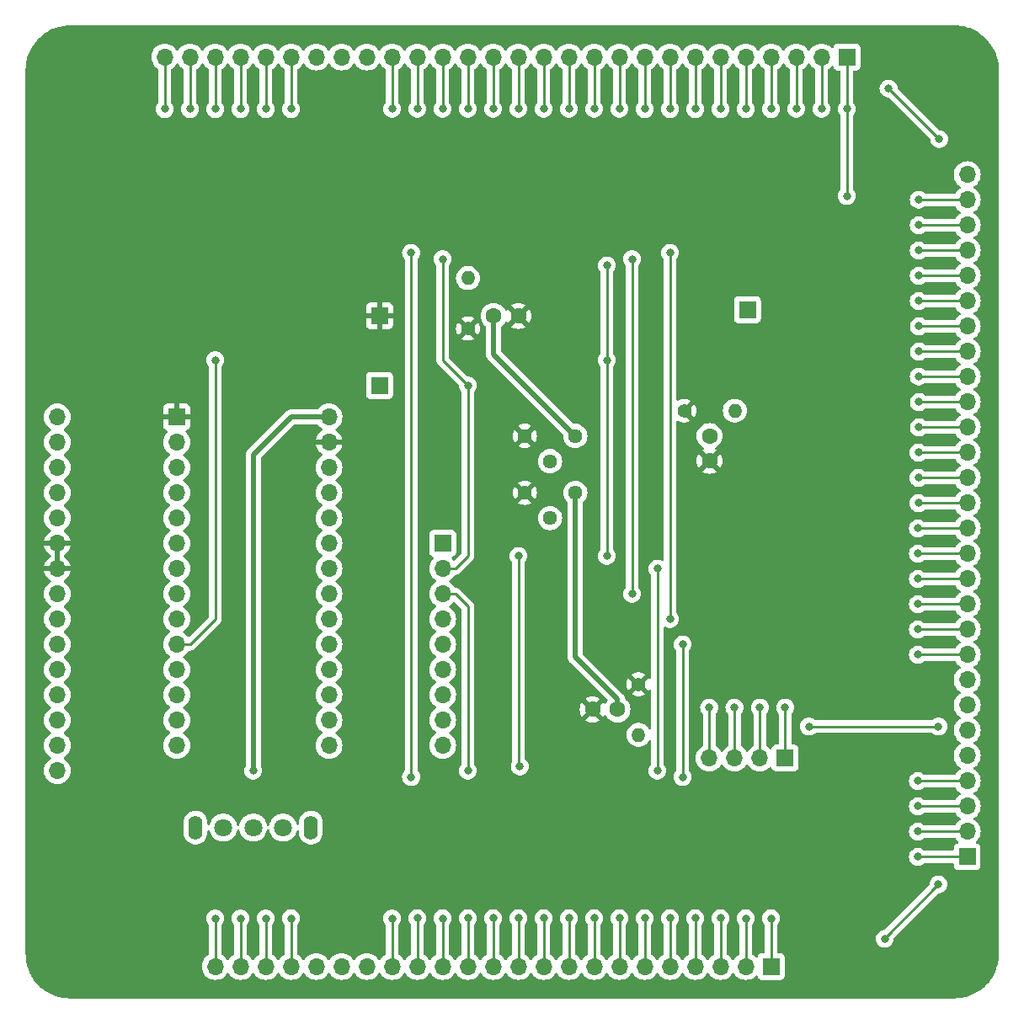
<source format=gbr>
%TF.GenerationSoftware,KiCad,Pcbnew,7.0.7*%
%TF.CreationDate,2025-03-05T11:48:48-06:00*%
%TF.ProjectId,LED-100,4c45442d-3130-4302-9e6b-696361645f70,rev?*%
%TF.SameCoordinates,Original*%
%TF.FileFunction,Copper,L2,Bot*%
%TF.FilePolarity,Positive*%
%FSLAX46Y46*%
G04 Gerber Fmt 4.6, Leading zero omitted, Abs format (unit mm)*
G04 Created by KiCad (PCBNEW 7.0.7) date 2025-03-05 11:48:48*
%MOMM*%
%LPD*%
G01*
G04 APERTURE LIST*
%TA.AperFunction,ComponentPad*%
%ADD10C,1.440000*%
%TD*%
%TA.AperFunction,ComponentPad*%
%ADD11C,1.600000*%
%TD*%
%TA.AperFunction,ComponentPad*%
%ADD12C,4.700000*%
%TD*%
%TA.AperFunction,ConnectorPad*%
%ADD13C,8.600000*%
%TD*%
%TA.AperFunction,ComponentPad*%
%ADD14C,1.000000*%
%TD*%
%TA.AperFunction,SMDPad,CuDef*%
%ADD15R,3.810000X4.110000*%
%TD*%
%TA.AperFunction,ComponentPad*%
%ADD16R,1.700000X1.700000*%
%TD*%
%TA.AperFunction,ComponentPad*%
%ADD17O,1.700000X1.700000*%
%TD*%
%TA.AperFunction,ComponentPad*%
%ADD18O,1.400000X2.400000*%
%TD*%
%TA.AperFunction,ComponentPad*%
%ADD19C,1.800000*%
%TD*%
%TA.AperFunction,SMDPad,CuDef*%
%ADD20R,4.110000X3.810000*%
%TD*%
%TA.AperFunction,ComponentPad*%
%ADD21C,1.400000*%
%TD*%
%TA.AperFunction,ComponentPad*%
%ADD22O,1.400000X1.400000*%
%TD*%
%TA.AperFunction,ViaPad*%
%ADD23C,0.800000*%
%TD*%
%TA.AperFunction,Conductor*%
%ADD24C,0.500000*%
%TD*%
%TA.AperFunction,Conductor*%
%ADD25C,0.250000*%
%TD*%
G04 APERTURE END LIST*
D10*
%TO.P,RV2,1,1*%
%TO.N,+5V*%
X75565000Y-62230000D03*
%TO.P,RV2,2,2*%
%TO.N,/FADEOUT*%
X73025000Y-64770000D03*
%TO.P,RV2,3,3*%
%TO.N,GND*%
X70485000Y-62230000D03*
%TD*%
D11*
%TO.P,C3,1*%
%TO.N,+5V*%
X89060403Y-62230000D03*
%TO.P,C3,2*%
%TO.N,GND*%
X89060403Y-64730000D03*
%TD*%
D12*
%TO.P,H2,1,1*%
%TO.N,GND*%
X113030000Y-26035000D03*
D13*
X113030000Y-26035000D03*
%TD*%
D14*
%TO.P,U3,33,PowerPAD*%
%TO.N,GND*%
X97335000Y-66808480D03*
X98605000Y-66808480D03*
X99875000Y-66808480D03*
X97335000Y-65538480D03*
X98605000Y-65538480D03*
D15*
X98605000Y-65538480D03*
D14*
X99875000Y-65538480D03*
X97335000Y-64268480D03*
X98605000Y-64268480D03*
X99875000Y-64268480D03*
%TD*%
D11*
%TO.P,C2,1*%
%TO.N,+5V*%
X79802663Y-89717247D03*
%TO.P,C2,2*%
%TO.N,GND*%
X77302663Y-89717247D03*
%TD*%
D16*
%TO.P,J7,1,Pin_1*%
%TO.N,Net-(J7-Pin_1)*%
X92870403Y-49530000D03*
%TD*%
%TO.P,J4,1,GND*%
%TO.N,GND*%
X23495000Y-100965000D03*
D17*
%TO.P,J4,2,GND*%
X23495000Y-98425000D03*
%TO.P,J4,3,+5V*%
%TO.N,+5V*%
X23495000Y-95885000D03*
%TO.P,J4,4,PD3*%
%TO.N,Net-(J4-PD3)*%
X23495000Y-93345000D03*
%TO.P,J4,5,PD2*%
%TO.N,Net-(J4-PD2)*%
X23495000Y-90805000D03*
%TO.P,J4,6,PD1*%
%TO.N,Net-(J4-PD1)*%
X23495000Y-88265000D03*
%TO.P,J4,7,PD0*%
%TO.N,Net-(J4-PD0)*%
X23495000Y-85725000D03*
%TO.P,J4,8*%
%TO.N,N/C*%
X23495000Y-83185000D03*
%TO.P,J4,9*%
X23495000Y-80645000D03*
%TO.P,J4,10*%
X23495000Y-78105000D03*
%TO.P,J4,11,GND*%
%TO.N,GND*%
X23495000Y-75565000D03*
%TO.P,J4,12,GND*%
X23495000Y-73025000D03*
%TO.P,J4,13,Strobe*%
%TO.N,Net-(J4-Strobe)*%
X23495000Y-70485000D03*
%TO.P,J4,14,AD0*%
%TO.N,Net-(J4-AD0)*%
X23495000Y-67945000D03*
%TO.P,J4,15,AD1*%
%TO.N,Net-(J4-AD1)*%
X23495000Y-65405000D03*
%TO.P,J4,16,AD2*%
%TO.N,Net-(J4-AD2)*%
X23495000Y-62865000D03*
%TO.P,J4,17,AD3*%
%TO.N,Net-(J4-AD3)*%
X23495000Y-60325000D03*
%TD*%
D16*
%TO.P,J6,1,Pin_1*%
%TO.N,Net-(J6-Pin_1)*%
X62230000Y-73025000D03*
D17*
%TO.P,J6,2,Pin_2*%
%TO.N,/LATCH*%
X62230000Y-75565000D03*
%TO.P,J6,3,Pin_3*%
%TO.N,/SCL*%
X62230000Y-78105000D03*
%TO.P,J6,4,Pin_4*%
%TO.N,/SDA_A*%
X62230000Y-80645000D03*
%TO.P,J6,5,Pin_5*%
%TO.N,Net-(J6-Pin_5)*%
X62230000Y-83185000D03*
%TO.P,J6,6,Pin_6*%
%TO.N,Net-(J6-Pin_6)*%
X62230000Y-85725000D03*
%TO.P,J6,7,Pin_7*%
%TO.N,Net-(J6-Pin_7)*%
X62230000Y-88265000D03*
%TO.P,J6,8,Pin_8*%
%TO.N,Net-(J6-Pin_8)*%
X62230000Y-90805000D03*
%TO.P,J6,9,Pin_9*%
%TO.N,Net-(J6-Pin_9)*%
X62230000Y-93345000D03*
%TD*%
D12*
%TO.P,H1,1,1*%
%TO.N,GND*%
X25400000Y-26035000D03*
D13*
X25400000Y-26035000D03*
%TD*%
D18*
%TO.P,SW1,*%
%TO.N,*%
X37380000Y-101600000D03*
X48980000Y-101600000D03*
D19*
%TO.P,SW1,1,A*%
%TO.N,/TEST5V*%
X40180000Y-101600000D03*
%TO.P,SW1,2,B*%
%TO.N,+5V*%
X43180000Y-101600000D03*
%TO.P,SW1,3,C*%
%TO.N,unconnected-(SW1-C-Pad3)*%
X46180000Y-101600000D03*
%TD*%
D11*
%TO.P,C1,1*%
%TO.N,+5V*%
X67350000Y-50165000D03*
%TO.P,C1,2*%
%TO.N,GND*%
X69850000Y-50165000D03*
%TD*%
D16*
%TO.P,TP1,1,Pin_1*%
%TO.N,+5V*%
X55880000Y-57150000D03*
%TD*%
%TO.P,J3,1,Q57*%
%TO.N,/Q57*%
X114965000Y-104545000D03*
D17*
%TO.P,J3,2,Q58*%
%TO.N,/Q58*%
X114965000Y-102005000D03*
%TO.P,J3,3,Q60*%
%TO.N,/Q60*%
X114965000Y-99465000D03*
%TO.P,J3,4,Q59*%
%TO.N,/Q59*%
X114965000Y-96925000D03*
%TO.P,J3,5*%
%TO.N,N/C*%
X114965000Y-94385000D03*
%TO.P,J3,6*%
X114965000Y-91845000D03*
%TO.P,J3,7*%
X114965000Y-89305000D03*
%TO.P,J3,8*%
X114965000Y-86765000D03*
%TO.P,J3,9,Q55*%
%TO.N,/Q55*%
X114965000Y-84225000D03*
%TO.P,J3,10,Q56*%
%TO.N,/Q56*%
X114965000Y-81685000D03*
%TO.P,J3,11,Q54*%
%TO.N,/Q54*%
X114965000Y-79145000D03*
%TO.P,J3,12,Q50*%
%TO.N,/Q50*%
X114965000Y-76605000D03*
%TO.P,J3,13,Q52*%
%TO.N,/Q52a*%
X114965000Y-74065000D03*
%TO.P,J3,14,Q53*%
%TO.N,/Q53a*%
X114965000Y-71525000D03*
%TO.P,J3,15,Q51*%
%TO.N,/Q51*%
X114965000Y-68985000D03*
%TO.P,J3,16,Q48*%
%TO.N,/Q48*%
X114965000Y-66445000D03*
%TO.P,J3,17,Q49*%
%TO.N,/Q49*%
X114965000Y-63905000D03*
%TO.P,J3,18,Q46*%
%TO.N,/Q46*%
X114965000Y-61365000D03*
%TO.P,J3,19,Q44*%
%TO.N,/Q44*%
X114965000Y-58825000D03*
%TO.P,J3,20,Q41*%
%TO.N,/Q41*%
X114965000Y-56285000D03*
%TO.P,J3,21,Q42*%
%TO.N,/Q42*%
X114965000Y-53745000D03*
%TO.P,J3,22,Q40*%
%TO.N,/Q40a*%
X114965000Y-51205000D03*
%TO.P,J3,23,Q37*%
%TO.N,/Q37*%
X114965000Y-48665000D03*
%TO.P,J3,24,Q39*%
%TO.N,/Q39a*%
X114965000Y-46125000D03*
%TO.P,J3,25,Q38*%
%TO.N,/Q38*%
X114965000Y-43585000D03*
%TO.P,J3,26,Q36*%
%TO.N,/Q36*%
X114965000Y-41045000D03*
%TO.P,J3,27,Q32*%
%TO.N,/Q32*%
X114965000Y-38505000D03*
%TO.P,J3,28*%
%TO.N,N/C*%
X114965000Y-35965000D03*
%TD*%
D14*
%TO.P,U2,33,PowerPAD*%
%TO.N,GND*%
X74930000Y-98605000D03*
X74930000Y-99875000D03*
X74930000Y-101145000D03*
X76200000Y-98605000D03*
X76200000Y-99875000D03*
D20*
X76200000Y-99875000D03*
D14*
X76200000Y-101145000D03*
X77470000Y-98605000D03*
X77470000Y-99875000D03*
X77470000Y-101145000D03*
%TD*%
D16*
%TO.P,J2,1,Q45*%
%TO.N,/Q45*%
X95250000Y-115570000D03*
D17*
%TO.P,J2,2,Q31*%
%TO.N,/Q31*%
X92710000Y-115570000D03*
%TO.P,J2,3,Q53*%
%TO.N,/Q53b*%
X90170000Y-115570000D03*
%TO.P,J2,4,Q39*%
%TO.N,/Q39b*%
X87630000Y-115570000D03*
%TO.P,J2,5,Q52*%
%TO.N,/Q52b*%
X85090000Y-115570000D03*
%TO.P,J2,6,Q30*%
%TO.N,/Q30*%
X82550000Y-115570000D03*
%TO.P,J2,7,Q43*%
%TO.N,/Q43*%
X80010000Y-115570000D03*
%TO.P,J2,8,Q23*%
%TO.N,/Q23b*%
X77470000Y-115570000D03*
%TO.P,J2,9,Q40*%
%TO.N,/Q40b*%
X74930000Y-115570000D03*
%TO.P,J2,10,Q47*%
%TO.N,/Q47*%
X72390000Y-115570000D03*
%TO.P,J2,11,Q33*%
%TO.N,/Q33*%
X69850000Y-115570000D03*
%TO.P,J2,12,Q21*%
%TO.N,/Q21b*%
X67310000Y-115570000D03*
%TO.P,J2,13,Q7*%
%TO.N,/Q7b*%
X64770000Y-115570000D03*
%TO.P,J2,14,Q6*%
%TO.N,/Q6*%
X62230000Y-115570000D03*
%TO.P,J2,15,Q19*%
%TO.N,/Q19*%
X59690000Y-115570000D03*
%TO.P,J2,16,Q5*%
%TO.N,/Q5*%
X57150000Y-115570000D03*
%TO.P,J2,17*%
%TO.N,N/C*%
X54610000Y-115570000D03*
%TO.P,J2,18*%
X52070000Y-115570000D03*
%TO.P,J2,19*%
X49530000Y-115570000D03*
%TO.P,J2,20,Q18*%
%TO.N,/Q18*%
X46990000Y-115570000D03*
%TO.P,J2,21,Q3*%
%TO.N,/Q3b*%
X44450000Y-115570000D03*
%TO.P,J2,22,Q16*%
%TO.N,/Q16*%
X41910000Y-115570000D03*
%TO.P,J2,23,Q15*%
%TO.N,/Q15*%
X39370000Y-115570000D03*
%TD*%
D16*
%TO.P,J5,1,Pin_1*%
%TO.N,/XTRA1*%
X96653480Y-94615000D03*
D17*
%TO.P,J5,2,Pin_2*%
%TO.N,/XTRA2*%
X94113480Y-94615000D03*
%TO.P,J5,3,Pin_3*%
%TO.N,/XTRA3*%
X91573480Y-94615000D03*
%TO.P,J5,4,Pin_4*%
%TO.N,/XTRA4*%
X89033480Y-94615000D03*
%TD*%
D12*
%TO.P,H4,1,1*%
%TO.N,GND*%
X113030000Y-113665000D03*
D13*
X113030000Y-113665000D03*
%TD*%
D10*
%TO.P,RV1,1,1*%
%TO.N,+5V*%
X75565000Y-67945000D03*
%TO.P,RV1,2,2*%
%TO.N,/FADEIN*%
X73025000Y-70485000D03*
%TO.P,RV1,3,3*%
%TO.N,GND*%
X70485000Y-67945000D03*
%TD*%
D16*
%TO.P,TP2,1,Pin_1*%
%TO.N,GND*%
X55880000Y-50165000D03*
%TD*%
%TO.P,J1,1,Q29*%
%TO.N,/Q29*%
X102870000Y-24130000D03*
D17*
%TO.P,J1,2,Q34*%
%TO.N,/Q34*%
X100330000Y-24130000D03*
%TO.P,J1,3,Q35*%
%TO.N,/Q35*%
X97790000Y-24130000D03*
%TO.P,J1,4,Q23*%
%TO.N,/Q23a*%
X95250000Y-24130000D03*
%TO.P,J1,5,Q24*%
%TO.N,/Q24*%
X92710000Y-24130000D03*
%TO.P,J1,6,Q25*%
%TO.N,/Q25*%
X90170000Y-24130000D03*
%TO.P,J1,7,Q26*%
%TO.N,/Q26*%
X87630000Y-24130000D03*
%TO.P,J1,8,Q28*%
%TO.N,/Q28*%
X85090000Y-24130000D03*
%TO.P,J1,9,Q27*%
%TO.N,/Q27*%
X82550000Y-24130000D03*
%TO.P,J1,10,Q22*%
%TO.N,/Q22*%
X80010000Y-24130000D03*
%TO.P,J1,11,Q17*%
%TO.N,/Q17*%
X77470000Y-24130000D03*
%TO.P,J1,12,Q21*%
%TO.N,/Q21a*%
X74930000Y-24130000D03*
%TO.P,J1,13,Q20*%
%TO.N,/Q20*%
X72390000Y-24130000D03*
%TO.P,J1,14,Q9*%
%TO.N,/Q9*%
X69850000Y-24130000D03*
%TO.P,J1,15,Q10*%
%TO.N,/Q10*%
X67310000Y-24130000D03*
%TO.P,J1,16,Q11*%
%TO.N,/Q11*%
X64770000Y-24130000D03*
%TO.P,J1,17,Q13*%
%TO.N,/Q13*%
X62230000Y-24130000D03*
%TO.P,J1,18,Q14*%
%TO.N,/Q14*%
X59690000Y-24130000D03*
%TO.P,J1,19,Q12*%
%TO.N,/Q12*%
X57150000Y-24130000D03*
%TO.P,J1,20*%
%TO.N,N/C*%
X54610000Y-24130000D03*
%TO.P,J1,21*%
X52070000Y-24130000D03*
%TO.P,J1,22*%
X49530000Y-24130000D03*
%TO.P,J1,23,Q8*%
%TO.N,/Q8*%
X46990000Y-24130000D03*
%TO.P,J1,24,Q1*%
%TO.N,/Q1*%
X44450000Y-24130000D03*
%TO.P,J1,25,Q2*%
%TO.N,/Q2*%
X41910000Y-24130000D03*
%TO.P,J1,26,Q3*%
%TO.N,/Q3a*%
X39370000Y-24130000D03*
%TO.P,J1,27,Q7*%
%TO.N,/Q7a*%
X36830000Y-24130000D03*
%TO.P,J1,28,Q4*%
%TO.N,/Q4*%
X34290000Y-24130000D03*
%TD*%
D14*
%TO.P,U1,33,PowerPAD*%
%TO.N,GND*%
X72293480Y-41940000D03*
X72293480Y-40670000D03*
X72293480Y-39400000D03*
X71023480Y-41940000D03*
X71023480Y-40670000D03*
D20*
X71023480Y-40670000D03*
D14*
X71023480Y-39400000D03*
X69753480Y-41940000D03*
X69753480Y-40670000D03*
X69753480Y-39400000D03*
%TD*%
D21*
%TO.P,R3,1*%
%TO.N,GND*%
X86520403Y-59690000D03*
D22*
%TO.P,R3,2*%
%TO.N,Net-(U3-IREF)*%
X91600403Y-59690000D03*
%TD*%
D16*
%TO.P,U4,1,GND*%
%TO.N,GND*%
X35481842Y-60325000D03*
D17*
%TO.P,U4,2,0*%
%TO.N,Net-(J4-AD3)*%
X35481842Y-62865000D03*
%TO.P,U4,3,1*%
%TO.N,Net-(J4-AD2)*%
X35481842Y-65405000D03*
%TO.P,U4,4,2*%
%TO.N,Net-(J4-AD1)*%
X35481842Y-67945000D03*
%TO.P,U4,5,3*%
%TO.N,Net-(J4-AD0)*%
X35481842Y-70485000D03*
%TO.P,U4,6,4*%
%TO.N,Net-(J4-Strobe)*%
X35481842Y-73025000D03*
%TO.P,U4,7,5*%
%TO.N,unconnected-(U4-5-Pad7)*%
X35481842Y-75565000D03*
%TO.P,U4,8,6*%
%TO.N,unconnected-(U4-6-Pad8)*%
X35481842Y-78105000D03*
%TO.P,U4,9,7*%
%TO.N,unconnected-(U4-7-Pad9)*%
X35481842Y-80645000D03*
%TO.P,U4,10,8*%
%TO.N,/BLANK*%
X35481842Y-83185000D03*
%TO.P,U4,11,9*%
%TO.N,Net-(J4-PD0)*%
X35481842Y-85725000D03*
%TO.P,U4,12,10*%
%TO.N,Net-(J4-PD1)*%
X35481842Y-88265000D03*
%TO.P,U4,13,11*%
%TO.N,Net-(J4-PD2)*%
X35481842Y-90805000D03*
%TO.P,U4,14,12*%
%TO.N,Net-(J4-PD3)*%
X35481842Y-93345000D03*
%TO.P,U4,15,13*%
%TO.N,Net-(J6-Pin_9)*%
X50800000Y-93345000D03*
%TO.P,U4,16,14*%
%TO.N,Net-(J6-Pin_8)*%
X50800000Y-90805000D03*
%TO.P,U4,17,15*%
%TO.N,Net-(J6-Pin_7)*%
X50800000Y-88265000D03*
%TO.P,U4,18,SCL1*%
%TO.N,Net-(J6-Pin_6)*%
X50800000Y-85725000D03*
%TO.P,U4,19,SDA1*%
%TO.N,Net-(J6-Pin_5)*%
X50800000Y-83185000D03*
%TO.P,U4,20,SDA0*%
%TO.N,/SDA_A*%
X50800000Y-80645000D03*
%TO.P,U4,21,SCL0*%
%TO.N,/SCL*%
X50800000Y-78105000D03*
%TO.P,U4,22,20*%
%TO.N,/LATCH*%
X50800000Y-75565000D03*
%TO.P,U4,23,21*%
%TO.N,Net-(J6-Pin_1)*%
X50800000Y-73025000D03*
%TO.P,U4,24,22*%
%TO.N,/FADEIN*%
X50800000Y-70485000D03*
%TO.P,U4,25,23*%
%TO.N,/FADEOUT*%
X50800000Y-67945000D03*
%TO.P,U4,26,3.3V*%
%TO.N,unconnected-(U4-3.3V-Pad26)*%
X50800000Y-65405000D03*
%TO.P,U4,27,GND*%
%TO.N,GND*%
X50800000Y-62865000D03*
%TO.P,U4,28,VIN*%
%TO.N,+5V*%
X50800000Y-60325000D03*
%TD*%
D21*
%TO.P,R2,1*%
%TO.N,GND*%
X81915000Y-87199559D03*
D22*
%TO.P,R2,2*%
%TO.N,Net-(U2-IREF)*%
X81915000Y-92279559D03*
%TD*%
D12*
%TO.P,H3,1,1*%
%TO.N,GND*%
X25400000Y-113665000D03*
D13*
X25400000Y-113665000D03*
%TD*%
D21*
%TO.P,R1,1*%
%TO.N,GND*%
X64770000Y-51435000D03*
D22*
%TO.P,R1,2*%
%TO.N,Net-(U1-IREF)*%
X64770000Y-46355000D03*
%TD*%
D23*
%TO.N,+5V*%
X43180000Y-95885000D03*
%TO.N,/SCL*%
X64770000Y-95885000D03*
X81280000Y-78105000D03*
X81280000Y-44450000D03*
%TO.N,/SDA_A*%
X85090000Y-43815000D03*
X85090000Y-80645000D03*
%TO.N,/LATCH*%
X83820000Y-95885000D03*
X64770000Y-57150000D03*
X62230000Y-44450000D03*
X83820000Y-75565000D03*
%TO.N,/Q29*%
X102870000Y-29355000D03*
X102870000Y-38100000D03*
%TO.N,/SDA_B*%
X59055000Y-43815000D03*
X59055000Y-96520000D03*
%TO.N,/SDA_C*%
X86360000Y-83185000D03*
X86360000Y-96520000D03*
%TO.N,/BLANK*%
X78740000Y-74295000D03*
X78740000Y-54610000D03*
X69983480Y-95454559D03*
X39370000Y-54610000D03*
X78740000Y-45085000D03*
X69850000Y-74295000D03*
%TO.N,/Q1*%
X44450000Y-29355000D03*
%TO.N,/Q2*%
X41910000Y-29355000D03*
%TO.N,/Q4*%
X34290000Y-29355000D03*
%TO.N,/Q5*%
X57150000Y-110744000D03*
%TO.N,/Q6*%
X62230000Y-110735000D03*
%TO.N,/Q8*%
X46990000Y-29355000D03*
%TO.N,/Q9*%
X69850000Y-29337000D03*
%TO.N,/Q10*%
X67310000Y-29337000D03*
%TO.N,/Q11*%
X64770000Y-29337000D03*
%TO.N,/Q12*%
X57150000Y-29337000D03*
%TO.N,/Q13*%
X62230000Y-29337000D03*
%TO.N,/Q14*%
X59690000Y-29337000D03*
%TO.N,/Q15*%
X39370000Y-110744000D03*
%TO.N,/Q16*%
X41910000Y-110744000D03*
%TO.N,/Q17*%
X77470000Y-29337000D03*
%TO.N,/Q18*%
X46990000Y-110735000D03*
%TO.N,/Q19*%
X59690000Y-110726000D03*
%TO.N,/Q20*%
X72390000Y-29337000D03*
%TO.N,/Q22*%
X80010000Y-29337000D03*
%TO.N,/Q24*%
X92710000Y-29355000D03*
%TO.N,/Q25*%
X90170000Y-29355000D03*
%TO.N,/Q26*%
X87630000Y-29355000D03*
%TO.N,/Q27*%
X82550000Y-29355000D03*
%TO.N,/Q28*%
X85090000Y-29355000D03*
%TO.N,/Q34*%
X100330000Y-29337000D03*
%TO.N,/Q35*%
X97790000Y-29337000D03*
%TO.N,/Q47*%
X72390000Y-110726000D03*
%TO.N,/Q33*%
X69850000Y-110726000D03*
%TO.N,/Q30*%
X82550000Y-110726000D03*
%TO.N,/Q31*%
X92710000Y-110735000D03*
%TO.N,/Q32*%
X110091000Y-38481000D03*
%TO.N,/Q36*%
X110100000Y-41046400D03*
%TO.N,/Q37*%
X110100000Y-48666400D03*
%TO.N,/Q38*%
X110100000Y-43586400D03*
%TO.N,/Q41*%
X110100000Y-56261000D03*
%TO.N,/Q42*%
X110116400Y-53746400D03*
%TO.N,/Q43*%
X80010000Y-110726000D03*
%TO.N,/Q44*%
X110116400Y-58826400D03*
%TO.N,/Q45*%
X95250000Y-110735000D03*
%TO.N,/Q46*%
X110116400Y-61366400D03*
%TO.N,/Q48*%
X110065600Y-66446400D03*
%TO.N,/Q49*%
X110065600Y-63906400D03*
%TO.N,/Q50*%
X110014800Y-76606400D03*
%TO.N,/Q51*%
X110065600Y-68986400D03*
%TO.N,/Q54*%
X110014800Y-79146400D03*
%TO.N,/Q55*%
X110014800Y-84226400D03*
%TO.N,/Q56*%
X110014800Y-81686400D03*
%TO.N,/Q57*%
X110014800Y-104546400D03*
%TO.N,/Q58*%
X110014800Y-102006400D03*
%TO.N,/Q59*%
X110014800Y-96926400D03*
%TO.N,/Q60*%
X110014800Y-99466400D03*
%TO.N,/XTRA1*%
X96672400Y-89535000D03*
%TO.N,/XTRA2*%
X94132400Y-89535000D03*
%TO.N,/XTRA3*%
X91567000Y-89535000D03*
%TO.N,/XTRA4*%
X89027000Y-89535000D03*
%TO.N,/Q3a*%
X39370000Y-29355000D03*
%TO.N,/Q7a*%
X36830000Y-29355000D03*
%TO.N,/Q21a*%
X74930000Y-29337000D03*
%TO.N,/Q23a*%
X95250000Y-29355000D03*
%TO.N,/Q39a*%
X110100000Y-46126400D03*
%TO.N,/Q40a*%
X110116400Y-51206400D03*
%TO.N,/Q52a*%
X110014800Y-74066400D03*
%TO.N,/Q53a*%
X110014800Y-71526400D03*
%TO.N,/Q3b*%
X44450000Y-110744000D03*
%TO.N,/Q7b*%
X64770000Y-110726000D03*
%TO.N,/Q21b*%
X67310000Y-110726000D03*
%TO.N,/Q40b*%
X74930000Y-110726000D03*
%TO.N,/Q23b*%
X77470000Y-110726000D03*
%TO.N,/Q52b*%
X85090000Y-110726000D03*
%TO.N,/Q39b*%
X87630000Y-110726000D03*
%TO.N,/Q53b*%
X90170000Y-110726000D03*
%TO.N,/TEST5V*%
X112141000Y-32385000D03*
X106680000Y-112785000D03*
X112064800Y-107315000D03*
X112064800Y-91440000D03*
X107061000Y-27305000D03*
X99060000Y-91440000D03*
%TD*%
D24*
%TO.N,+5V*%
X43180000Y-64135000D02*
X46990000Y-60325000D01*
X67350000Y-54015000D02*
X67350000Y-50165000D01*
X75565000Y-62230000D02*
X67350000Y-54015000D01*
X79802663Y-89717247D02*
X79802663Y-88692663D01*
X79802663Y-88692663D02*
X75565000Y-84455000D01*
X43180000Y-95885000D02*
X43180000Y-64135000D01*
X75565000Y-84455000D02*
X75565000Y-67945000D01*
X46990000Y-60325000D02*
X50800000Y-60325000D01*
D25*
%TO.N,/SCL*%
X63500000Y-78105000D02*
X62230000Y-78105000D01*
X64770000Y-95885000D02*
X64770000Y-79375000D01*
X81280000Y-44450000D02*
X81280000Y-78105000D01*
X64770000Y-79375000D02*
X63500000Y-78105000D01*
%TO.N,/SDA_A*%
X85090000Y-43815000D02*
X85090000Y-80645000D01*
%TO.N,/LATCH*%
X64770000Y-74295000D02*
X63500000Y-75565000D01*
X64770000Y-57150000D02*
X64770000Y-74295000D01*
X83820000Y-95885000D02*
X83820000Y-75565000D01*
X64770000Y-57150000D02*
X62230000Y-54610000D01*
X63500000Y-75565000D02*
X62230000Y-75565000D01*
X62230000Y-54610000D02*
X62230000Y-44450000D01*
%TO.N,/Q29*%
X102870000Y-24130000D02*
X102870000Y-29355000D01*
X102870000Y-38100000D02*
X102870000Y-29355000D01*
%TO.N,/SDA_B*%
X59055000Y-43815000D02*
X59055000Y-96520000D01*
%TO.N,/SDA_C*%
X86360000Y-96520000D02*
X86360000Y-83185000D01*
%TO.N,/BLANK*%
X78740000Y-54610000D02*
X78740000Y-74295000D01*
X39370000Y-80645000D02*
X36830000Y-83185000D01*
X39370000Y-54610000D02*
X39370000Y-80645000D01*
X69850000Y-95321079D02*
X69983480Y-95454559D01*
X78740000Y-45085000D02*
X78740000Y-54610000D01*
X69850000Y-74295000D02*
X69850000Y-95321079D01*
X36830000Y-83185000D02*
X35481842Y-83185000D01*
%TO.N,/Q1*%
X44450000Y-24130000D02*
X44450000Y-29355000D01*
%TO.N,/Q2*%
X41910000Y-24130000D02*
X41910000Y-29355000D01*
%TO.N,/Q4*%
X34290000Y-24130000D02*
X34290000Y-29355000D01*
%TO.N,/Q5*%
X57150000Y-115570000D02*
X57150000Y-110744000D01*
%TO.N,/Q6*%
X62230000Y-115570000D02*
X62230000Y-110735000D01*
%TO.N,/Q8*%
X46990000Y-24130000D02*
X46990000Y-29355000D01*
%TO.N,/Q9*%
X69850000Y-24130000D02*
X69850000Y-29337000D01*
%TO.N,/Q10*%
X67310000Y-24130000D02*
X67310000Y-29337000D01*
%TO.N,/Q11*%
X64770000Y-24130000D02*
X64770000Y-29337000D01*
%TO.N,/Q12*%
X57150000Y-24130000D02*
X57150000Y-29337000D01*
%TO.N,/Q13*%
X62230000Y-24130000D02*
X62230000Y-29337000D01*
%TO.N,/Q14*%
X59690000Y-24130000D02*
X59690000Y-29337000D01*
%TO.N,/Q15*%
X39370000Y-115570000D02*
X39370000Y-110744000D01*
%TO.N,/Q16*%
X41910000Y-115570000D02*
X41910000Y-110744000D01*
%TO.N,/Q17*%
X77470000Y-24130000D02*
X77470000Y-29337000D01*
%TO.N,/Q18*%
X46990000Y-115570000D02*
X46990000Y-110735000D01*
%TO.N,/Q19*%
X59690000Y-115570000D02*
X59690000Y-110726000D01*
%TO.N,/Q20*%
X72390000Y-24130000D02*
X72390000Y-29337000D01*
%TO.N,/Q22*%
X80010000Y-24130000D02*
X80010000Y-29337000D01*
%TO.N,/Q24*%
X92710000Y-24130000D02*
X92710000Y-29355000D01*
%TO.N,/Q25*%
X90170000Y-24130000D02*
X90170000Y-29355000D01*
%TO.N,/Q26*%
X87630000Y-24130000D02*
X87630000Y-29355000D01*
%TO.N,/Q27*%
X82550000Y-24130000D02*
X82550000Y-29355000D01*
%TO.N,/Q28*%
X85090000Y-24130000D02*
X85090000Y-29355000D01*
%TO.N,/Q34*%
X100330000Y-24130000D02*
X100330000Y-29337000D01*
%TO.N,/Q35*%
X97790000Y-24130000D02*
X97790000Y-29337000D01*
%TO.N,/Q47*%
X72390000Y-115570000D02*
X72390000Y-110726000D01*
%TO.N,/Q33*%
X69850000Y-115570000D02*
X69850000Y-110726000D01*
%TO.N,/Q30*%
X82550000Y-115570000D02*
X82550000Y-110726000D01*
%TO.N,/Q31*%
X92710000Y-115570000D02*
X92710000Y-110735000D01*
%TO.N,/Q32*%
X114965000Y-38505000D02*
X110115000Y-38505000D01*
X110115000Y-38505000D02*
X110091000Y-38481000D01*
%TO.N,/Q36*%
X110101400Y-41045000D02*
X110100000Y-41046400D01*
X114965000Y-41045000D02*
X110101400Y-41045000D01*
%TO.N,/Q37*%
X114965000Y-48665000D02*
X110101400Y-48665000D01*
X110101400Y-48665000D02*
X110100000Y-48666400D01*
%TO.N,/Q38*%
X114965000Y-43585000D02*
X110101400Y-43585000D01*
X110101400Y-43585000D02*
X110100000Y-43586400D01*
%TO.N,/Q41*%
X114965000Y-56285000D02*
X110124000Y-56285000D01*
X110124000Y-56285000D02*
X110100000Y-56261000D01*
%TO.N,/Q42*%
X114965000Y-53745000D02*
X110117800Y-53745000D01*
X110117800Y-53745000D02*
X110116400Y-53746400D01*
%TO.N,/Q43*%
X80010000Y-115570000D02*
X80010000Y-110726000D01*
%TO.N,/Q44*%
X114965000Y-58825000D02*
X110117800Y-58825000D01*
X110117800Y-58825000D02*
X110116400Y-58826400D01*
%TO.N,/Q45*%
X95250000Y-115570000D02*
X95250000Y-110735000D01*
%TO.N,/Q46*%
X110117800Y-61365000D02*
X110116400Y-61366400D01*
X114965000Y-61365000D02*
X110117800Y-61365000D01*
%TO.N,/Q48*%
X114965000Y-66445000D02*
X110067000Y-66445000D01*
X110067000Y-66445000D02*
X110065600Y-66446400D01*
%TO.N,/Q49*%
X114965000Y-63905000D02*
X110067000Y-63905000D01*
X110067000Y-63905000D02*
X110065600Y-63906400D01*
%TO.N,/Q50*%
X114965000Y-76605000D02*
X110016200Y-76605000D01*
X110016200Y-76605000D02*
X110014800Y-76606400D01*
%TO.N,/Q51*%
X110067000Y-68985000D02*
X110065600Y-68986400D01*
X114965000Y-68985000D02*
X110067000Y-68985000D01*
%TO.N,/Q54*%
X114965000Y-79145000D02*
X110016200Y-79145000D01*
X110016200Y-79145000D02*
X110014800Y-79146400D01*
%TO.N,/Q55*%
X114965000Y-84225000D02*
X110016200Y-84225000D01*
X110016200Y-84225000D02*
X110014800Y-84226400D01*
%TO.N,/Q56*%
X110016200Y-81685000D02*
X110014800Y-81686400D01*
X114965000Y-81685000D02*
X110016200Y-81685000D01*
%TO.N,/Q57*%
X114965000Y-104545000D02*
X110016200Y-104545000D01*
X110016200Y-104545000D02*
X110014800Y-104546400D01*
%TO.N,/Q58*%
X110016200Y-102005000D02*
X110014800Y-102006400D01*
X114965000Y-102005000D02*
X110016200Y-102005000D01*
%TO.N,/Q59*%
X110016200Y-96925000D02*
X110014800Y-96926400D01*
X114965000Y-96925000D02*
X110016200Y-96925000D01*
%TO.N,/Q60*%
X114965000Y-99465000D02*
X110016200Y-99465000D01*
X110016200Y-99465000D02*
X110014800Y-99466400D01*
%TO.N,/XTRA1*%
X96653480Y-89553920D02*
X96672400Y-89535000D01*
X96653480Y-94615000D02*
X96653480Y-89553920D01*
%TO.N,/XTRA2*%
X94113480Y-89553920D02*
X94132400Y-89535000D01*
X94113480Y-94615000D02*
X94113480Y-89553920D01*
%TO.N,/XTRA3*%
X91573480Y-94615000D02*
X91573480Y-89541480D01*
X91573480Y-89541480D02*
X91567000Y-89535000D01*
%TO.N,/XTRA4*%
X89033480Y-94615000D02*
X89033480Y-89541480D01*
X89033480Y-89541480D02*
X89027000Y-89535000D01*
%TO.N,/Q3a*%
X39370000Y-24130000D02*
X39370000Y-29355000D01*
%TO.N,/Q7a*%
X36830000Y-24130000D02*
X36830000Y-29355000D01*
%TO.N,/Q21a*%
X74930000Y-24130000D02*
X74930000Y-29337000D01*
%TO.N,/Q23a*%
X95250000Y-24130000D02*
X95250000Y-29355000D01*
%TO.N,/Q39a*%
X110101400Y-46125000D02*
X110100000Y-46126400D01*
X114965000Y-46125000D02*
X110101400Y-46125000D01*
%TO.N,/Q40a*%
X110117800Y-51205000D02*
X110116400Y-51206400D01*
X114965000Y-51205000D02*
X110117800Y-51205000D01*
%TO.N,/Q52a*%
X110016200Y-74065000D02*
X110014800Y-74066400D01*
X114965000Y-74065000D02*
X110016200Y-74065000D01*
%TO.N,/Q53a*%
X114965000Y-71525000D02*
X110016200Y-71525000D01*
X110016200Y-71525000D02*
X110014800Y-71526400D01*
%TO.N,/Q3b*%
X44450000Y-115570000D02*
X44450000Y-110744000D01*
%TO.N,/Q7b*%
X64770000Y-115570000D02*
X64770000Y-110726000D01*
%TO.N,/Q21b*%
X67310000Y-115570000D02*
X67310000Y-110726000D01*
%TO.N,/Q40b*%
X74930000Y-115570000D02*
X74930000Y-110726000D01*
%TO.N,/Q23b*%
X77470000Y-115570000D02*
X77470000Y-110726000D01*
%TO.N,/Q52b*%
X85090000Y-115570000D02*
X85090000Y-110726000D01*
%TO.N,/Q39b*%
X87630000Y-115570000D02*
X87630000Y-110726000D01*
%TO.N,/Q53b*%
X90170000Y-115570000D02*
X90170000Y-110726000D01*
%TO.N,/TEST5V*%
X112064800Y-91440000D02*
X99060000Y-91440000D01*
X107061000Y-27305000D02*
X112141000Y-32385000D01*
X106680000Y-112699800D02*
X112064800Y-107315000D01*
X106680000Y-112785000D02*
X106680000Y-112699800D01*
%TD*%
%TA.AperFunction,Conductor*%
%TO.N,GND*%
G36*
X23672510Y-73524507D02*
G01*
X23725314Y-73570261D01*
X23744999Y-73637301D01*
X23745000Y-74175000D01*
X23744999Y-74952698D01*
X23725314Y-75019738D01*
X23672510Y-75065492D01*
X23603353Y-75075436D01*
X23530764Y-75065000D01*
X23530763Y-75065000D01*
X23459237Y-75065000D01*
X23386646Y-75075437D01*
X23317487Y-75065493D01*
X23264683Y-75019738D01*
X23244999Y-74952699D01*
X23245000Y-74415000D01*
X23244999Y-73637301D01*
X23264683Y-73570262D01*
X23317487Y-73524507D01*
X23386646Y-73514563D01*
X23393380Y-73515531D01*
X23459237Y-73525000D01*
X23459238Y-73525000D01*
X23530762Y-73525000D01*
X23530763Y-73525000D01*
X23603352Y-73514563D01*
X23672510Y-73524507D01*
G37*
%TD.AperFunction*%
%TA.AperFunction,Conductor*%
G36*
X113645471Y-20950603D02*
G01*
X113696412Y-20950500D01*
X113696412Y-20950501D01*
X113696903Y-20950500D01*
X113696912Y-20950500D01*
X113696912Y-20950501D01*
X113893787Y-20958496D01*
X114054374Y-20965427D01*
X114086186Y-20966801D01*
X114091404Y-20967247D01*
X114291680Y-20992994D01*
X114480833Y-21018793D01*
X114485631Y-21019644D01*
X114683134Y-21062799D01*
X114869154Y-21105954D01*
X114873551Y-21107148D01*
X115066671Y-21167394D01*
X115248067Y-21227579D01*
X115252075Y-21229066D01*
X115390477Y-21285902D01*
X115439275Y-21305941D01*
X115614495Y-21382673D01*
X115618087Y-21384385D01*
X115744175Y-21449536D01*
X115798001Y-21477348D01*
X115965543Y-21570002D01*
X115968667Y-21571852D01*
X116064962Y-21632788D01*
X116139957Y-21680246D01*
X116298324Y-21788024D01*
X116301035Y-21789978D01*
X116462340Y-21912975D01*
X116610213Y-22035011D01*
X116612498Y-22036992D01*
X116762584Y-22173685D01*
X116899621Y-22309893D01*
X117037234Y-22459159D01*
X117039229Y-22461431D01*
X117162151Y-22608550D01*
X117286121Y-22769099D01*
X117288091Y-22771798D01*
X117396841Y-22929524D01*
X117500726Y-23091505D01*
X117506255Y-23100125D01*
X117508139Y-23103263D01*
X117580426Y-23232123D01*
X117601802Y-23270227D01*
X117695858Y-23449580D01*
X117697592Y-23453161D01*
X117775384Y-23627906D01*
X117853398Y-23814646D01*
X117854916Y-23818666D01*
X117916212Y-23999725D01*
X117977596Y-24192374D01*
X117978833Y-24196820D01*
X118023135Y-24382653D01*
X118067462Y-24579776D01*
X118068352Y-24584629D01*
X118095302Y-24773639D01*
X118122255Y-24973699D01*
X118122736Y-24978928D01*
X118132136Y-25169712D01*
X118141342Y-25366866D01*
X118141410Y-25369758D01*
X118141410Y-114331910D01*
X118132921Y-114526319D01*
X118123852Y-114722460D01*
X118123388Y-114727692D01*
X118097178Y-114926774D01*
X118070486Y-115118117D01*
X118069611Y-115122972D01*
X118025971Y-115319816D01*
X117981863Y-115507349D01*
X117980640Y-115511798D01*
X117919880Y-115704507D01*
X117858691Y-115887065D01*
X117857185Y-115891089D01*
X117779765Y-116078001D01*
X117701988Y-116254147D01*
X117700265Y-116257733D01*
X117606738Y-116437397D01*
X117513009Y-116605672D01*
X117511134Y-116608815D01*
X117402193Y-116779821D01*
X117293265Y-116938834D01*
X117291303Y-116941539D01*
X117167773Y-117102525D01*
X117044564Y-117250898D01*
X117042577Y-117253176D01*
X116905354Y-117402931D01*
X116767931Y-117540354D01*
X116618176Y-117677577D01*
X116615898Y-117679564D01*
X116467525Y-117802773D01*
X116306539Y-117926303D01*
X116303834Y-117928265D01*
X116144821Y-118037193D01*
X115973815Y-118146134D01*
X115970672Y-118148009D01*
X115802397Y-118241738D01*
X115622733Y-118335265D01*
X115619147Y-118336988D01*
X115443001Y-118414765D01*
X115256089Y-118492185D01*
X115252065Y-118493691D01*
X115069507Y-118554880D01*
X114876798Y-118615640D01*
X114872349Y-118616863D01*
X114684816Y-118660971D01*
X114487972Y-118704611D01*
X114483117Y-118705486D01*
X114291774Y-118732178D01*
X114092692Y-118758388D01*
X114087460Y-118758852D01*
X113891319Y-118767921D01*
X113696910Y-118776410D01*
X24734499Y-118776410D01*
X24731715Y-118776347D01*
X24691380Y-118774531D01*
X24538167Y-118767636D01*
X24343115Y-118758356D01*
X24337891Y-118757885D01*
X24253493Y-118746659D01*
X24138809Y-118731404D01*
X23948055Y-118704533D01*
X23943201Y-118703651D01*
X23746546Y-118659778D01*
X23559460Y-118615512D01*
X23555011Y-118614283D01*
X23362554Y-118553318D01*
X23324641Y-118540554D01*
X23180418Y-118492000D01*
X23176396Y-118490489D01*
X22989763Y-118412889D01*
X22814040Y-118335018D01*
X22810456Y-118333290D01*
X22631088Y-118239611D01*
X22463233Y-118145822D01*
X22460092Y-118143943D01*
X22289406Y-118034882D01*
X22130823Y-117925937D01*
X22128120Y-117923971D01*
X21967456Y-117800346D01*
X21819498Y-117677146D01*
X21817223Y-117675156D01*
X21737236Y-117601665D01*
X21667814Y-117537880D01*
X21530795Y-117400492D01*
X21393914Y-117250710D01*
X21391930Y-117248429D01*
X21269151Y-117100169D01*
X21145921Y-116939125D01*
X21143993Y-116936459D01*
X21035469Y-116777577D01*
X20926859Y-116606587D01*
X20924991Y-116603445D01*
X20884721Y-116530917D01*
X20831650Y-116435334D01*
X20813264Y-116399899D01*
X20738448Y-116255705D01*
X20736743Y-116252144D01*
X20719177Y-116212217D01*
X20659354Y-116076239D01*
X20582231Y-115889338D01*
X20580747Y-115885356D01*
X20519914Y-115703042D01*
X20459897Y-115511798D01*
X20459461Y-115510408D01*
X20458254Y-115505993D01*
X20414496Y-115318822D01*
X20371137Y-115121990D01*
X20370268Y-115117133D01*
X20362655Y-115062014D01*
X20343909Y-114926300D01*
X20343783Y-114925335D01*
X20317962Y-114727149D01*
X20317507Y-114721951D01*
X20308760Y-114527097D01*
X20300501Y-114331911D01*
X20300500Y-114331898D01*
X20300549Y-114307057D01*
X20300500Y-114306807D01*
X20300500Y-113665003D01*
X22545170Y-113665003D01*
X22564473Y-113996426D01*
X22564474Y-113996437D01*
X22622118Y-114323351D01*
X22622121Y-114323365D01*
X22717336Y-114641408D01*
X22848827Y-114946236D01*
X22848833Y-114946249D01*
X23014824Y-115233756D01*
X23212358Y-115499088D01*
X23615947Y-115095499D01*
X23677270Y-115062014D01*
X23746961Y-115066998D01*
X23799816Y-115104925D01*
X23809748Y-115117133D01*
X23825031Y-115135918D01*
X23907469Y-115212910D01*
X23967876Y-115269327D01*
X24003435Y-115329471D01*
X24000832Y-115399292D01*
X23970920Y-115447631D01*
X23569289Y-115849261D01*
X23569290Y-115849262D01*
X23695210Y-115954922D01*
X23972588Y-116137356D01*
X24269252Y-116286347D01*
X24269258Y-116286350D01*
X24581213Y-116399892D01*
X24581234Y-116399899D01*
X24904248Y-116476456D01*
X24904263Y-116476458D01*
X25234012Y-116514999D01*
X25234013Y-116515000D01*
X25565987Y-116515000D01*
X25565987Y-116514999D01*
X25895736Y-116476458D01*
X25895751Y-116476456D01*
X26218765Y-116399899D01*
X26218786Y-116399892D01*
X26530741Y-116286350D01*
X26530747Y-116286347D01*
X26827411Y-116137356D01*
X27104783Y-115954926D01*
X27104785Y-115954925D01*
X27230708Y-115849262D01*
X27230709Y-115849261D01*
X26951447Y-115570000D01*
X38014341Y-115570000D01*
X38034936Y-115805403D01*
X38034938Y-115805413D01*
X38096094Y-116033655D01*
X38096096Y-116033659D01*
X38096097Y-116033663D01*
X38144450Y-116137356D01*
X38195965Y-116247830D01*
X38195967Y-116247834D01*
X38291651Y-116384484D01*
X38331505Y-116441401D01*
X38498599Y-116608495D01*
X38595384Y-116676265D01*
X38692165Y-116744032D01*
X38692167Y-116744033D01*
X38692170Y-116744035D01*
X38906337Y-116843903D01*
X39134592Y-116905063D01*
X39311034Y-116920500D01*
X39369999Y-116925659D01*
X39370000Y-116925659D01*
X39370001Y-116925659D01*
X39428966Y-116920500D01*
X39605408Y-116905063D01*
X39833663Y-116843903D01*
X40047830Y-116744035D01*
X40241401Y-116608495D01*
X40408495Y-116441401D01*
X40538424Y-116255842D01*
X40593002Y-116212217D01*
X40662500Y-116205023D01*
X40724855Y-116236546D01*
X40741575Y-116255842D01*
X40871500Y-116441395D01*
X40871505Y-116441401D01*
X41038599Y-116608495D01*
X41135384Y-116676264D01*
X41232165Y-116744032D01*
X41232167Y-116744033D01*
X41232170Y-116744035D01*
X41446337Y-116843903D01*
X41674592Y-116905063D01*
X41851034Y-116920500D01*
X41909999Y-116925659D01*
X41910000Y-116925659D01*
X41910001Y-116925659D01*
X41968966Y-116920500D01*
X42145408Y-116905063D01*
X42373663Y-116843903D01*
X42587830Y-116744035D01*
X42781401Y-116608495D01*
X42948495Y-116441401D01*
X43078424Y-116255842D01*
X43133002Y-116212217D01*
X43202500Y-116205023D01*
X43264855Y-116236546D01*
X43281575Y-116255842D01*
X43411500Y-116441395D01*
X43411505Y-116441401D01*
X43578599Y-116608495D01*
X43675384Y-116676264D01*
X43772165Y-116744032D01*
X43772167Y-116744033D01*
X43772170Y-116744035D01*
X43986337Y-116843903D01*
X44214592Y-116905063D01*
X44391034Y-116920500D01*
X44449999Y-116925659D01*
X44450000Y-116925659D01*
X44450001Y-116925659D01*
X44508966Y-116920500D01*
X44685408Y-116905063D01*
X44913663Y-116843903D01*
X45127830Y-116744035D01*
X45321401Y-116608495D01*
X45488495Y-116441401D01*
X45618424Y-116255842D01*
X45673002Y-116212217D01*
X45742500Y-116205023D01*
X45804855Y-116236546D01*
X45821575Y-116255842D01*
X45951500Y-116441395D01*
X45951505Y-116441401D01*
X46118599Y-116608495D01*
X46215384Y-116676264D01*
X46312165Y-116744032D01*
X46312167Y-116744033D01*
X46312170Y-116744035D01*
X46526337Y-116843903D01*
X46754592Y-116905063D01*
X46931034Y-116920500D01*
X46989999Y-116925659D01*
X46990000Y-116925659D01*
X46990001Y-116925659D01*
X47048966Y-116920500D01*
X47225408Y-116905063D01*
X47453663Y-116843903D01*
X47667830Y-116744035D01*
X47861401Y-116608495D01*
X48028495Y-116441401D01*
X48158424Y-116255842D01*
X48213002Y-116212217D01*
X48282500Y-116205023D01*
X48344855Y-116236546D01*
X48361575Y-116255842D01*
X48491500Y-116441395D01*
X48491505Y-116441401D01*
X48658599Y-116608495D01*
X48755384Y-116676264D01*
X48852165Y-116744032D01*
X48852167Y-116744033D01*
X48852170Y-116744035D01*
X49066337Y-116843903D01*
X49294592Y-116905063D01*
X49471034Y-116920500D01*
X49529999Y-116925659D01*
X49530000Y-116925659D01*
X49530001Y-116925659D01*
X49588966Y-116920500D01*
X49765408Y-116905063D01*
X49993663Y-116843903D01*
X50207830Y-116744035D01*
X50401401Y-116608495D01*
X50568495Y-116441401D01*
X50698424Y-116255842D01*
X50753002Y-116212217D01*
X50822500Y-116205023D01*
X50884855Y-116236546D01*
X50901575Y-116255842D01*
X51031500Y-116441395D01*
X51031505Y-116441401D01*
X51198599Y-116608495D01*
X51295384Y-116676264D01*
X51392165Y-116744032D01*
X51392167Y-116744033D01*
X51392170Y-116744035D01*
X51606337Y-116843903D01*
X51834592Y-116905063D01*
X52011034Y-116920500D01*
X52069999Y-116925659D01*
X52070000Y-116925659D01*
X52070001Y-116925659D01*
X52128966Y-116920500D01*
X52305408Y-116905063D01*
X52533663Y-116843903D01*
X52747830Y-116744035D01*
X52941401Y-116608495D01*
X53108495Y-116441401D01*
X53238424Y-116255842D01*
X53293002Y-116212217D01*
X53362500Y-116205023D01*
X53424855Y-116236546D01*
X53441575Y-116255842D01*
X53571500Y-116441395D01*
X53571505Y-116441401D01*
X53738599Y-116608495D01*
X53835384Y-116676264D01*
X53932165Y-116744032D01*
X53932167Y-116744033D01*
X53932170Y-116744035D01*
X54146337Y-116843903D01*
X54374592Y-116905063D01*
X54551034Y-116920500D01*
X54609999Y-116925659D01*
X54610000Y-116925659D01*
X54610001Y-116925659D01*
X54668966Y-116920500D01*
X54845408Y-116905063D01*
X55073663Y-116843903D01*
X55287830Y-116744035D01*
X55481401Y-116608495D01*
X55648495Y-116441401D01*
X55778424Y-116255842D01*
X55833002Y-116212217D01*
X55902500Y-116205023D01*
X55964855Y-116236546D01*
X55981575Y-116255842D01*
X56111500Y-116441395D01*
X56111505Y-116441401D01*
X56278599Y-116608495D01*
X56375384Y-116676264D01*
X56472165Y-116744032D01*
X56472167Y-116744033D01*
X56472170Y-116744035D01*
X56686337Y-116843903D01*
X56914592Y-116905063D01*
X57091034Y-116920500D01*
X57149999Y-116925659D01*
X57150000Y-116925659D01*
X57150001Y-116925659D01*
X57208966Y-116920500D01*
X57385408Y-116905063D01*
X57613663Y-116843903D01*
X57827830Y-116744035D01*
X58021401Y-116608495D01*
X58188495Y-116441401D01*
X58318424Y-116255842D01*
X58373002Y-116212217D01*
X58442500Y-116205023D01*
X58504855Y-116236546D01*
X58521575Y-116255842D01*
X58651500Y-116441395D01*
X58651505Y-116441401D01*
X58818599Y-116608495D01*
X58915384Y-116676264D01*
X59012165Y-116744032D01*
X59012167Y-116744033D01*
X59012170Y-116744035D01*
X59226337Y-116843903D01*
X59454592Y-116905063D01*
X59631034Y-116920500D01*
X59689999Y-116925659D01*
X59690000Y-116925659D01*
X59690001Y-116925659D01*
X59748966Y-116920500D01*
X59925408Y-116905063D01*
X60153663Y-116843903D01*
X60367830Y-116744035D01*
X60561401Y-116608495D01*
X60728495Y-116441401D01*
X60858424Y-116255842D01*
X60913002Y-116212217D01*
X60982500Y-116205023D01*
X61044855Y-116236546D01*
X61061575Y-116255842D01*
X61191500Y-116441395D01*
X61191505Y-116441401D01*
X61358599Y-116608495D01*
X61455384Y-116676264D01*
X61552165Y-116744032D01*
X61552167Y-116744033D01*
X61552170Y-116744035D01*
X61766337Y-116843903D01*
X61994592Y-116905063D01*
X62171034Y-116920500D01*
X62229999Y-116925659D01*
X62230000Y-116925659D01*
X62230001Y-116925659D01*
X62288966Y-116920500D01*
X62465408Y-116905063D01*
X62693663Y-116843903D01*
X62907830Y-116744035D01*
X63101401Y-116608495D01*
X63268495Y-116441401D01*
X63398424Y-116255842D01*
X63453002Y-116212217D01*
X63522500Y-116205023D01*
X63584855Y-116236546D01*
X63601575Y-116255842D01*
X63731500Y-116441395D01*
X63731505Y-116441401D01*
X63898599Y-116608495D01*
X63995384Y-116676264D01*
X64092165Y-116744032D01*
X64092167Y-116744033D01*
X64092170Y-116744035D01*
X64306337Y-116843903D01*
X64534592Y-116905063D01*
X64711034Y-116920500D01*
X64769999Y-116925659D01*
X64770000Y-116925659D01*
X64770001Y-116925659D01*
X64828966Y-116920500D01*
X65005408Y-116905063D01*
X65233663Y-116843903D01*
X65447830Y-116744035D01*
X65641401Y-116608495D01*
X65808495Y-116441401D01*
X65938424Y-116255842D01*
X65993002Y-116212217D01*
X66062500Y-116205023D01*
X66124855Y-116236546D01*
X66141575Y-116255842D01*
X66271500Y-116441395D01*
X66271505Y-116441401D01*
X66438599Y-116608495D01*
X66535384Y-116676264D01*
X66632165Y-116744032D01*
X66632167Y-116744033D01*
X66632170Y-116744035D01*
X66846337Y-116843903D01*
X67074592Y-116905063D01*
X67251034Y-116920500D01*
X67309999Y-116925659D01*
X67310000Y-116925659D01*
X67310001Y-116925659D01*
X67368966Y-116920500D01*
X67545408Y-116905063D01*
X67773663Y-116843903D01*
X67987830Y-116744035D01*
X68181401Y-116608495D01*
X68348495Y-116441401D01*
X68478424Y-116255842D01*
X68533002Y-116212217D01*
X68602500Y-116205023D01*
X68664855Y-116236546D01*
X68681575Y-116255842D01*
X68811500Y-116441395D01*
X68811505Y-116441401D01*
X68978599Y-116608495D01*
X69075384Y-116676264D01*
X69172165Y-116744032D01*
X69172167Y-116744033D01*
X69172170Y-116744035D01*
X69386337Y-116843903D01*
X69614592Y-116905063D01*
X69791034Y-116920500D01*
X69849999Y-116925659D01*
X69850000Y-116925659D01*
X69850001Y-116925659D01*
X69908966Y-116920500D01*
X70085408Y-116905063D01*
X70313663Y-116843903D01*
X70527830Y-116744035D01*
X70721401Y-116608495D01*
X70888495Y-116441401D01*
X71018424Y-116255842D01*
X71073002Y-116212217D01*
X71142500Y-116205023D01*
X71204855Y-116236546D01*
X71221575Y-116255842D01*
X71351500Y-116441395D01*
X71351505Y-116441401D01*
X71518599Y-116608495D01*
X71615384Y-116676264D01*
X71712165Y-116744032D01*
X71712167Y-116744033D01*
X71712170Y-116744035D01*
X71926337Y-116843903D01*
X72154592Y-116905063D01*
X72331034Y-116920500D01*
X72389999Y-116925659D01*
X72390000Y-116925659D01*
X72390001Y-116925659D01*
X72448966Y-116920500D01*
X72625408Y-116905063D01*
X72853663Y-116843903D01*
X73067830Y-116744035D01*
X73261401Y-116608495D01*
X73428495Y-116441401D01*
X73558424Y-116255842D01*
X73613002Y-116212217D01*
X73682500Y-116205023D01*
X73744855Y-116236546D01*
X73761575Y-116255842D01*
X73891500Y-116441395D01*
X73891505Y-116441401D01*
X74058599Y-116608495D01*
X74155384Y-116676264D01*
X74252165Y-116744032D01*
X74252167Y-116744033D01*
X74252170Y-116744035D01*
X74466337Y-116843903D01*
X74694592Y-116905063D01*
X74871034Y-116920500D01*
X74929999Y-116925659D01*
X74930000Y-116925659D01*
X74930001Y-116925659D01*
X74988966Y-116920500D01*
X75165408Y-116905063D01*
X75393663Y-116843903D01*
X75607830Y-116744035D01*
X75801401Y-116608495D01*
X75968495Y-116441401D01*
X76098424Y-116255842D01*
X76153002Y-116212217D01*
X76222500Y-116205023D01*
X76284855Y-116236546D01*
X76301575Y-116255842D01*
X76431500Y-116441395D01*
X76431505Y-116441401D01*
X76598599Y-116608495D01*
X76695384Y-116676264D01*
X76792165Y-116744032D01*
X76792167Y-116744033D01*
X76792170Y-116744035D01*
X77006337Y-116843903D01*
X77234592Y-116905063D01*
X77411034Y-116920500D01*
X77469999Y-116925659D01*
X77470000Y-116925659D01*
X77470001Y-116925659D01*
X77528966Y-116920500D01*
X77705408Y-116905063D01*
X77933663Y-116843903D01*
X78147830Y-116744035D01*
X78341401Y-116608495D01*
X78508495Y-116441401D01*
X78638424Y-116255842D01*
X78693002Y-116212217D01*
X78762500Y-116205023D01*
X78824855Y-116236546D01*
X78841575Y-116255842D01*
X78971500Y-116441395D01*
X78971505Y-116441401D01*
X79138599Y-116608495D01*
X79235384Y-116676264D01*
X79332165Y-116744032D01*
X79332167Y-116744033D01*
X79332170Y-116744035D01*
X79546337Y-116843903D01*
X79774592Y-116905063D01*
X79951034Y-116920500D01*
X80009999Y-116925659D01*
X80010000Y-116925659D01*
X80010001Y-116925659D01*
X80068966Y-116920500D01*
X80245408Y-116905063D01*
X80473663Y-116843903D01*
X80687830Y-116744035D01*
X80881401Y-116608495D01*
X81048495Y-116441401D01*
X81178424Y-116255842D01*
X81233002Y-116212217D01*
X81302500Y-116205023D01*
X81364855Y-116236546D01*
X81381575Y-116255842D01*
X81511500Y-116441395D01*
X81511505Y-116441401D01*
X81678599Y-116608495D01*
X81775384Y-116676264D01*
X81872165Y-116744032D01*
X81872167Y-116744033D01*
X81872170Y-116744035D01*
X82086337Y-116843903D01*
X82314592Y-116905063D01*
X82491034Y-116920500D01*
X82549999Y-116925659D01*
X82550000Y-116925659D01*
X82550001Y-116925659D01*
X82608966Y-116920500D01*
X82785408Y-116905063D01*
X83013663Y-116843903D01*
X83227830Y-116744035D01*
X83421401Y-116608495D01*
X83588495Y-116441401D01*
X83718424Y-116255842D01*
X83773002Y-116212217D01*
X83842500Y-116205023D01*
X83904855Y-116236546D01*
X83921575Y-116255842D01*
X84051500Y-116441395D01*
X84051505Y-116441401D01*
X84218599Y-116608495D01*
X84315384Y-116676264D01*
X84412165Y-116744032D01*
X84412167Y-116744033D01*
X84412170Y-116744035D01*
X84626337Y-116843903D01*
X84854592Y-116905063D01*
X85031034Y-116920500D01*
X85089999Y-116925659D01*
X85090000Y-116925659D01*
X85090001Y-116925659D01*
X85148966Y-116920500D01*
X85325408Y-116905063D01*
X85553663Y-116843903D01*
X85767830Y-116744035D01*
X85961401Y-116608495D01*
X86128495Y-116441401D01*
X86258424Y-116255842D01*
X86313002Y-116212217D01*
X86382500Y-116205023D01*
X86444855Y-116236546D01*
X86461575Y-116255842D01*
X86591500Y-116441395D01*
X86591505Y-116441401D01*
X86758599Y-116608495D01*
X86855384Y-116676264D01*
X86952165Y-116744032D01*
X86952167Y-116744033D01*
X86952170Y-116744035D01*
X87166337Y-116843903D01*
X87394592Y-116905063D01*
X87571034Y-116920500D01*
X87629999Y-116925659D01*
X87630000Y-116925659D01*
X87630001Y-116925659D01*
X87688966Y-116920500D01*
X87865408Y-116905063D01*
X88093663Y-116843903D01*
X88307830Y-116744035D01*
X88501401Y-116608495D01*
X88668495Y-116441401D01*
X88798424Y-116255842D01*
X88853002Y-116212217D01*
X88922500Y-116205023D01*
X88984855Y-116236546D01*
X89001575Y-116255842D01*
X89131500Y-116441395D01*
X89131505Y-116441401D01*
X89298599Y-116608495D01*
X89395384Y-116676264D01*
X89492165Y-116744032D01*
X89492167Y-116744033D01*
X89492170Y-116744035D01*
X89706337Y-116843903D01*
X89934592Y-116905063D01*
X90111034Y-116920500D01*
X90169999Y-116925659D01*
X90170000Y-116925659D01*
X90170001Y-116925659D01*
X90228966Y-116920500D01*
X90405408Y-116905063D01*
X90633663Y-116843903D01*
X90847830Y-116744035D01*
X91041401Y-116608495D01*
X91208495Y-116441401D01*
X91338424Y-116255842D01*
X91393002Y-116212217D01*
X91462500Y-116205023D01*
X91524855Y-116236546D01*
X91541575Y-116255842D01*
X91671500Y-116441395D01*
X91671505Y-116441401D01*
X91838599Y-116608495D01*
X91935384Y-116676264D01*
X92032165Y-116744032D01*
X92032167Y-116744033D01*
X92032170Y-116744035D01*
X92246337Y-116843903D01*
X92474592Y-116905063D01*
X92651034Y-116920500D01*
X92709999Y-116925659D01*
X92710000Y-116925659D01*
X92710001Y-116925659D01*
X92768966Y-116920500D01*
X92945408Y-116905063D01*
X93173663Y-116843903D01*
X93387830Y-116744035D01*
X93581401Y-116608495D01*
X93703329Y-116486566D01*
X93764648Y-116453084D01*
X93834340Y-116458068D01*
X93890274Y-116499939D01*
X93907189Y-116530917D01*
X93956202Y-116662328D01*
X93956206Y-116662335D01*
X94042452Y-116777544D01*
X94042455Y-116777547D01*
X94157664Y-116863793D01*
X94157671Y-116863797D01*
X94292517Y-116914091D01*
X94292516Y-116914091D01*
X94299444Y-116914835D01*
X94352127Y-116920500D01*
X96147872Y-116920499D01*
X96207483Y-116914091D01*
X96342331Y-116863796D01*
X96457546Y-116777546D01*
X96543796Y-116662331D01*
X96594091Y-116527483D01*
X96600500Y-116467873D01*
X96600499Y-114672128D01*
X96594091Y-114612517D01*
X96592810Y-114609083D01*
X96543797Y-114477671D01*
X96543793Y-114477664D01*
X96457547Y-114362455D01*
X96457544Y-114362452D01*
X96342335Y-114276206D01*
X96342328Y-114276202D01*
X96207482Y-114225908D01*
X96207483Y-114225908D01*
X96147883Y-114219501D01*
X96147881Y-114219500D01*
X96147873Y-114219500D01*
X96147865Y-114219500D01*
X95999500Y-114219500D01*
X95932461Y-114199815D01*
X95886706Y-114147011D01*
X95875500Y-114095500D01*
X95875500Y-112785000D01*
X105774540Y-112785000D01*
X105794326Y-112973256D01*
X105794327Y-112973259D01*
X105852818Y-113153277D01*
X105852821Y-113153284D01*
X105947467Y-113317216D01*
X106074129Y-113457888D01*
X106227265Y-113569148D01*
X106227270Y-113569151D01*
X106400192Y-113646142D01*
X106400197Y-113646144D01*
X106585354Y-113685500D01*
X106585355Y-113685500D01*
X106774644Y-113685500D01*
X106774646Y-113685500D01*
X106871078Y-113665003D01*
X110175170Y-113665003D01*
X110194473Y-113996426D01*
X110194474Y-113996437D01*
X110252118Y-114323351D01*
X110252121Y-114323365D01*
X110347336Y-114641408D01*
X110478827Y-114946236D01*
X110478833Y-114946249D01*
X110644824Y-115233756D01*
X110842358Y-115499088D01*
X111245947Y-115095499D01*
X111307270Y-115062014D01*
X111376961Y-115066998D01*
X111429816Y-115104925D01*
X111439748Y-115117133D01*
X111455031Y-115135918D01*
X111537469Y-115212910D01*
X111597876Y-115269327D01*
X111633435Y-115329471D01*
X111630832Y-115399292D01*
X111600920Y-115447631D01*
X111199289Y-115849261D01*
X111199290Y-115849262D01*
X111325210Y-115954922D01*
X111602588Y-116137356D01*
X111899252Y-116286347D01*
X111899258Y-116286350D01*
X112211213Y-116399892D01*
X112211234Y-116399899D01*
X112534248Y-116476456D01*
X112534263Y-116476458D01*
X112864012Y-116514999D01*
X112864013Y-116515000D01*
X113195987Y-116515000D01*
X113195987Y-116514999D01*
X113525736Y-116476458D01*
X113525751Y-116476456D01*
X113848765Y-116399899D01*
X113848786Y-116399892D01*
X114160741Y-116286350D01*
X114160747Y-116286347D01*
X114457411Y-116137356D01*
X114734783Y-115954926D01*
X114734785Y-115954925D01*
X114860708Y-115849262D01*
X114860709Y-115849261D01*
X114459078Y-115447631D01*
X114425593Y-115386308D01*
X114430577Y-115316617D01*
X114462121Y-115269328D01*
X114604969Y-115135918D01*
X114630183Y-115104925D01*
X114687758Y-115065345D01*
X114757594Y-115063175D01*
X114814052Y-115095499D01*
X115217640Y-115499088D01*
X115415175Y-115233756D01*
X115581166Y-114946249D01*
X115581172Y-114946236D01*
X115712663Y-114641408D01*
X115807878Y-114323365D01*
X115807881Y-114323351D01*
X115865525Y-113996437D01*
X115865526Y-113996426D01*
X115884830Y-113665003D01*
X115884830Y-113664996D01*
X115865526Y-113333573D01*
X115865525Y-113333562D01*
X115807881Y-113006648D01*
X115807878Y-113006634D01*
X115712663Y-112688591D01*
X115581172Y-112383763D01*
X115581166Y-112383750D01*
X115415175Y-112096243D01*
X115217640Y-111830910D01*
X114814052Y-112234499D01*
X114752729Y-112267984D01*
X114683037Y-112263000D01*
X114630184Y-112225074D01*
X114604972Y-112194086D01*
X114604973Y-112194086D01*
X114604969Y-112194082D01*
X114517200Y-112112111D01*
X114462122Y-112060671D01*
X114426563Y-112000527D01*
X114429166Y-111930706D01*
X114459078Y-111882367D01*
X114860709Y-111480737D01*
X114860708Y-111480736D01*
X114734789Y-111375077D01*
X114457411Y-111192643D01*
X114160747Y-111043652D01*
X114160741Y-111043649D01*
X113848786Y-110930107D01*
X113848765Y-110930100D01*
X113525751Y-110853543D01*
X113525736Y-110853541D01*
X113195987Y-110815000D01*
X112864013Y-110815000D01*
X112534263Y-110853541D01*
X112534248Y-110853543D01*
X112211234Y-110930100D01*
X112211213Y-110930107D01*
X111899258Y-111043649D01*
X111899252Y-111043652D01*
X111602588Y-111192643D01*
X111325215Y-111375074D01*
X111199289Y-111480736D01*
X111600921Y-111882368D01*
X111634406Y-111943691D01*
X111629422Y-112013383D01*
X111597877Y-112060672D01*
X111455026Y-112194086D01*
X111429815Y-112225075D01*
X111372237Y-112264655D01*
X111302401Y-112266823D01*
X111245947Y-112234500D01*
X110842357Y-111830910D01*
X110644827Y-112096239D01*
X110478833Y-112383750D01*
X110478827Y-112383763D01*
X110347336Y-112688591D01*
X110252121Y-113006634D01*
X110252118Y-113006648D01*
X110194474Y-113333562D01*
X110194473Y-113333573D01*
X110175170Y-113664996D01*
X110175170Y-113665003D01*
X106871078Y-113665003D01*
X106959803Y-113646144D01*
X107132730Y-113569151D01*
X107285871Y-113457888D01*
X107412533Y-113317216D01*
X107507179Y-113153284D01*
X107565674Y-112973256D01*
X107585460Y-112785000D01*
X107581553Y-112747835D01*
X107594122Y-112679110D01*
X107617190Y-112647198D01*
X112012571Y-108251819D01*
X112073895Y-108218334D01*
X112100253Y-108215500D01*
X112159444Y-108215500D01*
X112159446Y-108215500D01*
X112344603Y-108176144D01*
X112517530Y-108099151D01*
X112670671Y-107987888D01*
X112797333Y-107847216D01*
X112891979Y-107683284D01*
X112950474Y-107503256D01*
X112970260Y-107315000D01*
X112950474Y-107126744D01*
X112891979Y-106946716D01*
X112797333Y-106782784D01*
X112670671Y-106642112D01*
X112670670Y-106642111D01*
X112517534Y-106530851D01*
X112517529Y-106530848D01*
X112344607Y-106453857D01*
X112344602Y-106453855D01*
X112198800Y-106422865D01*
X112159446Y-106414500D01*
X111970154Y-106414500D01*
X111937697Y-106421398D01*
X111784997Y-106453855D01*
X111784992Y-106453857D01*
X111612070Y-106530848D01*
X111612065Y-106530851D01*
X111458929Y-106642111D01*
X111332266Y-106782785D01*
X111237621Y-106946715D01*
X111237618Y-106946722D01*
X111179127Y-107126740D01*
X111179126Y-107126744D01*
X111161479Y-107294649D01*
X111134894Y-107359263D01*
X111125839Y-107369368D01*
X106643525Y-111851683D01*
X106582202Y-111885168D01*
X106581625Y-111885292D01*
X106400197Y-111923855D01*
X106400192Y-111923857D01*
X106227270Y-112000848D01*
X106227265Y-112000851D01*
X106074129Y-112112111D01*
X105947466Y-112252785D01*
X105852821Y-112416715D01*
X105852818Y-112416722D01*
X105794327Y-112596740D01*
X105794326Y-112596744D01*
X105774540Y-112785000D01*
X95875500Y-112785000D01*
X95875500Y-111433687D01*
X95895185Y-111366648D01*
X95907350Y-111350715D01*
X95925891Y-111330122D01*
X95982533Y-111267216D01*
X96077179Y-111103284D01*
X96135674Y-110923256D01*
X96155460Y-110735000D01*
X96135674Y-110546744D01*
X96077179Y-110366716D01*
X95982533Y-110202784D01*
X95855871Y-110062112D01*
X95843484Y-110053112D01*
X95702734Y-109950851D01*
X95702729Y-109950848D01*
X95529807Y-109873857D01*
X95529802Y-109873855D01*
X95384000Y-109842865D01*
X95344646Y-109834500D01*
X95155354Y-109834500D01*
X95122897Y-109841398D01*
X94970197Y-109873855D01*
X94970192Y-109873857D01*
X94797270Y-109950848D01*
X94797265Y-109950851D01*
X94644129Y-110062111D01*
X94517466Y-110202785D01*
X94422821Y-110366715D01*
X94422818Y-110366722D01*
X94367250Y-110537744D01*
X94364326Y-110546744D01*
X94344540Y-110735000D01*
X94364326Y-110923256D01*
X94364327Y-110923259D01*
X94422818Y-111103277D01*
X94422821Y-111103284D01*
X94517467Y-111267216D01*
X94525570Y-111276215D01*
X94592650Y-111350715D01*
X94622880Y-111413706D01*
X94624500Y-111433687D01*
X94624500Y-114095500D01*
X94604815Y-114162539D01*
X94552011Y-114208294D01*
X94500501Y-114219500D01*
X94352130Y-114219500D01*
X94352123Y-114219501D01*
X94292516Y-114225908D01*
X94157671Y-114276202D01*
X94157664Y-114276206D01*
X94042455Y-114362452D01*
X94042452Y-114362455D01*
X93956206Y-114477664D01*
X93956203Y-114477669D01*
X93907189Y-114609083D01*
X93865317Y-114665016D01*
X93799853Y-114689433D01*
X93731580Y-114674581D01*
X93703326Y-114653430D01*
X93581402Y-114531506D01*
X93581401Y-114531505D01*
X93388376Y-114396347D01*
X93344751Y-114341770D01*
X93335500Y-114294772D01*
X93335500Y-111433687D01*
X93355185Y-111366648D01*
X93367350Y-111350715D01*
X93385891Y-111330122D01*
X93442533Y-111267216D01*
X93537179Y-111103284D01*
X93595674Y-110923256D01*
X93615460Y-110735000D01*
X93595674Y-110546744D01*
X93537179Y-110366716D01*
X93442533Y-110202784D01*
X93315871Y-110062112D01*
X93303484Y-110053112D01*
X93162734Y-109950851D01*
X93162729Y-109950848D01*
X92989807Y-109873857D01*
X92989802Y-109873855D01*
X92844000Y-109842865D01*
X92804646Y-109834500D01*
X92615354Y-109834500D01*
X92582897Y-109841398D01*
X92430197Y-109873855D01*
X92430192Y-109873857D01*
X92257270Y-109950848D01*
X92257265Y-109950851D01*
X92104129Y-110062111D01*
X91977466Y-110202785D01*
X91882821Y-110366715D01*
X91882818Y-110366722D01*
X91827250Y-110537744D01*
X91824326Y-110546744D01*
X91804540Y-110735000D01*
X91824326Y-110923256D01*
X91824327Y-110923259D01*
X91882818Y-111103277D01*
X91882821Y-111103284D01*
X91977467Y-111267216D01*
X91985570Y-111276215D01*
X92052650Y-111350715D01*
X92082880Y-111413706D01*
X92084500Y-111433687D01*
X92084500Y-114294773D01*
X92064815Y-114361812D01*
X92031623Y-114396348D01*
X91838597Y-114531505D01*
X91671508Y-114698594D01*
X91541574Y-114884159D01*
X91486997Y-114927784D01*
X91417498Y-114934976D01*
X91355144Y-114903454D01*
X91338424Y-114884158D01*
X91208494Y-114698597D01*
X91041402Y-114531506D01*
X91041401Y-114531505D01*
X90848376Y-114396347D01*
X90804751Y-114341770D01*
X90795500Y-114294772D01*
X90795500Y-111424687D01*
X90815185Y-111357648D01*
X90827350Y-111341715D01*
X90845891Y-111321122D01*
X90902533Y-111258216D01*
X90997179Y-111094284D01*
X91055674Y-110914256D01*
X91075460Y-110726000D01*
X91055674Y-110537744D01*
X90997179Y-110357716D01*
X90902533Y-110193784D01*
X90775871Y-110053112D01*
X90775870Y-110053111D01*
X90622734Y-109941851D01*
X90622729Y-109941848D01*
X90449807Y-109864857D01*
X90449802Y-109864855D01*
X90304000Y-109833865D01*
X90264646Y-109825500D01*
X90075354Y-109825500D01*
X90042897Y-109832398D01*
X89890197Y-109864855D01*
X89890192Y-109864857D01*
X89717270Y-109941848D01*
X89717265Y-109941851D01*
X89564129Y-110053111D01*
X89437466Y-110193785D01*
X89342821Y-110357715D01*
X89342818Y-110357722D01*
X89284327Y-110537740D01*
X89284326Y-110537744D01*
X89264540Y-110726000D01*
X89284326Y-110914256D01*
X89284327Y-110914259D01*
X89342818Y-111094277D01*
X89342821Y-111094284D01*
X89437467Y-111258216D01*
X89480772Y-111306310D01*
X89512650Y-111341715D01*
X89542880Y-111404706D01*
X89544500Y-111424687D01*
X89544500Y-114294773D01*
X89524815Y-114361812D01*
X89491623Y-114396348D01*
X89298597Y-114531505D01*
X89131505Y-114698597D01*
X89001575Y-114884158D01*
X88946998Y-114927783D01*
X88877500Y-114934977D01*
X88815145Y-114903454D01*
X88798425Y-114884158D01*
X88668494Y-114698597D01*
X88501402Y-114531506D01*
X88501401Y-114531505D01*
X88308376Y-114396347D01*
X88264751Y-114341770D01*
X88255500Y-114294772D01*
X88255500Y-111424687D01*
X88275185Y-111357648D01*
X88287350Y-111341715D01*
X88305891Y-111321122D01*
X88362533Y-111258216D01*
X88457179Y-111094284D01*
X88515674Y-110914256D01*
X88535460Y-110726000D01*
X88515674Y-110537744D01*
X88457179Y-110357716D01*
X88362533Y-110193784D01*
X88235871Y-110053112D01*
X88235870Y-110053111D01*
X88082734Y-109941851D01*
X88082729Y-109941848D01*
X87909807Y-109864857D01*
X87909802Y-109864855D01*
X87764001Y-109833865D01*
X87724646Y-109825500D01*
X87535354Y-109825500D01*
X87502897Y-109832398D01*
X87350197Y-109864855D01*
X87350192Y-109864857D01*
X87177270Y-109941848D01*
X87177265Y-109941851D01*
X87024129Y-110053111D01*
X86897466Y-110193785D01*
X86802821Y-110357715D01*
X86802818Y-110357722D01*
X86744327Y-110537740D01*
X86744326Y-110537744D01*
X86724540Y-110726000D01*
X86744326Y-110914256D01*
X86744327Y-110914259D01*
X86802818Y-111094277D01*
X86802821Y-111094284D01*
X86897467Y-111258216D01*
X86940772Y-111306310D01*
X86972650Y-111341715D01*
X87002880Y-111404706D01*
X87004500Y-111424687D01*
X87004500Y-114294773D01*
X86984815Y-114361812D01*
X86951623Y-114396348D01*
X86758597Y-114531505D01*
X86591505Y-114698597D01*
X86461575Y-114884158D01*
X86406998Y-114927783D01*
X86337500Y-114934977D01*
X86275145Y-114903454D01*
X86258425Y-114884158D01*
X86128494Y-114698597D01*
X85961402Y-114531506D01*
X85961401Y-114531505D01*
X85768376Y-114396347D01*
X85724751Y-114341770D01*
X85715500Y-114294772D01*
X85715500Y-111424687D01*
X85735185Y-111357648D01*
X85747350Y-111341715D01*
X85765891Y-111321122D01*
X85822533Y-111258216D01*
X85917179Y-111094284D01*
X85975674Y-110914256D01*
X85995460Y-110726000D01*
X85975674Y-110537744D01*
X85917179Y-110357716D01*
X85822533Y-110193784D01*
X85695871Y-110053112D01*
X85695870Y-110053111D01*
X85542734Y-109941851D01*
X85542729Y-109941848D01*
X85369807Y-109864857D01*
X85369802Y-109864855D01*
X85224000Y-109833865D01*
X85184646Y-109825500D01*
X84995354Y-109825500D01*
X84962897Y-109832398D01*
X84810197Y-109864855D01*
X84810192Y-109864857D01*
X84637270Y-109941848D01*
X84637265Y-109941851D01*
X84484129Y-110053111D01*
X84357466Y-110193785D01*
X84262821Y-110357715D01*
X84262818Y-110357722D01*
X84204327Y-110537740D01*
X84204326Y-110537744D01*
X84184540Y-110726000D01*
X84204326Y-110914256D01*
X84204327Y-110914259D01*
X84262818Y-111094277D01*
X84262821Y-111094284D01*
X84357467Y-111258216D01*
X84400772Y-111306310D01*
X84432650Y-111341715D01*
X84462880Y-111404706D01*
X84464500Y-111424687D01*
X84464500Y-114294773D01*
X84444815Y-114361812D01*
X84411623Y-114396348D01*
X84218597Y-114531505D01*
X84051505Y-114698597D01*
X83921575Y-114884158D01*
X83866998Y-114927783D01*
X83797500Y-114934977D01*
X83735145Y-114903454D01*
X83718425Y-114884158D01*
X83588494Y-114698597D01*
X83421402Y-114531506D01*
X83421401Y-114531505D01*
X83228376Y-114396347D01*
X83184751Y-114341770D01*
X83175500Y-114294772D01*
X83175500Y-111424687D01*
X83195185Y-111357648D01*
X83207350Y-111341715D01*
X83225891Y-111321122D01*
X83282533Y-111258216D01*
X83377179Y-111094284D01*
X83435674Y-110914256D01*
X83455460Y-110726000D01*
X83435674Y-110537744D01*
X83377179Y-110357716D01*
X83282533Y-110193784D01*
X83155871Y-110053112D01*
X83155870Y-110053111D01*
X83002734Y-109941851D01*
X83002729Y-109941848D01*
X82829807Y-109864857D01*
X82829802Y-109864855D01*
X82684001Y-109833865D01*
X82644646Y-109825500D01*
X82455354Y-109825500D01*
X82422897Y-109832398D01*
X82270197Y-109864855D01*
X82270192Y-109864857D01*
X82097270Y-109941848D01*
X82097265Y-109941851D01*
X81944129Y-110053111D01*
X81817466Y-110193785D01*
X81722821Y-110357715D01*
X81722818Y-110357722D01*
X81664327Y-110537740D01*
X81664326Y-110537744D01*
X81644540Y-110726000D01*
X81664326Y-110914256D01*
X81664327Y-110914259D01*
X81722818Y-111094277D01*
X81722821Y-111094284D01*
X81817467Y-111258216D01*
X81860772Y-111306310D01*
X81892650Y-111341715D01*
X81922880Y-111404706D01*
X81924500Y-111424687D01*
X81924500Y-114294773D01*
X81904815Y-114361812D01*
X81871623Y-114396348D01*
X81678597Y-114531505D01*
X81511505Y-114698597D01*
X81381575Y-114884158D01*
X81326998Y-114927783D01*
X81257500Y-114934977D01*
X81195145Y-114903454D01*
X81178425Y-114884158D01*
X81048494Y-114698597D01*
X80881402Y-114531506D01*
X80881401Y-114531505D01*
X80688376Y-114396347D01*
X80644751Y-114341770D01*
X80635500Y-114294772D01*
X80635500Y-111424687D01*
X80655185Y-111357648D01*
X80667350Y-111341715D01*
X80685891Y-111321122D01*
X80742533Y-111258216D01*
X80837179Y-111094284D01*
X80895674Y-110914256D01*
X80915460Y-110726000D01*
X80895674Y-110537744D01*
X80837179Y-110357716D01*
X80742533Y-110193784D01*
X80615871Y-110053112D01*
X80615870Y-110053111D01*
X80462734Y-109941851D01*
X80462729Y-109941848D01*
X80289807Y-109864857D01*
X80289802Y-109864855D01*
X80144001Y-109833865D01*
X80104646Y-109825500D01*
X79915354Y-109825500D01*
X79882897Y-109832398D01*
X79730197Y-109864855D01*
X79730192Y-109864857D01*
X79557270Y-109941848D01*
X79557265Y-109941851D01*
X79404129Y-110053111D01*
X79277466Y-110193785D01*
X79182821Y-110357715D01*
X79182818Y-110357722D01*
X79124327Y-110537740D01*
X79124326Y-110537744D01*
X79104540Y-110726000D01*
X79124326Y-110914256D01*
X79124327Y-110914259D01*
X79182818Y-111094277D01*
X79182821Y-111094284D01*
X79277467Y-111258216D01*
X79320772Y-111306310D01*
X79352650Y-111341715D01*
X79382880Y-111404706D01*
X79384500Y-111424687D01*
X79384500Y-114294773D01*
X79364815Y-114361812D01*
X79331623Y-114396348D01*
X79138597Y-114531505D01*
X78971505Y-114698597D01*
X78841575Y-114884158D01*
X78786998Y-114927783D01*
X78717500Y-114934977D01*
X78655145Y-114903454D01*
X78638425Y-114884158D01*
X78508494Y-114698597D01*
X78341402Y-114531506D01*
X78341401Y-114531505D01*
X78148376Y-114396347D01*
X78104751Y-114341770D01*
X78095500Y-114294772D01*
X78095500Y-111424687D01*
X78115185Y-111357648D01*
X78127350Y-111341715D01*
X78145891Y-111321122D01*
X78202533Y-111258216D01*
X78297179Y-111094284D01*
X78355674Y-110914256D01*
X78375460Y-110726000D01*
X78355674Y-110537744D01*
X78297179Y-110357716D01*
X78202533Y-110193784D01*
X78075871Y-110053112D01*
X78075870Y-110053111D01*
X77922734Y-109941851D01*
X77922729Y-109941848D01*
X77749807Y-109864857D01*
X77749802Y-109864855D01*
X77604000Y-109833865D01*
X77564646Y-109825500D01*
X77375354Y-109825500D01*
X77342897Y-109832398D01*
X77190197Y-109864855D01*
X77190192Y-109864857D01*
X77017270Y-109941848D01*
X77017265Y-109941851D01*
X76864129Y-110053111D01*
X76737466Y-110193785D01*
X76642821Y-110357715D01*
X76642818Y-110357722D01*
X76584327Y-110537740D01*
X76584326Y-110537744D01*
X76564540Y-110726000D01*
X76584326Y-110914256D01*
X76584327Y-110914259D01*
X76642818Y-111094277D01*
X76642821Y-111094284D01*
X76737467Y-111258216D01*
X76780772Y-111306310D01*
X76812650Y-111341715D01*
X76842880Y-111404706D01*
X76844500Y-111424687D01*
X76844500Y-114294773D01*
X76824815Y-114361812D01*
X76791623Y-114396348D01*
X76598597Y-114531505D01*
X76431505Y-114698597D01*
X76301575Y-114884158D01*
X76246998Y-114927783D01*
X76177500Y-114934977D01*
X76115145Y-114903454D01*
X76098425Y-114884158D01*
X75968494Y-114698597D01*
X75801402Y-114531506D01*
X75801401Y-114531505D01*
X75608376Y-114396347D01*
X75564751Y-114341770D01*
X75555500Y-114294772D01*
X75555500Y-111424687D01*
X75575185Y-111357648D01*
X75587350Y-111341715D01*
X75605891Y-111321122D01*
X75662533Y-111258216D01*
X75757179Y-111094284D01*
X75815674Y-110914256D01*
X75835460Y-110726000D01*
X75815674Y-110537744D01*
X75757179Y-110357716D01*
X75662533Y-110193784D01*
X75535871Y-110053112D01*
X75535870Y-110053111D01*
X75382734Y-109941851D01*
X75382729Y-109941848D01*
X75209807Y-109864857D01*
X75209802Y-109864855D01*
X75064001Y-109833865D01*
X75024646Y-109825500D01*
X74835354Y-109825500D01*
X74802897Y-109832398D01*
X74650197Y-109864855D01*
X74650192Y-109864857D01*
X74477270Y-109941848D01*
X74477265Y-109941851D01*
X74324129Y-110053111D01*
X74197466Y-110193785D01*
X74102821Y-110357715D01*
X74102818Y-110357722D01*
X74044327Y-110537740D01*
X74044326Y-110537744D01*
X74024540Y-110726000D01*
X74044326Y-110914256D01*
X74044327Y-110914259D01*
X74102818Y-111094277D01*
X74102821Y-111094284D01*
X74197467Y-111258216D01*
X74240772Y-111306310D01*
X74272650Y-111341715D01*
X74302880Y-111404706D01*
X74304500Y-111424687D01*
X74304500Y-114294773D01*
X74284815Y-114361812D01*
X74251623Y-114396348D01*
X74058597Y-114531505D01*
X73891505Y-114698597D01*
X73761575Y-114884158D01*
X73706998Y-114927783D01*
X73637500Y-114934977D01*
X73575145Y-114903454D01*
X73558425Y-114884158D01*
X73428494Y-114698597D01*
X73261402Y-114531506D01*
X73261401Y-114531505D01*
X73068376Y-114396347D01*
X73024751Y-114341770D01*
X73015500Y-114294772D01*
X73015500Y-111424687D01*
X73035185Y-111357648D01*
X73047350Y-111341715D01*
X73065891Y-111321122D01*
X73122533Y-111258216D01*
X73217179Y-111094284D01*
X73275674Y-110914256D01*
X73295460Y-110726000D01*
X73275674Y-110537744D01*
X73217179Y-110357716D01*
X73122533Y-110193784D01*
X72995871Y-110053112D01*
X72995870Y-110053111D01*
X72842734Y-109941851D01*
X72842729Y-109941848D01*
X72669807Y-109864857D01*
X72669802Y-109864855D01*
X72524001Y-109833865D01*
X72484646Y-109825500D01*
X72295354Y-109825500D01*
X72262897Y-109832398D01*
X72110197Y-109864855D01*
X72110192Y-109864857D01*
X71937270Y-109941848D01*
X71937265Y-109941851D01*
X71784129Y-110053111D01*
X71657466Y-110193785D01*
X71562821Y-110357715D01*
X71562818Y-110357722D01*
X71504327Y-110537740D01*
X71504326Y-110537744D01*
X71484540Y-110726000D01*
X71504326Y-110914256D01*
X71504327Y-110914259D01*
X71562818Y-111094277D01*
X71562821Y-111094284D01*
X71657467Y-111258216D01*
X71700772Y-111306310D01*
X71732650Y-111341715D01*
X71762880Y-111404706D01*
X71764500Y-111424687D01*
X71764500Y-114294773D01*
X71744815Y-114361812D01*
X71711623Y-114396348D01*
X71518597Y-114531505D01*
X71351505Y-114698597D01*
X71221575Y-114884158D01*
X71166998Y-114927783D01*
X71097500Y-114934977D01*
X71035145Y-114903454D01*
X71018425Y-114884158D01*
X70888494Y-114698597D01*
X70721402Y-114531506D01*
X70721401Y-114531505D01*
X70528376Y-114396347D01*
X70484751Y-114341770D01*
X70475500Y-114294772D01*
X70475500Y-111424687D01*
X70495185Y-111357648D01*
X70507350Y-111341715D01*
X70525891Y-111321122D01*
X70582533Y-111258216D01*
X70677179Y-111094284D01*
X70735674Y-110914256D01*
X70755460Y-110726000D01*
X70735674Y-110537744D01*
X70677179Y-110357716D01*
X70582533Y-110193784D01*
X70455871Y-110053112D01*
X70455870Y-110053111D01*
X70302734Y-109941851D01*
X70302729Y-109941848D01*
X70129807Y-109864857D01*
X70129802Y-109864855D01*
X69984000Y-109833865D01*
X69944646Y-109825500D01*
X69755354Y-109825500D01*
X69722897Y-109832398D01*
X69570197Y-109864855D01*
X69570192Y-109864857D01*
X69397270Y-109941848D01*
X69397265Y-109941851D01*
X69244129Y-110053111D01*
X69117466Y-110193785D01*
X69022821Y-110357715D01*
X69022818Y-110357722D01*
X68964327Y-110537740D01*
X68964326Y-110537744D01*
X68944540Y-110726000D01*
X68964326Y-110914256D01*
X68964327Y-110914259D01*
X69022818Y-111094277D01*
X69022821Y-111094284D01*
X69117467Y-111258216D01*
X69160772Y-111306310D01*
X69192650Y-111341715D01*
X69222880Y-111404706D01*
X69224500Y-111424687D01*
X69224500Y-114294773D01*
X69204815Y-114361812D01*
X69171623Y-114396348D01*
X68978597Y-114531505D01*
X68811505Y-114698597D01*
X68681575Y-114884158D01*
X68626998Y-114927783D01*
X68557500Y-114934977D01*
X68495145Y-114903454D01*
X68478425Y-114884158D01*
X68348494Y-114698597D01*
X68181402Y-114531506D01*
X68181401Y-114531505D01*
X67988376Y-114396347D01*
X67944751Y-114341770D01*
X67935500Y-114294772D01*
X67935500Y-111424687D01*
X67955185Y-111357648D01*
X67967350Y-111341715D01*
X67985891Y-111321122D01*
X68042533Y-111258216D01*
X68137179Y-111094284D01*
X68195674Y-110914256D01*
X68215460Y-110726000D01*
X68195674Y-110537744D01*
X68137179Y-110357716D01*
X68042533Y-110193784D01*
X67915871Y-110053112D01*
X67915870Y-110053111D01*
X67762734Y-109941851D01*
X67762729Y-109941848D01*
X67589807Y-109864857D01*
X67589802Y-109864855D01*
X67444000Y-109833865D01*
X67404646Y-109825500D01*
X67215354Y-109825500D01*
X67182897Y-109832398D01*
X67030197Y-109864855D01*
X67030192Y-109864857D01*
X66857270Y-109941848D01*
X66857265Y-109941851D01*
X66704129Y-110053111D01*
X66577466Y-110193785D01*
X66482821Y-110357715D01*
X66482818Y-110357722D01*
X66424327Y-110537740D01*
X66424326Y-110537744D01*
X66404540Y-110726000D01*
X66424326Y-110914256D01*
X66424327Y-110914259D01*
X66482818Y-111094277D01*
X66482821Y-111094284D01*
X66577467Y-111258216D01*
X66620772Y-111306310D01*
X66652650Y-111341715D01*
X66682880Y-111404706D01*
X66684500Y-111424687D01*
X66684499Y-114294773D01*
X66664814Y-114361812D01*
X66631623Y-114396348D01*
X66438594Y-114531508D01*
X66271505Y-114698597D01*
X66141575Y-114884158D01*
X66086998Y-114927783D01*
X66017500Y-114934977D01*
X65955145Y-114903454D01*
X65938425Y-114884158D01*
X65808494Y-114698597D01*
X65641402Y-114531506D01*
X65641395Y-114531501D01*
X65633994Y-114526319D01*
X65448376Y-114396347D01*
X65404751Y-114341770D01*
X65395499Y-114294776D01*
X65395499Y-111424685D01*
X65415184Y-111357647D01*
X65427351Y-111341712D01*
X65502530Y-111258220D01*
X65502531Y-111258217D01*
X65502533Y-111258216D01*
X65597179Y-111094284D01*
X65655674Y-110914256D01*
X65675460Y-110726000D01*
X65655674Y-110537744D01*
X65597179Y-110357716D01*
X65502533Y-110193784D01*
X65375871Y-110053112D01*
X65375870Y-110053111D01*
X65222734Y-109941851D01*
X65222729Y-109941848D01*
X65049807Y-109864857D01*
X65049802Y-109864855D01*
X64904001Y-109833865D01*
X64864646Y-109825500D01*
X64675354Y-109825500D01*
X64642897Y-109832398D01*
X64490197Y-109864855D01*
X64490192Y-109864857D01*
X64317270Y-109941848D01*
X64317265Y-109941851D01*
X64164129Y-110053111D01*
X64037466Y-110193785D01*
X63942821Y-110357715D01*
X63942818Y-110357722D01*
X63884327Y-110537740D01*
X63884326Y-110537744D01*
X63864540Y-110726000D01*
X63884326Y-110914256D01*
X63884327Y-110914259D01*
X63942818Y-111094277D01*
X63942821Y-111094284D01*
X64037467Y-111258216D01*
X64080772Y-111306310D01*
X64112650Y-111341715D01*
X64142880Y-111404706D01*
X64144500Y-111424687D01*
X64144500Y-114294773D01*
X64124815Y-114361812D01*
X64091623Y-114396348D01*
X63898597Y-114531505D01*
X63731505Y-114698597D01*
X63601575Y-114884158D01*
X63546998Y-114927783D01*
X63477500Y-114934977D01*
X63415145Y-114903454D01*
X63398425Y-114884158D01*
X63268494Y-114698597D01*
X63101402Y-114531506D01*
X63101401Y-114531505D01*
X62908376Y-114396347D01*
X62864751Y-114341770D01*
X62855500Y-114294772D01*
X62855500Y-111433687D01*
X62875185Y-111366648D01*
X62887350Y-111350715D01*
X62905891Y-111330122D01*
X62962533Y-111267216D01*
X63057179Y-111103284D01*
X63115674Y-110923256D01*
X63135460Y-110735000D01*
X63115674Y-110546744D01*
X63057179Y-110366716D01*
X62962533Y-110202784D01*
X62835871Y-110062112D01*
X62823484Y-110053112D01*
X62682734Y-109950851D01*
X62682729Y-109950848D01*
X62509807Y-109873857D01*
X62509802Y-109873855D01*
X62364000Y-109842865D01*
X62324646Y-109834500D01*
X62135354Y-109834500D01*
X62102897Y-109841398D01*
X61950197Y-109873855D01*
X61950192Y-109873857D01*
X61777270Y-109950848D01*
X61777265Y-109950851D01*
X61624129Y-110062111D01*
X61497466Y-110202785D01*
X61402821Y-110366715D01*
X61402818Y-110366722D01*
X61347250Y-110537744D01*
X61344326Y-110546744D01*
X61324540Y-110735000D01*
X61344326Y-110923256D01*
X61344327Y-110923259D01*
X61402818Y-111103277D01*
X61402821Y-111103284D01*
X61497467Y-111267216D01*
X61505570Y-111276215D01*
X61572649Y-111350714D01*
X61602879Y-111413705D01*
X61604499Y-111433686D01*
X61604499Y-114294773D01*
X61584814Y-114361812D01*
X61551623Y-114396348D01*
X61358594Y-114531508D01*
X61191505Y-114698597D01*
X61061575Y-114884158D01*
X61006998Y-114927783D01*
X60937500Y-114934977D01*
X60875145Y-114903454D01*
X60858425Y-114884158D01*
X60728494Y-114698597D01*
X60561402Y-114531506D01*
X60561401Y-114531505D01*
X60368376Y-114396347D01*
X60324751Y-114341770D01*
X60315500Y-114294772D01*
X60315500Y-111424687D01*
X60335185Y-111357648D01*
X60347350Y-111341715D01*
X60365891Y-111321122D01*
X60422533Y-111258216D01*
X60517179Y-111094284D01*
X60575674Y-110914256D01*
X60595460Y-110726000D01*
X60575674Y-110537744D01*
X60517179Y-110357716D01*
X60422533Y-110193784D01*
X60295871Y-110053112D01*
X60295870Y-110053111D01*
X60142734Y-109941851D01*
X60142729Y-109941848D01*
X59969807Y-109864857D01*
X59969802Y-109864855D01*
X59824000Y-109833865D01*
X59784646Y-109825500D01*
X59595354Y-109825500D01*
X59562897Y-109832398D01*
X59410197Y-109864855D01*
X59410192Y-109864857D01*
X59237270Y-109941848D01*
X59237265Y-109941851D01*
X59084129Y-110053111D01*
X58957466Y-110193785D01*
X58862821Y-110357715D01*
X58862818Y-110357722D01*
X58804327Y-110537740D01*
X58804326Y-110537744D01*
X58784540Y-110726000D01*
X58804326Y-110914256D01*
X58804327Y-110914259D01*
X58862818Y-111094277D01*
X58862821Y-111094284D01*
X58957467Y-111258216D01*
X59000772Y-111306310D01*
X59032650Y-111341715D01*
X59062880Y-111404706D01*
X59064500Y-111424687D01*
X59064500Y-114294773D01*
X59044815Y-114361812D01*
X59011623Y-114396348D01*
X58818597Y-114531505D01*
X58651505Y-114698597D01*
X58521575Y-114884158D01*
X58466998Y-114927783D01*
X58397500Y-114934977D01*
X58335145Y-114903454D01*
X58318425Y-114884158D01*
X58188494Y-114698597D01*
X58021402Y-114531506D01*
X58021401Y-114531505D01*
X57828376Y-114396347D01*
X57784751Y-114341770D01*
X57775500Y-114294772D01*
X57775500Y-112943326D01*
X57775500Y-111442683D01*
X57795184Y-111375648D01*
X57807350Y-111359714D01*
X57882533Y-111276216D01*
X57977179Y-111112284D01*
X58035674Y-110932256D01*
X58055460Y-110744000D01*
X58035674Y-110555744D01*
X57977179Y-110375716D01*
X57882533Y-110211784D01*
X57755871Y-110071112D01*
X57743484Y-110062112D01*
X57602734Y-109959851D01*
X57602729Y-109959848D01*
X57429807Y-109882857D01*
X57429802Y-109882855D01*
X57284001Y-109851865D01*
X57244646Y-109843500D01*
X57055354Y-109843500D01*
X57022897Y-109850398D01*
X56870197Y-109882855D01*
X56870192Y-109882857D01*
X56697270Y-109959848D01*
X56697265Y-109959851D01*
X56544129Y-110071111D01*
X56417466Y-110211785D01*
X56322821Y-110375715D01*
X56322818Y-110375722D01*
X56267250Y-110546744D01*
X56264326Y-110555744D01*
X56244540Y-110744000D01*
X56264326Y-110932256D01*
X56264327Y-110932259D01*
X56322818Y-111112277D01*
X56322821Y-111112284D01*
X56417467Y-111276216D01*
X56460772Y-111324310D01*
X56492650Y-111359715D01*
X56522880Y-111422706D01*
X56524500Y-111442687D01*
X56524500Y-114294773D01*
X56504815Y-114361812D01*
X56471623Y-114396348D01*
X56278597Y-114531505D01*
X56111508Y-114698594D01*
X55981574Y-114884159D01*
X55926997Y-114927784D01*
X55857498Y-114934976D01*
X55795144Y-114903454D01*
X55778424Y-114884158D01*
X55648494Y-114698597D01*
X55481402Y-114531506D01*
X55481395Y-114531501D01*
X55473994Y-114526319D01*
X55404518Y-114477671D01*
X55287834Y-114395967D01*
X55287830Y-114395965D01*
X55235500Y-114371563D01*
X55073663Y-114296097D01*
X55073659Y-114296096D01*
X55073655Y-114296094D01*
X54845413Y-114234938D01*
X54845403Y-114234936D01*
X54610001Y-114214341D01*
X54609999Y-114214341D01*
X54374596Y-114234936D01*
X54374586Y-114234938D01*
X54146344Y-114296094D01*
X54146335Y-114296098D01*
X53932171Y-114395964D01*
X53932169Y-114395965D01*
X53738597Y-114531505D01*
X53571505Y-114698597D01*
X53441575Y-114884158D01*
X53386998Y-114927783D01*
X53317500Y-114934977D01*
X53255145Y-114903454D01*
X53238425Y-114884158D01*
X53108494Y-114698597D01*
X52941402Y-114531506D01*
X52941395Y-114531501D01*
X52933994Y-114526319D01*
X52864518Y-114477671D01*
X52747834Y-114395967D01*
X52747830Y-114395965D01*
X52695500Y-114371563D01*
X52533663Y-114296097D01*
X52533659Y-114296096D01*
X52533655Y-114296094D01*
X52305413Y-114234938D01*
X52305403Y-114234936D01*
X52070001Y-114214341D01*
X52069999Y-114214341D01*
X51834596Y-114234936D01*
X51834586Y-114234938D01*
X51606344Y-114296094D01*
X51606335Y-114296098D01*
X51392171Y-114395964D01*
X51392169Y-114395965D01*
X51198597Y-114531505D01*
X51031505Y-114698597D01*
X50901575Y-114884158D01*
X50846998Y-114927783D01*
X50777500Y-114934977D01*
X50715145Y-114903454D01*
X50698425Y-114884158D01*
X50568494Y-114698597D01*
X50401402Y-114531506D01*
X50401395Y-114531501D01*
X50393994Y-114526319D01*
X50324518Y-114477671D01*
X50207834Y-114395967D01*
X50207830Y-114395965D01*
X50155500Y-114371563D01*
X49993663Y-114296097D01*
X49993659Y-114296096D01*
X49993655Y-114296094D01*
X49765413Y-114234938D01*
X49765403Y-114234936D01*
X49530001Y-114214341D01*
X49529999Y-114214341D01*
X49294596Y-114234936D01*
X49294586Y-114234938D01*
X49066344Y-114296094D01*
X49066335Y-114296098D01*
X48852171Y-114395964D01*
X48852169Y-114395965D01*
X48658597Y-114531505D01*
X48491508Y-114698594D01*
X48361574Y-114884159D01*
X48306997Y-114927784D01*
X48237498Y-114934976D01*
X48175144Y-114903454D01*
X48158424Y-114884158D01*
X48028494Y-114698597D01*
X47861402Y-114531506D01*
X47861401Y-114531505D01*
X47668376Y-114396347D01*
X47624751Y-114341770D01*
X47615500Y-114294772D01*
X47615500Y-111433687D01*
X47635185Y-111366648D01*
X47647350Y-111350715D01*
X47665891Y-111330122D01*
X47722533Y-111267216D01*
X47817179Y-111103284D01*
X47875674Y-110923256D01*
X47895460Y-110735000D01*
X47875674Y-110546744D01*
X47817179Y-110366716D01*
X47722533Y-110202784D01*
X47595871Y-110062112D01*
X47583484Y-110053112D01*
X47442734Y-109950851D01*
X47442729Y-109950848D01*
X47269807Y-109873857D01*
X47269802Y-109873855D01*
X47124001Y-109842865D01*
X47084646Y-109834500D01*
X46895354Y-109834500D01*
X46862897Y-109841398D01*
X46710197Y-109873855D01*
X46710192Y-109873857D01*
X46537270Y-109950848D01*
X46537265Y-109950851D01*
X46384129Y-110062111D01*
X46257466Y-110202785D01*
X46162821Y-110366715D01*
X46162818Y-110366722D01*
X46107250Y-110537744D01*
X46104326Y-110546744D01*
X46084540Y-110735000D01*
X46104326Y-110923256D01*
X46104327Y-110923259D01*
X46162818Y-111103277D01*
X46162821Y-111103284D01*
X46257467Y-111267216D01*
X46265570Y-111276215D01*
X46332650Y-111350715D01*
X46362880Y-111413706D01*
X46364500Y-111433687D01*
X46364500Y-114294773D01*
X46344815Y-114361812D01*
X46311623Y-114396348D01*
X46118597Y-114531505D01*
X45951505Y-114698597D01*
X45821575Y-114884158D01*
X45766998Y-114927783D01*
X45697500Y-114934977D01*
X45635145Y-114903454D01*
X45618425Y-114884158D01*
X45488494Y-114698597D01*
X45321402Y-114531506D01*
X45321401Y-114531505D01*
X45128376Y-114396347D01*
X45084751Y-114341770D01*
X45075500Y-114294772D01*
X45075500Y-111442687D01*
X45095185Y-111375648D01*
X45107350Y-111359715D01*
X45125891Y-111339122D01*
X45182533Y-111276216D01*
X45277179Y-111112284D01*
X45335674Y-110932256D01*
X45355460Y-110744000D01*
X45335674Y-110555744D01*
X45277179Y-110375716D01*
X45182533Y-110211784D01*
X45055871Y-110071112D01*
X45043484Y-110062112D01*
X44902734Y-109959851D01*
X44902729Y-109959848D01*
X44729807Y-109882857D01*
X44729802Y-109882855D01*
X44584000Y-109851865D01*
X44544646Y-109843500D01*
X44355354Y-109843500D01*
X44322897Y-109850398D01*
X44170197Y-109882855D01*
X44170192Y-109882857D01*
X43997270Y-109959848D01*
X43997265Y-109959851D01*
X43844129Y-110071111D01*
X43717466Y-110211785D01*
X43622821Y-110375715D01*
X43622818Y-110375722D01*
X43567250Y-110546744D01*
X43564326Y-110555744D01*
X43544540Y-110744000D01*
X43564326Y-110932256D01*
X43564327Y-110932259D01*
X43622818Y-111112277D01*
X43622821Y-111112284D01*
X43717467Y-111276216D01*
X43760772Y-111324310D01*
X43792650Y-111359715D01*
X43822880Y-111422706D01*
X43824500Y-111442687D01*
X43824500Y-114294773D01*
X43804815Y-114361812D01*
X43771623Y-114396348D01*
X43578597Y-114531505D01*
X43411505Y-114698597D01*
X43281575Y-114884158D01*
X43226998Y-114927783D01*
X43157500Y-114934977D01*
X43095145Y-114903454D01*
X43078425Y-114884158D01*
X42948494Y-114698597D01*
X42781402Y-114531506D01*
X42781401Y-114531505D01*
X42588376Y-114396347D01*
X42544751Y-114341770D01*
X42535500Y-114294772D01*
X42535500Y-111442687D01*
X42555185Y-111375648D01*
X42567350Y-111359715D01*
X42585891Y-111339122D01*
X42642533Y-111276216D01*
X42737179Y-111112284D01*
X42795674Y-110932256D01*
X42815460Y-110744000D01*
X42795674Y-110555744D01*
X42737179Y-110375716D01*
X42642533Y-110211784D01*
X42515871Y-110071112D01*
X42503484Y-110062112D01*
X42362734Y-109959851D01*
X42362729Y-109959848D01*
X42189807Y-109882857D01*
X42189802Y-109882855D01*
X42044001Y-109851865D01*
X42004646Y-109843500D01*
X41815354Y-109843500D01*
X41782897Y-109850398D01*
X41630197Y-109882855D01*
X41630192Y-109882857D01*
X41457270Y-109959848D01*
X41457265Y-109959851D01*
X41304129Y-110071111D01*
X41177466Y-110211785D01*
X41082821Y-110375715D01*
X41082818Y-110375722D01*
X41027250Y-110546744D01*
X41024326Y-110555744D01*
X41004540Y-110744000D01*
X41024326Y-110932256D01*
X41024327Y-110932259D01*
X41082818Y-111112277D01*
X41082821Y-111112284D01*
X41177467Y-111276216D01*
X41220772Y-111324310D01*
X41252650Y-111359715D01*
X41282880Y-111422706D01*
X41284500Y-111442687D01*
X41284500Y-114294773D01*
X41264815Y-114361812D01*
X41231623Y-114396348D01*
X41038597Y-114531505D01*
X40871505Y-114698597D01*
X40741575Y-114884158D01*
X40686998Y-114927783D01*
X40617500Y-114934977D01*
X40555145Y-114903454D01*
X40538425Y-114884158D01*
X40408494Y-114698597D01*
X40241402Y-114531506D01*
X40241401Y-114531505D01*
X40048376Y-114396347D01*
X40004751Y-114341770D01*
X39995500Y-114294772D01*
X39995500Y-111442687D01*
X40015185Y-111375648D01*
X40027350Y-111359715D01*
X40045891Y-111339122D01*
X40102533Y-111276216D01*
X40197179Y-111112284D01*
X40255674Y-110932256D01*
X40275460Y-110744000D01*
X40255674Y-110555744D01*
X40197179Y-110375716D01*
X40102533Y-110211784D01*
X39975871Y-110071112D01*
X39963484Y-110062112D01*
X39822734Y-109959851D01*
X39822729Y-109959848D01*
X39649807Y-109882857D01*
X39649802Y-109882855D01*
X39504001Y-109851865D01*
X39464646Y-109843500D01*
X39275354Y-109843500D01*
X39242897Y-109850398D01*
X39090197Y-109882855D01*
X39090192Y-109882857D01*
X38917270Y-109959848D01*
X38917265Y-109959851D01*
X38764129Y-110071111D01*
X38637466Y-110211785D01*
X38542821Y-110375715D01*
X38542818Y-110375722D01*
X38487250Y-110546744D01*
X38484326Y-110555744D01*
X38464540Y-110744000D01*
X38484326Y-110932256D01*
X38484327Y-110932259D01*
X38542818Y-111112277D01*
X38542821Y-111112284D01*
X38637467Y-111276216D01*
X38680772Y-111324310D01*
X38712650Y-111359715D01*
X38742880Y-111422706D01*
X38744500Y-111442687D01*
X38744500Y-114294773D01*
X38724815Y-114361812D01*
X38691623Y-114396348D01*
X38498597Y-114531505D01*
X38331505Y-114698597D01*
X38195965Y-114892169D01*
X38195964Y-114892171D01*
X38116765Y-115062014D01*
X38096755Y-115104927D01*
X38096098Y-115106335D01*
X38096094Y-115106344D01*
X38034938Y-115334586D01*
X38034936Y-115334596D01*
X38014341Y-115569999D01*
X38014341Y-115570000D01*
X26951447Y-115570000D01*
X26829078Y-115447631D01*
X26795593Y-115386308D01*
X26800577Y-115316617D01*
X26832121Y-115269328D01*
X26974969Y-115135918D01*
X27000183Y-115104925D01*
X27057758Y-115065345D01*
X27127594Y-115063175D01*
X27184052Y-115095499D01*
X27587640Y-115499088D01*
X27785175Y-115233756D01*
X27951166Y-114946249D01*
X27951172Y-114946236D01*
X28082663Y-114641408D01*
X28177878Y-114323365D01*
X28177881Y-114323351D01*
X28235525Y-113996437D01*
X28235526Y-113996426D01*
X28254830Y-113665003D01*
X28254830Y-113664996D01*
X28235526Y-113333573D01*
X28235525Y-113333562D01*
X28177881Y-113006648D01*
X28177878Y-113006634D01*
X28082663Y-112688591D01*
X27951172Y-112383763D01*
X27951166Y-112383750D01*
X27785175Y-112096243D01*
X27587640Y-111830910D01*
X27184052Y-112234499D01*
X27122729Y-112267984D01*
X27053037Y-112263000D01*
X27000184Y-112225074D01*
X26974972Y-112194086D01*
X26974973Y-112194086D01*
X26974969Y-112194082D01*
X26887200Y-112112111D01*
X26832122Y-112060671D01*
X26796563Y-112000527D01*
X26799166Y-111930706D01*
X26829078Y-111882367D01*
X27230709Y-111480737D01*
X27230708Y-111480736D01*
X27104789Y-111375077D01*
X26827411Y-111192643D01*
X26530747Y-111043652D01*
X26530741Y-111043649D01*
X26218786Y-110930107D01*
X26218765Y-110930100D01*
X25895751Y-110853543D01*
X25895736Y-110853541D01*
X25565987Y-110815000D01*
X25234013Y-110815000D01*
X24904263Y-110853541D01*
X24904248Y-110853543D01*
X24581234Y-110930100D01*
X24581213Y-110930107D01*
X24269258Y-111043649D01*
X24269252Y-111043652D01*
X23972588Y-111192643D01*
X23695215Y-111375074D01*
X23569289Y-111480736D01*
X23970921Y-111882368D01*
X24004406Y-111943691D01*
X23999422Y-112013383D01*
X23967877Y-112060672D01*
X23825026Y-112194086D01*
X23799815Y-112225075D01*
X23742237Y-112264655D01*
X23672401Y-112266823D01*
X23615947Y-112234500D01*
X23212357Y-111830910D01*
X23014827Y-112096239D01*
X22848833Y-112383750D01*
X22848827Y-112383763D01*
X22717336Y-112688591D01*
X22622121Y-113006634D01*
X22622118Y-113006648D01*
X22564474Y-113333562D01*
X22564473Y-113333573D01*
X22545170Y-113664996D01*
X22545170Y-113665003D01*
X20300500Y-113665003D01*
X20300500Y-104546400D01*
X109109340Y-104546400D01*
X109129126Y-104734656D01*
X109129127Y-104734659D01*
X109187618Y-104914677D01*
X109187621Y-104914684D01*
X109282267Y-105078616D01*
X109401942Y-105211528D01*
X109408929Y-105219288D01*
X109562065Y-105330548D01*
X109562070Y-105330551D01*
X109734992Y-105407542D01*
X109734997Y-105407544D01*
X109920154Y-105446900D01*
X109920155Y-105446900D01*
X110109444Y-105446900D01*
X110109446Y-105446900D01*
X110294603Y-105407544D01*
X110467530Y-105330551D01*
X110620671Y-105219288D01*
X110627658Y-105211527D01*
X110687144Y-105174879D01*
X110719808Y-105170500D01*
X113490501Y-105170500D01*
X113557540Y-105190185D01*
X113603295Y-105242989D01*
X113614501Y-105294500D01*
X113614501Y-105442876D01*
X113620908Y-105502483D01*
X113671202Y-105637328D01*
X113671206Y-105637335D01*
X113757452Y-105752544D01*
X113757455Y-105752547D01*
X113872664Y-105838793D01*
X113872671Y-105838797D01*
X114007517Y-105889091D01*
X114007516Y-105889091D01*
X114014444Y-105889835D01*
X114067127Y-105895500D01*
X115862872Y-105895499D01*
X115922483Y-105889091D01*
X116057331Y-105838796D01*
X116172546Y-105752546D01*
X116258796Y-105637331D01*
X116309091Y-105502483D01*
X116315500Y-105442873D01*
X116315499Y-103647128D01*
X116309091Y-103587517D01*
X116258796Y-103452669D01*
X116258795Y-103452668D01*
X116258793Y-103452664D01*
X116172547Y-103337455D01*
X116172544Y-103337452D01*
X116057335Y-103251206D01*
X116057328Y-103251202D01*
X115925917Y-103202189D01*
X115869983Y-103160318D01*
X115845566Y-103094853D01*
X115860418Y-103026580D01*
X115881563Y-102998332D01*
X116003495Y-102876401D01*
X116139035Y-102682830D01*
X116238903Y-102468663D01*
X116300063Y-102240408D01*
X116320659Y-102005000D01*
X116300063Y-101769592D01*
X116238903Y-101541337D01*
X116139035Y-101327171D01*
X116138652Y-101326623D01*
X116003494Y-101133597D01*
X115836402Y-100966506D01*
X115836396Y-100966501D01*
X115650842Y-100836575D01*
X115607217Y-100781998D01*
X115600023Y-100712500D01*
X115631546Y-100650145D01*
X115650842Y-100633425D01*
X115747010Y-100566087D01*
X115836401Y-100503495D01*
X116003495Y-100336401D01*
X116139035Y-100142830D01*
X116238903Y-99928663D01*
X116300063Y-99700408D01*
X116320659Y-99465000D01*
X116300063Y-99229592D01*
X116238903Y-99001337D01*
X116139035Y-98787171D01*
X116138652Y-98786623D01*
X116003494Y-98593597D01*
X115836402Y-98426506D01*
X115836396Y-98426501D01*
X115650842Y-98296575D01*
X115607217Y-98241998D01*
X115600023Y-98172500D01*
X115631546Y-98110145D01*
X115650842Y-98093425D01*
X115673026Y-98077891D01*
X115836401Y-97963495D01*
X116003495Y-97796401D01*
X116139035Y-97602830D01*
X116238903Y-97388663D01*
X116300063Y-97160408D01*
X116320659Y-96925000D01*
X116300063Y-96689592D01*
X116238903Y-96461337D01*
X116139035Y-96247171D01*
X116138652Y-96246623D01*
X116003494Y-96053597D01*
X115836402Y-95886506D01*
X115836396Y-95886501D01*
X115650842Y-95756575D01*
X115607217Y-95701998D01*
X115600023Y-95632500D01*
X115631546Y-95570145D01*
X115650842Y-95553425D01*
X115703269Y-95516715D01*
X115836401Y-95423495D01*
X116003495Y-95256401D01*
X116139035Y-95062830D01*
X116238903Y-94848663D01*
X116300063Y-94620408D01*
X116320659Y-94385000D01*
X116300063Y-94149592D01*
X116238903Y-93921337D01*
X116139035Y-93707171D01*
X116104267Y-93657516D01*
X116003494Y-93513597D01*
X115836402Y-93346506D01*
X115836396Y-93346501D01*
X115650842Y-93216575D01*
X115607217Y-93161998D01*
X115600023Y-93092500D01*
X115631546Y-93030145D01*
X115650842Y-93013425D01*
X115792481Y-92914248D01*
X115836401Y-92883495D01*
X116003495Y-92716401D01*
X116139035Y-92522830D01*
X116238903Y-92308663D01*
X116300063Y-92080408D01*
X116320659Y-91845000D01*
X116300063Y-91609592D01*
X116238903Y-91381337D01*
X116139035Y-91167171D01*
X116105965Y-91119941D01*
X116003494Y-90973597D01*
X115836402Y-90806506D01*
X115836396Y-90806501D01*
X115650842Y-90676575D01*
X115607217Y-90621998D01*
X115600023Y-90552500D01*
X115631546Y-90490145D01*
X115650842Y-90473425D01*
X115673026Y-90457891D01*
X115836401Y-90343495D01*
X116003495Y-90176401D01*
X116139035Y-89982830D01*
X116238903Y-89768663D01*
X116300063Y-89540408D01*
X116320659Y-89305000D01*
X116300063Y-89069592D01*
X116238903Y-88841337D01*
X116139035Y-88627171D01*
X116118064Y-88597220D01*
X116003494Y-88433597D01*
X115836402Y-88266506D01*
X115836396Y-88266501D01*
X115650842Y-88136575D01*
X115607217Y-88081998D01*
X115600023Y-88012500D01*
X115631546Y-87950145D01*
X115650842Y-87933425D01*
X115763034Y-87854867D01*
X115836401Y-87803495D01*
X116003495Y-87636401D01*
X116139035Y-87442830D01*
X116238903Y-87228663D01*
X116300063Y-87000408D01*
X116320659Y-86765000D01*
X116319799Y-86755176D01*
X116311696Y-86662555D01*
X116300063Y-86529592D01*
X116238903Y-86301337D01*
X116139035Y-86087171D01*
X116050279Y-85960413D01*
X116003494Y-85893597D01*
X115836402Y-85726506D01*
X115836396Y-85726501D01*
X115650842Y-85596575D01*
X115607217Y-85541998D01*
X115600023Y-85472500D01*
X115631546Y-85410145D01*
X115650842Y-85393425D01*
X115673026Y-85377891D01*
X115836401Y-85263495D01*
X116003495Y-85096401D01*
X116139035Y-84902830D01*
X116238903Y-84688663D01*
X116300063Y-84460408D01*
X116320659Y-84225000D01*
X116300063Y-83989592D01*
X116248100Y-83795662D01*
X116238905Y-83761344D01*
X116238904Y-83761343D01*
X116238903Y-83761337D01*
X116139035Y-83547171D01*
X116138652Y-83546623D01*
X116003494Y-83353597D01*
X115836402Y-83186506D01*
X115836396Y-83186501D01*
X115650842Y-83056575D01*
X115607217Y-83001998D01*
X115600023Y-82932500D01*
X115631546Y-82870145D01*
X115650842Y-82853425D01*
X115703269Y-82816715D01*
X115836401Y-82723495D01*
X116003495Y-82556401D01*
X116139035Y-82362830D01*
X116238903Y-82148663D01*
X116300063Y-81920408D01*
X116320659Y-81685000D01*
X116300063Y-81449592D01*
X116238903Y-81221337D01*
X116139035Y-81007171D01*
X116138652Y-81006623D01*
X116003494Y-80813597D01*
X115836402Y-80646506D01*
X115836396Y-80646501D01*
X115650842Y-80516575D01*
X115607217Y-80461998D01*
X115600023Y-80392500D01*
X115631546Y-80330145D01*
X115650842Y-80313425D01*
X115703269Y-80276715D01*
X115836401Y-80183495D01*
X116003495Y-80016401D01*
X116139035Y-79822830D01*
X116238903Y-79608663D01*
X116300063Y-79380408D01*
X116320659Y-79145000D01*
X116300063Y-78909592D01*
X116238903Y-78681337D01*
X116139035Y-78467171D01*
X116138652Y-78466623D01*
X116003494Y-78273597D01*
X115836402Y-78106506D01*
X115836396Y-78106501D01*
X115650842Y-77976575D01*
X115607217Y-77921998D01*
X115600023Y-77852500D01*
X115631546Y-77790145D01*
X115650842Y-77773425D01*
X115703269Y-77736715D01*
X115836401Y-77643495D01*
X116003495Y-77476401D01*
X116139035Y-77282830D01*
X116238903Y-77068663D01*
X116300063Y-76840408D01*
X116320659Y-76605000D01*
X116300063Y-76369592D01*
X116248100Y-76175662D01*
X116238905Y-76141344D01*
X116238904Y-76141343D01*
X116238903Y-76141337D01*
X116139035Y-75927171D01*
X116138652Y-75926623D01*
X116003494Y-75733597D01*
X115836402Y-75566506D01*
X115836396Y-75566501D01*
X115650842Y-75436575D01*
X115607217Y-75381998D01*
X115600023Y-75312500D01*
X115631546Y-75250145D01*
X115650842Y-75233425D01*
X115705004Y-75195500D01*
X115836401Y-75103495D01*
X116003495Y-74936401D01*
X116139035Y-74742830D01*
X116238903Y-74528663D01*
X116300063Y-74300408D01*
X116320659Y-74065000D01*
X116300063Y-73829592D01*
X116238903Y-73601337D01*
X116139035Y-73387171D01*
X116138652Y-73386623D01*
X116003494Y-73193597D01*
X115836402Y-73026506D01*
X115836396Y-73026501D01*
X115650842Y-72896575D01*
X115607217Y-72841998D01*
X115600023Y-72772500D01*
X115631546Y-72710145D01*
X115650842Y-72693425D01*
X115673026Y-72677891D01*
X115836401Y-72563495D01*
X116003495Y-72396401D01*
X116139035Y-72202830D01*
X116238903Y-71988663D01*
X116300063Y-71760408D01*
X116320659Y-71525000D01*
X116300063Y-71289592D01*
X116238903Y-71061337D01*
X116139035Y-70847171D01*
X116138652Y-70846623D01*
X116003494Y-70653597D01*
X115836402Y-70486506D01*
X115836396Y-70486501D01*
X115650842Y-70356575D01*
X115607217Y-70301998D01*
X115600023Y-70232500D01*
X115631546Y-70170145D01*
X115650842Y-70153425D01*
X115775743Y-70065968D01*
X115836401Y-70023495D01*
X116003495Y-69856401D01*
X116139035Y-69662830D01*
X116238903Y-69448663D01*
X116300063Y-69220408D01*
X116320659Y-68985000D01*
X116300063Y-68749592D01*
X116238903Y-68521337D01*
X116139035Y-68307171D01*
X116138652Y-68306623D01*
X116003494Y-68113597D01*
X115836402Y-67946506D01*
X115836396Y-67946501D01*
X115650842Y-67816575D01*
X115607217Y-67761998D01*
X115600023Y-67692500D01*
X115631546Y-67630145D01*
X115650842Y-67613425D01*
X115775489Y-67526146D01*
X115836401Y-67483495D01*
X116003495Y-67316401D01*
X116139035Y-67122830D01*
X116238903Y-66908663D01*
X116300063Y-66680408D01*
X116320659Y-66445000D01*
X116300063Y-66209592D01*
X116238903Y-65981337D01*
X116139035Y-65767171D01*
X116138652Y-65766623D01*
X116003494Y-65573597D01*
X115836402Y-65406506D01*
X115836401Y-65406505D01*
X115650842Y-65276575D01*
X115650841Y-65276574D01*
X115607216Y-65221997D01*
X115600024Y-65152498D01*
X115631546Y-65090144D01*
X115650836Y-65073428D01*
X115836401Y-64943495D01*
X116003495Y-64776401D01*
X116139035Y-64582830D01*
X116238903Y-64368663D01*
X116300063Y-64140408D01*
X116320659Y-63905000D01*
X116300063Y-63669592D01*
X116238903Y-63441337D01*
X116139035Y-63227171D01*
X116138652Y-63226623D01*
X116003494Y-63033597D01*
X115836402Y-62866506D01*
X115836401Y-62866505D01*
X115650842Y-62736575D01*
X115650841Y-62736574D01*
X115607216Y-62681997D01*
X115600024Y-62612498D01*
X115631546Y-62550144D01*
X115650836Y-62533428D01*
X115836401Y-62403495D01*
X116003495Y-62236401D01*
X116139035Y-62042830D01*
X116238903Y-61828663D01*
X116300063Y-61600408D01*
X116320659Y-61365000D01*
X116300063Y-61129592D01*
X116238903Y-60901337D01*
X116139035Y-60687171D01*
X116138652Y-60686623D01*
X116003494Y-60493597D01*
X115836402Y-60326506D01*
X115836401Y-60326505D01*
X115650842Y-60196575D01*
X115650841Y-60196574D01*
X115607216Y-60141997D01*
X115600024Y-60072498D01*
X115631546Y-60010144D01*
X115650836Y-59993428D01*
X115836401Y-59863495D01*
X116003495Y-59696401D01*
X116139035Y-59502830D01*
X116238903Y-59288663D01*
X116300063Y-59060408D01*
X116320659Y-58825000D01*
X116300063Y-58589592D01*
X116238903Y-58361337D01*
X116139035Y-58147171D01*
X116138652Y-58146623D01*
X116003494Y-57953597D01*
X115836402Y-57786506D01*
X115836401Y-57786505D01*
X115650842Y-57656575D01*
X115650841Y-57656574D01*
X115607216Y-57601997D01*
X115600024Y-57532498D01*
X115631546Y-57470144D01*
X115650836Y-57453428D01*
X115836401Y-57323495D01*
X116003495Y-57156401D01*
X116139035Y-56962830D01*
X116238903Y-56748663D01*
X116300063Y-56520408D01*
X116320659Y-56285000D01*
X116300063Y-56049592D01*
X116248246Y-55856206D01*
X116238905Y-55821344D01*
X116238904Y-55821343D01*
X116238903Y-55821337D01*
X116139035Y-55607171D01*
X116138652Y-55606623D01*
X116003494Y-55413597D01*
X115836402Y-55246506D01*
X115836401Y-55246505D01*
X115650842Y-55116575D01*
X115650841Y-55116574D01*
X115607216Y-55061997D01*
X115600024Y-54992498D01*
X115631546Y-54930144D01*
X115650836Y-54913428D01*
X115836401Y-54783495D01*
X116003495Y-54616401D01*
X116139035Y-54422830D01*
X116238903Y-54208663D01*
X116300063Y-53980408D01*
X116320659Y-53745000D01*
X116300063Y-53509592D01*
X116238903Y-53281337D01*
X116139035Y-53067171D01*
X116138652Y-53066623D01*
X116003494Y-52873597D01*
X115836402Y-52706506D01*
X115836401Y-52706505D01*
X115675919Y-52594134D01*
X115650841Y-52576574D01*
X115607216Y-52521997D01*
X115600024Y-52452498D01*
X115631546Y-52390144D01*
X115650836Y-52373428D01*
X115836401Y-52243495D01*
X116003495Y-52076401D01*
X116139035Y-51882830D01*
X116238903Y-51668663D01*
X116300063Y-51440408D01*
X116320659Y-51205000D01*
X116319755Y-51194673D01*
X116313396Y-51121989D01*
X116300063Y-50969592D01*
X116238903Y-50741337D01*
X116139035Y-50527171D01*
X116138652Y-50526623D01*
X116003494Y-50333597D01*
X115836402Y-50166506D01*
X115836401Y-50166505D01*
X115650842Y-50036575D01*
X115650841Y-50036574D01*
X115607216Y-49981997D01*
X115600024Y-49912498D01*
X115631546Y-49850144D01*
X115650836Y-49833428D01*
X115836401Y-49703495D01*
X116003495Y-49536401D01*
X116139035Y-49342830D01*
X116238903Y-49128663D01*
X116300063Y-48900408D01*
X116320659Y-48665000D01*
X116300063Y-48429592D01*
X116248246Y-48236206D01*
X116238905Y-48201344D01*
X116238904Y-48201343D01*
X116238903Y-48201337D01*
X116139035Y-47987171D01*
X116138652Y-47986623D01*
X116003494Y-47793597D01*
X115836402Y-47626506D01*
X115836401Y-47626505D01*
X115650842Y-47496575D01*
X115650841Y-47496574D01*
X115607216Y-47441997D01*
X115600024Y-47372498D01*
X115631546Y-47310144D01*
X115650836Y-47293428D01*
X115836401Y-47163495D01*
X116003495Y-46996401D01*
X116139035Y-46802830D01*
X116238903Y-46588663D01*
X116300063Y-46360408D01*
X116320659Y-46125000D01*
X116300063Y-45889592D01*
X116238903Y-45661337D01*
X116139035Y-45447171D01*
X116138652Y-45446623D01*
X116003494Y-45253597D01*
X115836402Y-45086506D01*
X115836401Y-45086505D01*
X115650842Y-44956575D01*
X115650841Y-44956574D01*
X115607216Y-44901997D01*
X115600024Y-44832498D01*
X115631546Y-44770144D01*
X115650836Y-44753428D01*
X115836401Y-44623495D01*
X116003495Y-44456401D01*
X116139035Y-44262830D01*
X116238903Y-44048663D01*
X116300063Y-43820408D01*
X116320659Y-43585000D01*
X116300063Y-43349592D01*
X116238903Y-43121337D01*
X116139035Y-42907171D01*
X116138652Y-42906623D01*
X116003494Y-42713597D01*
X115836402Y-42546506D01*
X115836401Y-42546505D01*
X115650842Y-42416575D01*
X115650841Y-42416574D01*
X115607216Y-42361997D01*
X115600024Y-42292498D01*
X115631546Y-42230144D01*
X115650836Y-42213428D01*
X115836401Y-42083495D01*
X116003495Y-41916401D01*
X116139035Y-41722830D01*
X116238903Y-41508663D01*
X116300063Y-41280408D01*
X116320659Y-41045000D01*
X116300063Y-40809592D01*
X116238903Y-40581337D01*
X116139035Y-40367171D01*
X116138652Y-40366623D01*
X116003494Y-40173597D01*
X115836402Y-40006506D01*
X115836396Y-40006501D01*
X115650842Y-39876575D01*
X115607217Y-39821998D01*
X115600023Y-39752500D01*
X115631546Y-39690145D01*
X115650842Y-39673425D01*
X115673026Y-39657891D01*
X115836401Y-39543495D01*
X116003495Y-39376401D01*
X116139035Y-39182830D01*
X116238903Y-38968663D01*
X116300063Y-38740408D01*
X116320659Y-38505000D01*
X116300063Y-38269592D01*
X116238903Y-38041337D01*
X116139035Y-37827171D01*
X116138652Y-37826623D01*
X116003494Y-37633597D01*
X115836402Y-37466506D01*
X115836396Y-37466501D01*
X115650842Y-37336575D01*
X115607217Y-37281998D01*
X115600023Y-37212500D01*
X115631546Y-37150145D01*
X115650842Y-37133425D01*
X115673026Y-37117891D01*
X115836401Y-37003495D01*
X116003495Y-36836401D01*
X116139035Y-36642830D01*
X116238903Y-36428663D01*
X116300063Y-36200408D01*
X116320659Y-35965000D01*
X116300063Y-35729592D01*
X116238903Y-35501337D01*
X116139035Y-35287171D01*
X116003495Y-35093599D01*
X116003494Y-35093597D01*
X115836402Y-34926506D01*
X115836395Y-34926501D01*
X115642834Y-34790967D01*
X115642830Y-34790965D01*
X115642828Y-34790964D01*
X115428663Y-34691097D01*
X115428659Y-34691096D01*
X115428655Y-34691094D01*
X115200413Y-34629938D01*
X115200403Y-34629936D01*
X114965001Y-34609341D01*
X114964999Y-34609341D01*
X114729596Y-34629936D01*
X114729586Y-34629938D01*
X114501344Y-34691094D01*
X114501335Y-34691098D01*
X114287171Y-34790964D01*
X114287169Y-34790965D01*
X114093597Y-34926505D01*
X113926505Y-35093597D01*
X113790965Y-35287169D01*
X113790964Y-35287171D01*
X113691098Y-35501335D01*
X113691094Y-35501344D01*
X113629938Y-35729586D01*
X113629936Y-35729596D01*
X113609341Y-35964999D01*
X113609341Y-35965000D01*
X113629936Y-36200403D01*
X113629938Y-36200413D01*
X113691094Y-36428655D01*
X113691096Y-36428659D01*
X113691097Y-36428663D01*
X113790965Y-36642829D01*
X113790965Y-36642830D01*
X113790967Y-36642834D01*
X113926501Y-36836395D01*
X113926506Y-36836402D01*
X114093597Y-37003493D01*
X114093603Y-37003498D01*
X114279158Y-37133425D01*
X114322783Y-37188002D01*
X114329977Y-37257500D01*
X114298454Y-37319855D01*
X114279158Y-37336575D01*
X114093597Y-37466505D01*
X113926505Y-37633597D01*
X113791348Y-37826623D01*
X113736771Y-37870248D01*
X113689773Y-37879500D01*
X110816358Y-37879500D01*
X110749319Y-37859815D01*
X110724208Y-37838472D01*
X110696876Y-37808116D01*
X110696869Y-37808110D01*
X110543734Y-37696851D01*
X110543729Y-37696848D01*
X110370807Y-37619857D01*
X110370802Y-37619855D01*
X110225000Y-37588865D01*
X110185646Y-37580500D01*
X109996354Y-37580500D01*
X109963897Y-37587398D01*
X109811197Y-37619855D01*
X109811192Y-37619857D01*
X109638270Y-37696848D01*
X109638265Y-37696851D01*
X109485129Y-37808111D01*
X109358466Y-37948785D01*
X109263821Y-38112715D01*
X109263818Y-38112722D01*
X109212847Y-38269596D01*
X109205326Y-38292744D01*
X109185540Y-38481000D01*
X109205326Y-38669256D01*
X109205327Y-38669259D01*
X109263818Y-38849277D01*
X109263821Y-38849284D01*
X109358467Y-39013216D01*
X109464070Y-39130500D01*
X109485129Y-39153888D01*
X109638265Y-39265148D01*
X109638270Y-39265151D01*
X109811192Y-39342142D01*
X109811197Y-39342144D01*
X109996354Y-39381500D01*
X109996355Y-39381500D01*
X110185644Y-39381500D01*
X110185646Y-39381500D01*
X110370803Y-39342144D01*
X110543730Y-39265151D01*
X110656283Y-39183377D01*
X110696467Y-39154182D01*
X110762273Y-39130702D01*
X110769352Y-39130500D01*
X113689773Y-39130500D01*
X113756812Y-39150185D01*
X113791348Y-39183377D01*
X113926501Y-39376396D01*
X113926506Y-39376402D01*
X114093597Y-39543493D01*
X114093603Y-39543498D01*
X114279158Y-39673425D01*
X114322783Y-39728002D01*
X114329977Y-39797500D01*
X114298454Y-39859855D01*
X114279158Y-39876575D01*
X114093597Y-40006505D01*
X113926505Y-40173597D01*
X113791348Y-40366623D01*
X113736771Y-40410248D01*
X113689773Y-40419500D01*
X110802487Y-40419500D01*
X110735448Y-40399815D01*
X110710337Y-40378472D01*
X110705870Y-40373511D01*
X110705864Y-40373506D01*
X110552734Y-40262251D01*
X110552729Y-40262248D01*
X110379807Y-40185257D01*
X110379802Y-40185255D01*
X110234000Y-40154265D01*
X110194646Y-40145900D01*
X110005354Y-40145900D01*
X109972897Y-40152798D01*
X109820197Y-40185255D01*
X109820192Y-40185257D01*
X109647270Y-40262248D01*
X109647265Y-40262251D01*
X109494129Y-40373511D01*
X109367466Y-40514185D01*
X109272821Y-40678115D01*
X109272818Y-40678122D01*
X109230100Y-40809596D01*
X109214326Y-40858144D01*
X109194540Y-41046400D01*
X109214326Y-41234656D01*
X109214327Y-41234659D01*
X109272818Y-41414677D01*
X109272821Y-41414684D01*
X109367467Y-41578616D01*
X109487142Y-41711528D01*
X109494129Y-41719288D01*
X109647265Y-41830548D01*
X109647270Y-41830551D01*
X109820192Y-41907542D01*
X109820197Y-41907544D01*
X110005354Y-41946900D01*
X110005355Y-41946900D01*
X110194644Y-41946900D01*
X110194646Y-41946900D01*
X110379803Y-41907544D01*
X110552730Y-41830551D01*
X110705871Y-41719288D01*
X110712858Y-41711527D01*
X110772344Y-41674879D01*
X110805008Y-41670500D01*
X113689773Y-41670500D01*
X113756812Y-41690185D01*
X113791348Y-41723377D01*
X113926501Y-41916396D01*
X113926506Y-41916402D01*
X114093597Y-42083493D01*
X114093603Y-42083498D01*
X114279158Y-42213425D01*
X114322783Y-42268002D01*
X114329977Y-42337500D01*
X114298454Y-42399855D01*
X114279158Y-42416575D01*
X114093597Y-42546505D01*
X113926505Y-42713597D01*
X113791348Y-42906623D01*
X113736771Y-42950248D01*
X113689773Y-42959500D01*
X110802487Y-42959500D01*
X110735448Y-42939815D01*
X110710337Y-42918472D01*
X110705870Y-42913511D01*
X110705864Y-42913506D01*
X110552734Y-42802251D01*
X110552729Y-42802248D01*
X110379807Y-42725257D01*
X110379802Y-42725255D01*
X110234000Y-42694265D01*
X110194646Y-42685900D01*
X110005354Y-42685900D01*
X109972897Y-42692798D01*
X109820197Y-42725255D01*
X109820192Y-42725257D01*
X109647270Y-42802248D01*
X109647265Y-42802251D01*
X109494129Y-42913511D01*
X109367466Y-43054185D01*
X109272821Y-43218115D01*
X109272818Y-43218122D01*
X109230100Y-43349596D01*
X109214326Y-43398144D01*
X109194540Y-43586400D01*
X109214326Y-43774656D01*
X109214327Y-43774659D01*
X109272818Y-43954677D01*
X109272821Y-43954684D01*
X109367467Y-44118616D01*
X109487142Y-44251528D01*
X109494129Y-44259288D01*
X109647265Y-44370548D01*
X109647270Y-44370551D01*
X109820192Y-44447542D01*
X109820197Y-44447544D01*
X110005354Y-44486900D01*
X110005355Y-44486900D01*
X110194644Y-44486900D01*
X110194646Y-44486900D01*
X110379803Y-44447544D01*
X110552730Y-44370551D01*
X110705871Y-44259288D01*
X110712858Y-44251527D01*
X110772344Y-44214879D01*
X110805008Y-44210500D01*
X113689773Y-44210500D01*
X113756812Y-44230185D01*
X113791348Y-44263377D01*
X113926501Y-44456396D01*
X113926506Y-44456402D01*
X114093597Y-44623493D01*
X114093603Y-44623498D01*
X114279158Y-44753425D01*
X114322783Y-44808002D01*
X114329977Y-44877500D01*
X114298454Y-44939855D01*
X114279158Y-44956575D01*
X114093597Y-45086505D01*
X113926505Y-45253597D01*
X113791348Y-45446623D01*
X113736771Y-45490248D01*
X113689773Y-45499500D01*
X110802487Y-45499500D01*
X110735448Y-45479815D01*
X110710337Y-45458472D01*
X110705870Y-45453511D01*
X110705864Y-45453506D01*
X110552734Y-45342251D01*
X110552729Y-45342248D01*
X110379807Y-45265257D01*
X110379802Y-45265255D01*
X110234000Y-45234265D01*
X110194646Y-45225900D01*
X110005354Y-45225900D01*
X109972897Y-45232798D01*
X109820197Y-45265255D01*
X109820192Y-45265257D01*
X109647270Y-45342248D01*
X109647265Y-45342251D01*
X109494129Y-45453511D01*
X109367466Y-45594185D01*
X109272821Y-45758115D01*
X109272818Y-45758122D01*
X109214327Y-45938140D01*
X109214326Y-45938144D01*
X109194540Y-46126400D01*
X109214326Y-46314656D01*
X109214327Y-46314659D01*
X109272818Y-46494677D01*
X109272821Y-46494684D01*
X109367467Y-46658616D01*
X109486237Y-46790523D01*
X109494129Y-46799288D01*
X109647265Y-46910548D01*
X109647270Y-46910551D01*
X109820192Y-46987542D01*
X109820197Y-46987544D01*
X110005354Y-47026900D01*
X110005355Y-47026900D01*
X110194644Y-47026900D01*
X110194646Y-47026900D01*
X110379803Y-46987544D01*
X110552730Y-46910551D01*
X110705871Y-46799288D01*
X110712858Y-46791527D01*
X110772344Y-46754879D01*
X110805008Y-46750500D01*
X113689773Y-46750500D01*
X113756812Y-46770185D01*
X113791348Y-46803377D01*
X113926501Y-46996396D01*
X113926506Y-46996402D01*
X114093597Y-47163493D01*
X114093603Y-47163498D01*
X114279158Y-47293425D01*
X114322783Y-47348002D01*
X114329977Y-47417500D01*
X114298454Y-47479855D01*
X114279158Y-47496575D01*
X114093597Y-47626505D01*
X113926505Y-47793597D01*
X113791348Y-47986623D01*
X113736771Y-48030248D01*
X113689773Y-48039500D01*
X110802487Y-48039500D01*
X110735448Y-48019815D01*
X110710337Y-47998472D01*
X110705870Y-47993511D01*
X110705864Y-47993506D01*
X110552734Y-47882251D01*
X110552729Y-47882248D01*
X110379807Y-47805257D01*
X110379802Y-47805255D01*
X110234000Y-47774265D01*
X110194646Y-47765900D01*
X110005354Y-47765900D01*
X109972897Y-47772798D01*
X109820197Y-47805255D01*
X109820192Y-47805257D01*
X109647270Y-47882248D01*
X109647265Y-47882251D01*
X109494129Y-47993511D01*
X109367466Y-48134185D01*
X109272821Y-48298115D01*
X109272818Y-48298122D01*
X109214327Y-48478140D01*
X109214326Y-48478144D01*
X109194540Y-48666400D01*
X109214326Y-48854656D01*
X109214327Y-48854659D01*
X109272818Y-49034677D01*
X109272821Y-49034684D01*
X109367467Y-49198616D01*
X109482037Y-49325858D01*
X109494129Y-49339288D01*
X109647265Y-49450548D01*
X109647270Y-49450551D01*
X109820192Y-49527542D01*
X109820197Y-49527544D01*
X110005354Y-49566900D01*
X110005355Y-49566900D01*
X110194644Y-49566900D01*
X110194646Y-49566900D01*
X110379803Y-49527544D01*
X110552730Y-49450551D01*
X110705871Y-49339288D01*
X110712858Y-49331527D01*
X110772344Y-49294879D01*
X110805008Y-49290500D01*
X113689773Y-49290500D01*
X113756812Y-49310185D01*
X113791348Y-49343377D01*
X113926501Y-49536396D01*
X113926506Y-49536402D01*
X114093597Y-49703493D01*
X114093603Y-49703498D01*
X114279158Y-49833425D01*
X114322783Y-49888002D01*
X114329977Y-49957500D01*
X114298454Y-50019855D01*
X114279158Y-50036575D01*
X114093597Y-50166505D01*
X113926505Y-50333597D01*
X113791348Y-50526623D01*
X113736771Y-50570248D01*
X113689773Y-50579500D01*
X110818887Y-50579500D01*
X110751848Y-50559815D01*
X110726737Y-50538472D01*
X110722270Y-50533511D01*
X110722264Y-50533506D01*
X110569134Y-50422251D01*
X110569129Y-50422248D01*
X110396207Y-50345257D01*
X110396202Y-50345255D01*
X110242854Y-50312661D01*
X110211046Y-50305900D01*
X110021754Y-50305900D01*
X109989946Y-50312661D01*
X109836597Y-50345255D01*
X109836592Y-50345257D01*
X109663670Y-50422248D01*
X109663665Y-50422251D01*
X109510529Y-50533511D01*
X109383866Y-50674185D01*
X109289221Y-50838115D01*
X109289218Y-50838122D01*
X109235276Y-51004141D01*
X109230726Y-51018144D01*
X109210940Y-51206400D01*
X109230726Y-51394656D01*
X109230727Y-51394659D01*
X109289218Y-51574677D01*
X109289221Y-51574684D01*
X109383867Y-51738616D01*
X109502481Y-51870350D01*
X109510529Y-51879288D01*
X109663665Y-51990548D01*
X109663670Y-51990551D01*
X109836592Y-52067542D01*
X109836597Y-52067544D01*
X110021754Y-52106900D01*
X110021755Y-52106900D01*
X110211044Y-52106900D01*
X110211046Y-52106900D01*
X110396203Y-52067544D01*
X110569130Y-51990551D01*
X110722271Y-51879288D01*
X110729258Y-51871527D01*
X110788744Y-51834879D01*
X110821408Y-51830500D01*
X113689773Y-51830500D01*
X113756812Y-51850185D01*
X113791348Y-51883377D01*
X113926501Y-52076396D01*
X113926506Y-52076402D01*
X114093597Y-52243493D01*
X114093603Y-52243498D01*
X114279158Y-52373425D01*
X114322783Y-52428002D01*
X114329977Y-52497500D01*
X114298454Y-52559855D01*
X114279158Y-52576575D01*
X114093597Y-52706505D01*
X113926505Y-52873597D01*
X113791348Y-53066623D01*
X113736771Y-53110248D01*
X113689773Y-53119500D01*
X110818887Y-53119500D01*
X110751848Y-53099815D01*
X110726737Y-53078472D01*
X110722270Y-53073511D01*
X110722264Y-53073506D01*
X110569134Y-52962251D01*
X110569129Y-52962248D01*
X110396207Y-52885257D01*
X110396202Y-52885255D01*
X110250401Y-52854265D01*
X110211046Y-52845900D01*
X110021754Y-52845900D01*
X109989297Y-52852798D01*
X109836597Y-52885255D01*
X109836592Y-52885257D01*
X109663670Y-52962248D01*
X109663665Y-52962251D01*
X109510529Y-53073511D01*
X109383866Y-53214185D01*
X109289221Y-53378115D01*
X109289218Y-53378122D01*
X109246500Y-53509596D01*
X109230726Y-53558144D01*
X109210940Y-53746400D01*
X109230726Y-53934656D01*
X109230727Y-53934659D01*
X109289218Y-54114677D01*
X109289221Y-54114684D01*
X109383867Y-54278616D01*
X109503542Y-54411528D01*
X109510529Y-54419288D01*
X109663665Y-54530548D01*
X109663670Y-54530551D01*
X109836592Y-54607542D01*
X109836597Y-54607544D01*
X110021754Y-54646900D01*
X110021755Y-54646900D01*
X110211044Y-54646900D01*
X110211046Y-54646900D01*
X110396203Y-54607544D01*
X110569130Y-54530551D01*
X110722271Y-54419288D01*
X110729258Y-54411527D01*
X110788744Y-54374879D01*
X110821408Y-54370500D01*
X113689773Y-54370500D01*
X113756812Y-54390185D01*
X113791348Y-54423377D01*
X113926501Y-54616396D01*
X113926506Y-54616402D01*
X114093597Y-54783493D01*
X114093603Y-54783498D01*
X114279158Y-54913425D01*
X114322783Y-54968002D01*
X114329977Y-55037500D01*
X114298454Y-55099855D01*
X114279158Y-55116575D01*
X114093597Y-55246505D01*
X113926505Y-55413597D01*
X113791348Y-55606623D01*
X113736771Y-55650248D01*
X113689773Y-55659500D01*
X110825358Y-55659500D01*
X110758319Y-55639815D01*
X110733208Y-55618472D01*
X110705876Y-55588116D01*
X110705869Y-55588110D01*
X110552734Y-55476851D01*
X110552729Y-55476848D01*
X110379807Y-55399857D01*
X110379802Y-55399855D01*
X110234000Y-55368865D01*
X110194646Y-55360500D01*
X110005354Y-55360500D01*
X109972897Y-55367398D01*
X109820197Y-55399855D01*
X109820192Y-55399857D01*
X109647270Y-55476848D01*
X109647265Y-55476851D01*
X109494129Y-55588111D01*
X109367466Y-55728785D01*
X109272821Y-55892715D01*
X109272818Y-55892722D01*
X109214327Y-56072740D01*
X109214326Y-56072744D01*
X109194540Y-56261000D01*
X109214326Y-56449256D01*
X109214327Y-56449259D01*
X109272818Y-56629277D01*
X109272821Y-56629284D01*
X109367467Y-56793216D01*
X109473070Y-56910500D01*
X109494129Y-56933888D01*
X109647265Y-57045148D01*
X109647270Y-57045151D01*
X109820192Y-57122142D01*
X109820197Y-57122144D01*
X110005354Y-57161500D01*
X110005355Y-57161500D01*
X110194644Y-57161500D01*
X110194646Y-57161500D01*
X110379803Y-57122144D01*
X110552730Y-57045151D01*
X110665283Y-56963377D01*
X110705467Y-56934182D01*
X110771273Y-56910702D01*
X110778352Y-56910500D01*
X113689773Y-56910500D01*
X113756812Y-56930185D01*
X113791348Y-56963377D01*
X113926501Y-57156396D01*
X113926506Y-57156402D01*
X114093597Y-57323493D01*
X114093603Y-57323498D01*
X114279158Y-57453425D01*
X114322783Y-57508002D01*
X114329977Y-57577500D01*
X114298454Y-57639855D01*
X114279158Y-57656575D01*
X114093597Y-57786505D01*
X113926505Y-57953597D01*
X113791348Y-58146623D01*
X113736771Y-58190248D01*
X113689773Y-58199500D01*
X110818887Y-58199500D01*
X110751848Y-58179815D01*
X110726737Y-58158472D01*
X110722270Y-58153511D01*
X110722264Y-58153506D01*
X110569134Y-58042251D01*
X110569129Y-58042248D01*
X110396207Y-57965257D01*
X110396202Y-57965255D01*
X110250400Y-57934265D01*
X110211046Y-57925900D01*
X110021754Y-57925900D01*
X109989297Y-57932798D01*
X109836597Y-57965255D01*
X109836592Y-57965257D01*
X109663670Y-58042248D01*
X109663665Y-58042251D01*
X109510529Y-58153511D01*
X109383866Y-58294185D01*
X109289221Y-58458115D01*
X109289218Y-58458122D01*
X109239480Y-58611201D01*
X109230726Y-58638144D01*
X109210940Y-58826400D01*
X109230726Y-59014656D01*
X109230727Y-59014659D01*
X109289218Y-59194677D01*
X109289221Y-59194684D01*
X109383867Y-59358616D01*
X109503542Y-59491528D01*
X109510529Y-59499288D01*
X109663665Y-59610548D01*
X109663670Y-59610551D01*
X109836592Y-59687542D01*
X109836597Y-59687544D01*
X110021754Y-59726900D01*
X110021755Y-59726900D01*
X110211044Y-59726900D01*
X110211046Y-59726900D01*
X110396203Y-59687544D01*
X110569130Y-59610551D01*
X110722271Y-59499288D01*
X110729258Y-59491527D01*
X110788744Y-59454879D01*
X110821408Y-59450500D01*
X113689773Y-59450500D01*
X113756812Y-59470185D01*
X113791348Y-59503377D01*
X113926501Y-59696396D01*
X113926506Y-59696402D01*
X114093597Y-59863493D01*
X114093603Y-59863498D01*
X114279158Y-59993425D01*
X114322783Y-60048002D01*
X114329977Y-60117500D01*
X114298454Y-60179855D01*
X114279158Y-60196575D01*
X114093597Y-60326505D01*
X113926505Y-60493597D01*
X113791348Y-60686623D01*
X113736771Y-60730248D01*
X113689773Y-60739500D01*
X110818887Y-60739500D01*
X110751848Y-60719815D01*
X110726737Y-60698472D01*
X110722270Y-60693511D01*
X110722264Y-60693506D01*
X110569134Y-60582251D01*
X110569129Y-60582248D01*
X110396207Y-60505257D01*
X110396202Y-60505255D01*
X110250400Y-60474265D01*
X110211046Y-60465900D01*
X110021754Y-60465900D01*
X109989297Y-60472798D01*
X109836597Y-60505255D01*
X109836592Y-60505257D01*
X109663670Y-60582248D01*
X109663665Y-60582251D01*
X109510529Y-60693511D01*
X109383866Y-60834185D01*
X109289221Y-60998115D01*
X109289218Y-60998122D01*
X109230727Y-61178140D01*
X109230726Y-61178144D01*
X109210940Y-61366400D01*
X109230726Y-61554656D01*
X109230727Y-61554659D01*
X109289218Y-61734677D01*
X109289221Y-61734684D01*
X109383867Y-61898616D01*
X109503542Y-62031528D01*
X109510529Y-62039288D01*
X109663665Y-62150548D01*
X109663670Y-62150551D01*
X109836592Y-62227542D01*
X109836597Y-62227544D01*
X110021754Y-62266900D01*
X110021755Y-62266900D01*
X110211044Y-62266900D01*
X110211046Y-62266900D01*
X110396203Y-62227544D01*
X110569130Y-62150551D01*
X110722271Y-62039288D01*
X110729258Y-62031527D01*
X110788744Y-61994879D01*
X110821408Y-61990500D01*
X113689773Y-61990500D01*
X113756812Y-62010185D01*
X113791348Y-62043377D01*
X113926501Y-62236396D01*
X113926506Y-62236402D01*
X114093597Y-62403493D01*
X114093603Y-62403498D01*
X114279158Y-62533425D01*
X114322783Y-62588002D01*
X114329977Y-62657500D01*
X114298454Y-62719855D01*
X114279158Y-62736575D01*
X114093597Y-62866505D01*
X113926505Y-63033597D01*
X113791348Y-63226623D01*
X113736771Y-63270248D01*
X113689773Y-63279500D01*
X110768087Y-63279500D01*
X110701048Y-63259815D01*
X110675937Y-63238472D01*
X110671470Y-63233511D01*
X110671464Y-63233506D01*
X110518334Y-63122251D01*
X110518329Y-63122248D01*
X110345407Y-63045257D01*
X110345402Y-63045255D01*
X110199600Y-63014265D01*
X110160246Y-63005900D01*
X109970954Y-63005900D01*
X109938497Y-63012798D01*
X109785797Y-63045255D01*
X109785792Y-63045257D01*
X109612870Y-63122248D01*
X109612865Y-63122251D01*
X109459729Y-63233511D01*
X109333066Y-63374185D01*
X109238421Y-63538115D01*
X109238418Y-63538122D01*
X109182904Y-63708979D01*
X109179926Y-63718144D01*
X109170488Y-63807941D01*
X109160446Y-63903493D01*
X109160140Y-63906400D01*
X109179926Y-64094656D01*
X109179927Y-64094659D01*
X109238418Y-64274677D01*
X109238421Y-64274684D01*
X109333067Y-64438616D01*
X109439883Y-64557247D01*
X109459729Y-64579288D01*
X109612865Y-64690548D01*
X109612870Y-64690551D01*
X109785792Y-64767542D01*
X109785797Y-64767544D01*
X109970954Y-64806900D01*
X109970955Y-64806900D01*
X110160244Y-64806900D01*
X110160246Y-64806900D01*
X110345403Y-64767544D01*
X110518330Y-64690551D01*
X110671471Y-64579288D01*
X110678458Y-64571527D01*
X110737944Y-64534879D01*
X110770608Y-64530500D01*
X113689773Y-64530500D01*
X113756812Y-64550185D01*
X113791348Y-64583377D01*
X113926501Y-64776396D01*
X113926506Y-64776402D01*
X114093597Y-64943493D01*
X114093603Y-64943498D01*
X114279158Y-65073425D01*
X114322783Y-65128002D01*
X114329977Y-65197500D01*
X114298454Y-65259855D01*
X114279158Y-65276575D01*
X114093597Y-65406505D01*
X113926505Y-65573597D01*
X113791348Y-65766623D01*
X113736771Y-65810248D01*
X113689773Y-65819500D01*
X110768087Y-65819500D01*
X110701048Y-65799815D01*
X110675937Y-65778472D01*
X110671470Y-65773511D01*
X110671464Y-65773506D01*
X110518334Y-65662251D01*
X110518329Y-65662248D01*
X110345407Y-65585257D01*
X110345402Y-65585255D01*
X110199600Y-65554265D01*
X110160246Y-65545900D01*
X109970954Y-65545900D01*
X109938497Y-65552798D01*
X109785797Y-65585255D01*
X109785792Y-65585257D01*
X109612870Y-65662248D01*
X109612865Y-65662251D01*
X109459729Y-65773511D01*
X109333066Y-65914185D01*
X109238421Y-66078115D01*
X109238418Y-66078122D01*
X109195700Y-66209596D01*
X109179926Y-66258144D01*
X109160140Y-66446400D01*
X109179926Y-66634656D01*
X109179927Y-66634659D01*
X109238418Y-66814677D01*
X109238421Y-66814684D01*
X109333067Y-66978616D01*
X109452742Y-67111528D01*
X109459729Y-67119288D01*
X109612865Y-67230548D01*
X109612870Y-67230551D01*
X109785792Y-67307542D01*
X109785797Y-67307544D01*
X109970954Y-67346900D01*
X109970955Y-67346900D01*
X110160244Y-67346900D01*
X110160246Y-67346900D01*
X110345403Y-67307544D01*
X110518330Y-67230551D01*
X110671471Y-67119288D01*
X110678458Y-67111527D01*
X110737944Y-67074879D01*
X110770608Y-67070500D01*
X113689773Y-67070500D01*
X113756812Y-67090185D01*
X113791348Y-67123377D01*
X113926501Y-67316396D01*
X113926506Y-67316402D01*
X114093597Y-67483493D01*
X114093603Y-67483498D01*
X114279158Y-67613425D01*
X114322783Y-67668002D01*
X114329977Y-67737500D01*
X114298454Y-67799855D01*
X114279158Y-67816575D01*
X114093597Y-67946505D01*
X113926505Y-68113597D01*
X113791348Y-68306623D01*
X113736771Y-68350248D01*
X113689773Y-68359500D01*
X110768087Y-68359500D01*
X110701048Y-68339815D01*
X110675937Y-68318472D01*
X110671470Y-68313511D01*
X110671464Y-68313506D01*
X110518334Y-68202251D01*
X110518329Y-68202248D01*
X110345407Y-68125257D01*
X110345402Y-68125255D01*
X110192054Y-68092661D01*
X110160246Y-68085900D01*
X109970954Y-68085900D01*
X109939146Y-68092661D01*
X109785797Y-68125255D01*
X109785792Y-68125257D01*
X109612870Y-68202248D01*
X109612865Y-68202251D01*
X109459729Y-68313511D01*
X109333066Y-68454185D01*
X109238421Y-68618115D01*
X109238418Y-68618122D01*
X109195700Y-68749596D01*
X109179926Y-68798144D01*
X109170952Y-68883529D01*
X109160446Y-68983493D01*
X109160140Y-68986400D01*
X109179926Y-69174656D01*
X109179927Y-69174659D01*
X109238418Y-69354677D01*
X109238421Y-69354684D01*
X109333067Y-69518616D01*
X109452742Y-69651528D01*
X109459729Y-69659288D01*
X109612865Y-69770548D01*
X109612870Y-69770551D01*
X109785792Y-69847542D01*
X109785797Y-69847544D01*
X109970954Y-69886900D01*
X109970955Y-69886900D01*
X110160244Y-69886900D01*
X110160246Y-69886900D01*
X110345403Y-69847544D01*
X110518330Y-69770551D01*
X110671471Y-69659288D01*
X110678458Y-69651527D01*
X110737944Y-69614879D01*
X110770608Y-69610500D01*
X113689773Y-69610500D01*
X113756812Y-69630185D01*
X113791348Y-69663377D01*
X113926501Y-69856396D01*
X113926506Y-69856402D01*
X114093597Y-70023493D01*
X114093603Y-70023498D01*
X114279158Y-70153425D01*
X114322783Y-70208002D01*
X114329977Y-70277500D01*
X114298454Y-70339855D01*
X114279158Y-70356575D01*
X114093597Y-70486505D01*
X113926505Y-70653597D01*
X113791348Y-70846623D01*
X113736771Y-70890248D01*
X113689773Y-70899500D01*
X110717287Y-70899500D01*
X110650248Y-70879815D01*
X110625137Y-70858472D01*
X110620670Y-70853511D01*
X110620664Y-70853506D01*
X110467534Y-70742251D01*
X110467529Y-70742248D01*
X110294607Y-70665257D01*
X110294602Y-70665255D01*
X110148800Y-70634265D01*
X110109446Y-70625900D01*
X109920154Y-70625900D01*
X109887697Y-70632798D01*
X109734997Y-70665255D01*
X109734992Y-70665257D01*
X109562070Y-70742248D01*
X109562065Y-70742251D01*
X109408929Y-70853511D01*
X109282266Y-70994185D01*
X109187621Y-71158115D01*
X109187618Y-71158122D01*
X109144900Y-71289596D01*
X109129126Y-71338144D01*
X109120152Y-71423527D01*
X109109646Y-71523493D01*
X109109340Y-71526400D01*
X109129126Y-71714656D01*
X109129127Y-71714659D01*
X109187618Y-71894677D01*
X109187621Y-71894684D01*
X109282267Y-72058616D01*
X109401942Y-72191528D01*
X109408929Y-72199288D01*
X109562065Y-72310548D01*
X109562070Y-72310551D01*
X109734992Y-72387542D01*
X109734997Y-72387544D01*
X109920154Y-72426900D01*
X109920155Y-72426900D01*
X110109444Y-72426900D01*
X110109446Y-72426900D01*
X110294603Y-72387544D01*
X110467530Y-72310551D01*
X110620671Y-72199288D01*
X110627658Y-72191527D01*
X110687144Y-72154879D01*
X110719808Y-72150500D01*
X113689773Y-72150500D01*
X113756812Y-72170185D01*
X113791348Y-72203377D01*
X113926501Y-72396396D01*
X113926506Y-72396402D01*
X114093597Y-72563493D01*
X114093603Y-72563498D01*
X114279158Y-72693425D01*
X114322783Y-72748002D01*
X114329977Y-72817500D01*
X114298454Y-72879855D01*
X114279158Y-72896575D01*
X114093597Y-73026505D01*
X113926505Y-73193597D01*
X113791348Y-73386623D01*
X113736771Y-73430248D01*
X113689773Y-73439500D01*
X110717287Y-73439500D01*
X110650248Y-73419815D01*
X110625137Y-73398472D01*
X110620670Y-73393511D01*
X110620664Y-73393506D01*
X110467534Y-73282251D01*
X110467529Y-73282248D01*
X110294607Y-73205257D01*
X110294602Y-73205255D01*
X110148800Y-73174265D01*
X110109446Y-73165900D01*
X109920154Y-73165900D01*
X109887697Y-73172798D01*
X109734997Y-73205255D01*
X109734992Y-73205257D01*
X109562070Y-73282248D01*
X109562065Y-73282251D01*
X109408929Y-73393511D01*
X109282266Y-73534185D01*
X109187621Y-73698115D01*
X109187618Y-73698122D01*
X109144900Y-73829596D01*
X109129126Y-73878144D01*
X109109340Y-74066400D01*
X109129126Y-74254656D01*
X109129127Y-74254659D01*
X109187618Y-74434677D01*
X109187621Y-74434684D01*
X109282267Y-74598616D01*
X109389318Y-74717508D01*
X109408929Y-74739288D01*
X109562065Y-74850548D01*
X109562070Y-74850551D01*
X109734992Y-74927542D01*
X109734997Y-74927544D01*
X109920154Y-74966900D01*
X109920155Y-74966900D01*
X110109444Y-74966900D01*
X110109446Y-74966900D01*
X110294603Y-74927544D01*
X110467530Y-74850551D01*
X110620671Y-74739288D01*
X110627658Y-74731527D01*
X110687144Y-74694879D01*
X110719808Y-74690500D01*
X113689773Y-74690500D01*
X113756812Y-74710185D01*
X113791348Y-74743377D01*
X113926501Y-74936396D01*
X113926506Y-74936402D01*
X114093597Y-75103493D01*
X114093603Y-75103498D01*
X114279158Y-75233425D01*
X114322783Y-75288002D01*
X114329977Y-75357500D01*
X114298454Y-75419855D01*
X114279158Y-75436575D01*
X114093597Y-75566505D01*
X113926505Y-75733597D01*
X113791348Y-75926623D01*
X113736771Y-75970248D01*
X113689773Y-75979500D01*
X110717287Y-75979500D01*
X110650248Y-75959815D01*
X110625137Y-75938472D01*
X110620670Y-75933511D01*
X110620664Y-75933506D01*
X110467534Y-75822251D01*
X110467529Y-75822248D01*
X110294607Y-75745257D01*
X110294602Y-75745255D01*
X110148800Y-75714265D01*
X110109446Y-75705900D01*
X109920154Y-75705900D01*
X109887697Y-75712798D01*
X109734997Y-75745255D01*
X109734992Y-75745257D01*
X109562070Y-75822248D01*
X109562065Y-75822251D01*
X109408929Y-75933511D01*
X109282266Y-76074185D01*
X109187621Y-76238115D01*
X109187618Y-76238122D01*
X109144900Y-76369596D01*
X109129126Y-76418144D01*
X109112377Y-76577501D01*
X109109646Y-76603493D01*
X109109340Y-76606400D01*
X109129126Y-76794656D01*
X109129127Y-76794659D01*
X109187618Y-76974677D01*
X109187621Y-76974684D01*
X109282267Y-77138616D01*
X109401942Y-77271528D01*
X109408929Y-77279288D01*
X109562065Y-77390548D01*
X109562070Y-77390551D01*
X109734992Y-77467542D01*
X109734997Y-77467544D01*
X109920154Y-77506900D01*
X109920155Y-77506900D01*
X110109444Y-77506900D01*
X110109446Y-77506900D01*
X110294603Y-77467544D01*
X110467530Y-77390551D01*
X110620671Y-77279288D01*
X110627658Y-77271527D01*
X110687144Y-77234879D01*
X110719808Y-77230500D01*
X113689773Y-77230500D01*
X113756812Y-77250185D01*
X113791348Y-77283377D01*
X113926501Y-77476396D01*
X113926506Y-77476402D01*
X114093597Y-77643493D01*
X114093603Y-77643498D01*
X114279158Y-77773425D01*
X114322783Y-77828002D01*
X114329977Y-77897500D01*
X114298454Y-77959855D01*
X114279158Y-77976575D01*
X114093597Y-78106505D01*
X113926505Y-78273597D01*
X113791348Y-78466623D01*
X113736771Y-78510248D01*
X113689773Y-78519500D01*
X110717287Y-78519500D01*
X110650248Y-78499815D01*
X110625137Y-78478472D01*
X110620670Y-78473511D01*
X110620664Y-78473506D01*
X110467534Y-78362251D01*
X110467529Y-78362248D01*
X110294607Y-78285257D01*
X110294602Y-78285255D01*
X110148800Y-78254265D01*
X110109446Y-78245900D01*
X109920154Y-78245900D01*
X109887697Y-78252798D01*
X109734997Y-78285255D01*
X109734992Y-78285257D01*
X109562070Y-78362248D01*
X109562065Y-78362251D01*
X109408929Y-78473511D01*
X109282266Y-78614185D01*
X109187621Y-78778115D01*
X109187618Y-78778122D01*
X109130963Y-78952489D01*
X109129126Y-78958144D01*
X109109340Y-79146400D01*
X109129126Y-79334656D01*
X109129127Y-79334659D01*
X109187618Y-79514677D01*
X109187621Y-79514684D01*
X109282267Y-79678616D01*
X109401942Y-79811528D01*
X109408929Y-79819288D01*
X109562065Y-79930548D01*
X109562070Y-79930551D01*
X109734992Y-80007542D01*
X109734997Y-80007544D01*
X109920154Y-80046900D01*
X109920155Y-80046900D01*
X110109444Y-80046900D01*
X110109446Y-80046900D01*
X110294603Y-80007544D01*
X110467530Y-79930551D01*
X110620671Y-79819288D01*
X110627658Y-79811527D01*
X110687144Y-79774879D01*
X110719808Y-79770500D01*
X113689773Y-79770500D01*
X113756812Y-79790185D01*
X113791348Y-79823377D01*
X113926501Y-80016396D01*
X113926506Y-80016402D01*
X114093597Y-80183493D01*
X114093603Y-80183498D01*
X114279158Y-80313425D01*
X114322783Y-80368002D01*
X114329977Y-80437500D01*
X114298454Y-80499855D01*
X114279158Y-80516575D01*
X114093597Y-80646505D01*
X113926505Y-80813597D01*
X113791348Y-81006623D01*
X113736771Y-81050248D01*
X113689773Y-81059500D01*
X110717287Y-81059500D01*
X110650248Y-81039815D01*
X110625137Y-81018472D01*
X110620670Y-81013511D01*
X110620664Y-81013506D01*
X110467534Y-80902251D01*
X110467529Y-80902248D01*
X110294607Y-80825257D01*
X110294602Y-80825255D01*
X110148800Y-80794265D01*
X110109446Y-80785900D01*
X109920154Y-80785900D01*
X109887697Y-80792798D01*
X109734997Y-80825255D01*
X109734992Y-80825257D01*
X109562070Y-80902248D01*
X109562065Y-80902251D01*
X109408929Y-81013511D01*
X109282266Y-81154185D01*
X109187621Y-81318115D01*
X109187618Y-81318122D01*
X109129127Y-81498140D01*
X109129126Y-81498144D01*
X109109340Y-81686400D01*
X109129126Y-81874656D01*
X109129127Y-81874659D01*
X109187618Y-82054677D01*
X109187621Y-82054684D01*
X109282267Y-82218616D01*
X109401942Y-82351528D01*
X109408929Y-82359288D01*
X109562065Y-82470548D01*
X109562070Y-82470551D01*
X109734992Y-82547542D01*
X109734997Y-82547544D01*
X109920154Y-82586900D01*
X109920155Y-82586900D01*
X110109444Y-82586900D01*
X110109446Y-82586900D01*
X110294603Y-82547544D01*
X110467530Y-82470551D01*
X110620671Y-82359288D01*
X110627658Y-82351527D01*
X110687144Y-82314879D01*
X110719808Y-82310500D01*
X113689773Y-82310500D01*
X113756812Y-82330185D01*
X113791348Y-82363377D01*
X113926501Y-82556396D01*
X113926506Y-82556402D01*
X114093597Y-82723493D01*
X114093603Y-82723498D01*
X114279158Y-82853425D01*
X114322783Y-82908002D01*
X114329977Y-82977500D01*
X114298454Y-83039855D01*
X114279158Y-83056575D01*
X114093597Y-83186505D01*
X113926505Y-83353597D01*
X113791348Y-83546623D01*
X113736771Y-83590248D01*
X113689773Y-83599500D01*
X110717287Y-83599500D01*
X110650248Y-83579815D01*
X110625137Y-83558472D01*
X110620670Y-83553511D01*
X110620664Y-83553506D01*
X110467534Y-83442251D01*
X110467529Y-83442248D01*
X110294607Y-83365257D01*
X110294602Y-83365255D01*
X110148800Y-83334265D01*
X110109446Y-83325900D01*
X109920154Y-83325900D01*
X109887697Y-83332798D01*
X109734997Y-83365255D01*
X109734992Y-83365257D01*
X109562070Y-83442248D01*
X109562065Y-83442251D01*
X109408929Y-83553511D01*
X109282266Y-83694185D01*
X109187621Y-83858115D01*
X109187618Y-83858122D01*
X109144900Y-83989596D01*
X109129126Y-84038144D01*
X109114169Y-84180451D01*
X109109646Y-84223493D01*
X109109340Y-84226400D01*
X109129126Y-84414656D01*
X109129127Y-84414659D01*
X109187618Y-84594677D01*
X109187621Y-84594684D01*
X109282267Y-84758616D01*
X109401942Y-84891528D01*
X109408929Y-84899288D01*
X109562065Y-85010548D01*
X109562070Y-85010551D01*
X109734992Y-85087542D01*
X109734997Y-85087544D01*
X109920154Y-85126900D01*
X109920155Y-85126900D01*
X110109444Y-85126900D01*
X110109446Y-85126900D01*
X110294603Y-85087544D01*
X110467530Y-85010551D01*
X110620671Y-84899288D01*
X110627658Y-84891527D01*
X110687144Y-84854879D01*
X110719808Y-84850500D01*
X113689773Y-84850500D01*
X113756812Y-84870185D01*
X113791348Y-84903377D01*
X113926501Y-85096396D01*
X113926506Y-85096402D01*
X114093597Y-85263493D01*
X114093603Y-85263498D01*
X114279158Y-85393425D01*
X114322783Y-85448002D01*
X114329977Y-85517500D01*
X114298454Y-85579855D01*
X114279158Y-85596575D01*
X114093597Y-85726505D01*
X113926505Y-85893597D01*
X113790965Y-86087169D01*
X113790964Y-86087171D01*
X113691098Y-86301335D01*
X113691094Y-86301344D01*
X113629938Y-86529586D01*
X113629936Y-86529596D01*
X113609341Y-86764999D01*
X113609341Y-86765000D01*
X113629936Y-87000403D01*
X113629938Y-87000413D01*
X113691094Y-87228655D01*
X113691096Y-87228659D01*
X113691097Y-87228663D01*
X113746650Y-87347797D01*
X113790965Y-87442830D01*
X113790967Y-87442834D01*
X113926501Y-87636395D01*
X113926506Y-87636402D01*
X114093597Y-87803493D01*
X114093603Y-87803498D01*
X114279158Y-87933425D01*
X114322783Y-87988002D01*
X114329977Y-88057500D01*
X114298454Y-88119855D01*
X114279158Y-88136575D01*
X114093597Y-88266505D01*
X113926505Y-88433597D01*
X113790965Y-88627169D01*
X113790964Y-88627171D01*
X113691098Y-88841335D01*
X113691094Y-88841344D01*
X113629938Y-89069586D01*
X113629936Y-89069596D01*
X113609341Y-89304999D01*
X113609341Y-89305000D01*
X113629936Y-89540403D01*
X113629938Y-89540413D01*
X113691094Y-89768655D01*
X113691096Y-89768659D01*
X113691097Y-89768663D01*
X113772792Y-89943857D01*
X113790965Y-89982830D01*
X113790967Y-89982834D01*
X113850404Y-90067718D01*
X113918574Y-90165075D01*
X113926501Y-90176395D01*
X113926506Y-90176402D01*
X114093597Y-90343493D01*
X114093603Y-90343498D01*
X114279158Y-90473425D01*
X114322783Y-90528002D01*
X114329977Y-90597500D01*
X114298454Y-90659855D01*
X114279158Y-90676575D01*
X114093597Y-90806505D01*
X113926505Y-90973597D01*
X113790965Y-91167169D01*
X113790964Y-91167171D01*
X113691098Y-91381335D01*
X113691094Y-91381344D01*
X113629938Y-91609586D01*
X113629936Y-91609596D01*
X113609341Y-91844999D01*
X113609341Y-91845000D01*
X113629936Y-92080403D01*
X113629938Y-92080413D01*
X113691094Y-92308655D01*
X113691096Y-92308659D01*
X113691097Y-92308663D01*
X113705943Y-92340500D01*
X113790965Y-92522830D01*
X113790967Y-92522834D01*
X113892032Y-92667169D01*
X113925581Y-92715082D01*
X113926501Y-92716395D01*
X113926506Y-92716402D01*
X114093597Y-92883493D01*
X114093603Y-92883498D01*
X114279158Y-93013425D01*
X114322783Y-93068002D01*
X114329977Y-93137500D01*
X114298454Y-93199855D01*
X114279158Y-93216575D01*
X114093597Y-93346505D01*
X113926505Y-93513597D01*
X113790965Y-93707169D01*
X113790964Y-93707171D01*
X113691098Y-93921335D01*
X113691094Y-93921344D01*
X113629938Y-94149586D01*
X113629936Y-94149596D01*
X113609341Y-94384999D01*
X113609341Y-94385000D01*
X113629936Y-94620403D01*
X113629938Y-94620413D01*
X113691094Y-94848655D01*
X113691096Y-94848659D01*
X113691097Y-94848663D01*
X113768007Y-95013597D01*
X113790965Y-95062830D01*
X113790967Y-95062834D01*
X113807911Y-95087032D01*
X113924369Y-95253351D01*
X113926501Y-95256395D01*
X113926506Y-95256402D01*
X114093597Y-95423493D01*
X114093603Y-95423498D01*
X114279158Y-95553425D01*
X114322783Y-95608002D01*
X114329977Y-95677500D01*
X114298454Y-95739855D01*
X114279158Y-95756575D01*
X114093597Y-95886505D01*
X113926505Y-96053597D01*
X113791348Y-96246623D01*
X113736771Y-96290248D01*
X113689773Y-96299500D01*
X110717287Y-96299500D01*
X110650248Y-96279815D01*
X110625137Y-96258472D01*
X110620670Y-96253511D01*
X110620664Y-96253506D01*
X110467534Y-96142251D01*
X110467529Y-96142248D01*
X110294607Y-96065257D01*
X110294602Y-96065255D01*
X110148800Y-96034265D01*
X110109446Y-96025900D01*
X109920154Y-96025900D01*
X109887697Y-96032798D01*
X109734997Y-96065255D01*
X109734992Y-96065257D01*
X109562070Y-96142248D01*
X109562065Y-96142251D01*
X109408929Y-96253511D01*
X109282266Y-96394185D01*
X109187621Y-96558115D01*
X109187618Y-96558122D01*
X109144900Y-96689596D01*
X109129126Y-96738144D01*
X109109340Y-96926400D01*
X109129126Y-97114656D01*
X109129127Y-97114659D01*
X109187618Y-97294677D01*
X109187621Y-97294684D01*
X109282267Y-97458616D01*
X109401942Y-97591528D01*
X109408929Y-97599288D01*
X109562065Y-97710548D01*
X109562070Y-97710551D01*
X109734992Y-97787542D01*
X109734997Y-97787544D01*
X109920154Y-97826900D01*
X109920155Y-97826900D01*
X110109444Y-97826900D01*
X110109446Y-97826900D01*
X110294603Y-97787544D01*
X110467530Y-97710551D01*
X110620671Y-97599288D01*
X110627658Y-97591527D01*
X110687144Y-97554879D01*
X110719808Y-97550500D01*
X113689773Y-97550500D01*
X113756812Y-97570185D01*
X113791348Y-97603377D01*
X113926501Y-97796396D01*
X113926506Y-97796402D01*
X114093597Y-97963493D01*
X114093603Y-97963498D01*
X114279158Y-98093425D01*
X114322783Y-98148002D01*
X114329977Y-98217500D01*
X114298454Y-98279855D01*
X114279158Y-98296575D01*
X114093597Y-98426505D01*
X113926505Y-98593597D01*
X113791348Y-98786623D01*
X113736771Y-98830248D01*
X113689773Y-98839500D01*
X110717287Y-98839500D01*
X110650248Y-98819815D01*
X110625137Y-98798472D01*
X110620670Y-98793511D01*
X110620664Y-98793506D01*
X110467534Y-98682251D01*
X110467529Y-98682248D01*
X110294607Y-98605257D01*
X110294602Y-98605255D01*
X110148801Y-98574265D01*
X110109446Y-98565900D01*
X109920154Y-98565900D01*
X109887697Y-98572798D01*
X109734997Y-98605255D01*
X109734992Y-98605257D01*
X109562070Y-98682248D01*
X109562065Y-98682251D01*
X109408929Y-98793511D01*
X109282266Y-98934185D01*
X109187621Y-99098115D01*
X109187618Y-99098122D01*
X109144900Y-99229596D01*
X109129126Y-99278144D01*
X109109340Y-99466400D01*
X109129126Y-99654656D01*
X109129127Y-99654659D01*
X109187618Y-99834677D01*
X109187621Y-99834684D01*
X109282267Y-99998616D01*
X109401942Y-100131528D01*
X109408929Y-100139288D01*
X109562065Y-100250548D01*
X109562070Y-100250551D01*
X109734992Y-100327542D01*
X109734997Y-100327544D01*
X109920154Y-100366900D01*
X109920155Y-100366900D01*
X110109444Y-100366900D01*
X110109446Y-100366900D01*
X110294603Y-100327544D01*
X110467530Y-100250551D01*
X110620671Y-100139288D01*
X110627658Y-100131527D01*
X110687144Y-100094879D01*
X110719808Y-100090500D01*
X113689773Y-100090500D01*
X113756812Y-100110185D01*
X113791348Y-100143377D01*
X113926501Y-100336396D01*
X113926506Y-100336402D01*
X114093597Y-100503493D01*
X114093603Y-100503498D01*
X114279158Y-100633425D01*
X114322783Y-100688002D01*
X114329977Y-100757500D01*
X114298454Y-100819855D01*
X114279158Y-100836575D01*
X114093597Y-100966505D01*
X113926505Y-101133597D01*
X113791348Y-101326623D01*
X113736771Y-101370248D01*
X113689773Y-101379500D01*
X110717287Y-101379500D01*
X110650248Y-101359815D01*
X110625137Y-101338472D01*
X110620670Y-101333511D01*
X110620664Y-101333506D01*
X110467534Y-101222251D01*
X110467529Y-101222248D01*
X110294607Y-101145257D01*
X110294602Y-101145255D01*
X110148800Y-101114265D01*
X110109446Y-101105900D01*
X109920154Y-101105900D01*
X109887697Y-101112798D01*
X109734997Y-101145255D01*
X109734992Y-101145257D01*
X109562070Y-101222248D01*
X109562065Y-101222251D01*
X109408929Y-101333511D01*
X109282266Y-101474185D01*
X109187621Y-101638115D01*
X109187618Y-101638122D01*
X109136261Y-101796185D01*
X109129126Y-101818144D01*
X109109340Y-102006400D01*
X109129126Y-102194656D01*
X109129127Y-102194659D01*
X109187618Y-102374677D01*
X109187621Y-102374684D01*
X109282267Y-102538616D01*
X109401942Y-102671528D01*
X109408929Y-102679288D01*
X109562065Y-102790548D01*
X109562070Y-102790551D01*
X109734992Y-102867542D01*
X109734997Y-102867544D01*
X109920154Y-102906900D01*
X109920155Y-102906900D01*
X110109444Y-102906900D01*
X110109446Y-102906900D01*
X110294603Y-102867544D01*
X110467530Y-102790551D01*
X110620671Y-102679288D01*
X110627658Y-102671527D01*
X110687144Y-102634879D01*
X110719808Y-102630500D01*
X113689773Y-102630500D01*
X113756812Y-102650185D01*
X113791348Y-102683377D01*
X113926501Y-102876396D01*
X113926506Y-102876402D01*
X114048430Y-102998326D01*
X114081915Y-103059649D01*
X114076931Y-103129341D01*
X114035059Y-103185274D01*
X114004083Y-103202189D01*
X113872669Y-103251203D01*
X113872664Y-103251206D01*
X113757455Y-103337452D01*
X113757452Y-103337455D01*
X113671206Y-103452664D01*
X113671202Y-103452671D01*
X113620908Y-103587517D01*
X113614632Y-103645900D01*
X113614501Y-103647123D01*
X113614500Y-103647135D01*
X113614500Y-103795500D01*
X113594815Y-103862539D01*
X113542011Y-103908294D01*
X113490500Y-103919500D01*
X110717287Y-103919500D01*
X110650248Y-103899815D01*
X110625137Y-103878472D01*
X110620670Y-103873511D01*
X110620664Y-103873506D01*
X110467534Y-103762251D01*
X110467529Y-103762248D01*
X110294607Y-103685257D01*
X110294602Y-103685255D01*
X110148800Y-103654265D01*
X110109446Y-103645900D01*
X109920154Y-103645900D01*
X109887697Y-103652798D01*
X109734997Y-103685255D01*
X109734992Y-103685257D01*
X109562070Y-103762248D01*
X109562065Y-103762251D01*
X109408929Y-103873511D01*
X109282266Y-104014185D01*
X109187621Y-104178115D01*
X109187618Y-104178122D01*
X109129127Y-104358140D01*
X109129126Y-104358144D01*
X109109340Y-104546400D01*
X20300500Y-104546400D01*
X20300500Y-102155499D01*
X36179500Y-102155499D01*
X36194884Y-102321535D01*
X36194885Y-102321537D01*
X36255769Y-102535523D01*
X36255775Y-102535538D01*
X36354938Y-102734683D01*
X36354943Y-102734691D01*
X36489020Y-102912238D01*
X36653437Y-103062123D01*
X36653439Y-103062125D01*
X36842595Y-103179245D01*
X36842596Y-103179245D01*
X36842599Y-103179247D01*
X37050060Y-103259618D01*
X37268757Y-103300500D01*
X37268759Y-103300500D01*
X37491241Y-103300500D01*
X37491243Y-103300500D01*
X37709940Y-103259618D01*
X37917401Y-103179247D01*
X38106562Y-103062124D01*
X38270981Y-102912236D01*
X38405058Y-102734689D01*
X38504229Y-102535528D01*
X38565115Y-102321536D01*
X38580500Y-102155503D01*
X38580500Y-101983527D01*
X38600185Y-101916489D01*
X38652989Y-101870734D01*
X38722147Y-101860790D01*
X38785703Y-101889815D01*
X38823477Y-101948593D01*
X38824706Y-101953088D01*
X38850842Y-102056300D01*
X38944075Y-102268848D01*
X39071016Y-102463147D01*
X39071019Y-102463151D01*
X39071021Y-102463153D01*
X39228216Y-102633913D01*
X39228219Y-102633915D01*
X39228222Y-102633918D01*
X39411365Y-102776464D01*
X39411371Y-102776468D01*
X39411374Y-102776470D01*
X39615497Y-102886936D01*
X39729487Y-102926068D01*
X39835015Y-102962297D01*
X39835017Y-102962297D01*
X39835019Y-102962298D01*
X40063951Y-103000500D01*
X40063952Y-103000500D01*
X40296048Y-103000500D01*
X40296049Y-103000500D01*
X40524981Y-102962298D01*
X40744503Y-102886936D01*
X40948626Y-102776470D01*
X41131784Y-102633913D01*
X41288979Y-102463153D01*
X41415924Y-102268849D01*
X41509157Y-102056300D01*
X41559793Y-101856341D01*
X41595334Y-101796185D01*
X41657754Y-101764793D01*
X41727238Y-101772131D01*
X41781723Y-101815870D01*
X41800206Y-101856341D01*
X41850842Y-102056300D01*
X41944075Y-102268848D01*
X42071016Y-102463147D01*
X42071019Y-102463151D01*
X42071021Y-102463153D01*
X42228216Y-102633913D01*
X42228219Y-102633915D01*
X42228222Y-102633918D01*
X42411365Y-102776464D01*
X42411371Y-102776468D01*
X42411374Y-102776470D01*
X42615497Y-102886936D01*
X42729487Y-102926068D01*
X42835015Y-102962297D01*
X42835017Y-102962297D01*
X42835019Y-102962298D01*
X43063951Y-103000500D01*
X43063952Y-103000500D01*
X43296048Y-103000500D01*
X43296049Y-103000500D01*
X43524981Y-102962298D01*
X43744503Y-102886936D01*
X43948626Y-102776470D01*
X44131784Y-102633913D01*
X44288979Y-102463153D01*
X44415924Y-102268849D01*
X44509157Y-102056300D01*
X44559793Y-101856341D01*
X44595334Y-101796185D01*
X44657754Y-101764793D01*
X44727238Y-101772131D01*
X44781723Y-101815870D01*
X44800206Y-101856341D01*
X44850842Y-102056300D01*
X44944075Y-102268848D01*
X45071016Y-102463147D01*
X45071019Y-102463151D01*
X45071021Y-102463153D01*
X45228216Y-102633913D01*
X45228219Y-102633915D01*
X45228222Y-102633918D01*
X45411365Y-102776464D01*
X45411371Y-102776468D01*
X45411374Y-102776470D01*
X45615497Y-102886936D01*
X45729487Y-102926068D01*
X45835015Y-102962297D01*
X45835017Y-102962297D01*
X45835019Y-102962298D01*
X46063951Y-103000500D01*
X46063952Y-103000500D01*
X46296048Y-103000500D01*
X46296049Y-103000500D01*
X46524981Y-102962298D01*
X46744503Y-102886936D01*
X46948626Y-102776470D01*
X47131784Y-102633913D01*
X47288979Y-102463153D01*
X47415924Y-102268849D01*
X47509157Y-102056300D01*
X47535294Y-101953086D01*
X47570832Y-101892933D01*
X47633252Y-101861540D01*
X47702736Y-101868878D01*
X47757222Y-101912616D01*
X47779411Y-101978868D01*
X47779499Y-101983527D01*
X47779499Y-102155498D01*
X47794884Y-102321535D01*
X47794885Y-102321537D01*
X47855769Y-102535523D01*
X47855775Y-102535538D01*
X47954938Y-102734683D01*
X47954943Y-102734691D01*
X48089020Y-102912238D01*
X48253437Y-103062123D01*
X48253439Y-103062125D01*
X48442595Y-103179245D01*
X48442596Y-103179245D01*
X48442599Y-103179247D01*
X48650060Y-103259618D01*
X48868757Y-103300500D01*
X48868759Y-103300500D01*
X49091241Y-103300500D01*
X49091243Y-103300500D01*
X49309940Y-103259618D01*
X49517401Y-103179247D01*
X49706562Y-103062124D01*
X49870981Y-102912236D01*
X50005058Y-102734689D01*
X50104229Y-102535528D01*
X50165115Y-102321536D01*
X50180500Y-102155503D01*
X50180500Y-101044497D01*
X50165115Y-100878464D01*
X50104229Y-100664472D01*
X50091563Y-100639035D01*
X50005061Y-100465316D01*
X50005056Y-100465308D01*
X49870979Y-100287761D01*
X49706562Y-100137876D01*
X49706560Y-100137874D01*
X49517404Y-100020754D01*
X49517398Y-100020752D01*
X49309940Y-99940382D01*
X49091243Y-99899500D01*
X48868757Y-99899500D01*
X48650060Y-99940382D01*
X48518864Y-99991207D01*
X48442601Y-100020752D01*
X48442595Y-100020754D01*
X48253439Y-100137874D01*
X48253437Y-100137876D01*
X48089020Y-100287761D01*
X47954943Y-100465308D01*
X47954938Y-100465316D01*
X47855775Y-100664461D01*
X47855769Y-100664476D01*
X47794885Y-100878462D01*
X47794884Y-100878464D01*
X47779499Y-101044501D01*
X47779499Y-101216472D01*
X47759814Y-101283511D01*
X47707010Y-101329266D01*
X47637851Y-101339209D01*
X47574296Y-101310183D01*
X47536522Y-101251405D01*
X47535304Y-101246951D01*
X47509157Y-101143700D01*
X47415924Y-100931151D01*
X47381501Y-100878462D01*
X47288983Y-100736852D01*
X47288980Y-100736849D01*
X47288979Y-100736847D01*
X47131784Y-100566087D01*
X47131779Y-100566083D01*
X47131777Y-100566081D01*
X46948634Y-100423535D01*
X46948628Y-100423531D01*
X46744504Y-100313064D01*
X46744495Y-100313061D01*
X46524984Y-100237702D01*
X46353281Y-100209050D01*
X46296049Y-100199500D01*
X46063951Y-100199500D01*
X46018164Y-100207140D01*
X45835015Y-100237702D01*
X45615504Y-100313061D01*
X45615495Y-100313064D01*
X45411371Y-100423531D01*
X45411365Y-100423535D01*
X45228222Y-100566081D01*
X45228219Y-100566084D01*
X45071016Y-100736852D01*
X44944075Y-100931151D01*
X44850843Y-101143698D01*
X44800206Y-101343659D01*
X44764666Y-101403814D01*
X44702245Y-101435206D01*
X44632762Y-101427868D01*
X44578277Y-101384129D01*
X44559794Y-101343659D01*
X44551317Y-101310183D01*
X44509157Y-101143700D01*
X44415924Y-100931151D01*
X44381501Y-100878462D01*
X44288983Y-100736852D01*
X44288980Y-100736849D01*
X44288979Y-100736847D01*
X44131784Y-100566087D01*
X44131779Y-100566083D01*
X44131777Y-100566081D01*
X43948634Y-100423535D01*
X43948628Y-100423531D01*
X43744504Y-100313064D01*
X43744495Y-100313061D01*
X43524984Y-100237702D01*
X43353281Y-100209050D01*
X43296049Y-100199500D01*
X43063951Y-100199500D01*
X43018164Y-100207140D01*
X42835015Y-100237702D01*
X42615504Y-100313061D01*
X42615495Y-100313064D01*
X42411371Y-100423531D01*
X42411365Y-100423535D01*
X42228222Y-100566081D01*
X42228219Y-100566084D01*
X42071016Y-100736852D01*
X41944075Y-100931151D01*
X41850843Y-101143698D01*
X41800206Y-101343659D01*
X41764666Y-101403814D01*
X41702245Y-101435206D01*
X41632762Y-101427868D01*
X41578277Y-101384129D01*
X41559794Y-101343659D01*
X41551317Y-101310183D01*
X41509157Y-101143700D01*
X41415924Y-100931151D01*
X41381501Y-100878462D01*
X41288983Y-100736852D01*
X41288980Y-100736849D01*
X41288979Y-100736847D01*
X41131784Y-100566087D01*
X41131779Y-100566083D01*
X41131777Y-100566081D01*
X40948634Y-100423535D01*
X40948628Y-100423531D01*
X40744504Y-100313064D01*
X40744495Y-100313061D01*
X40524984Y-100237702D01*
X40353281Y-100209050D01*
X40296049Y-100199500D01*
X40063951Y-100199500D01*
X40018164Y-100207140D01*
X39835015Y-100237702D01*
X39615504Y-100313061D01*
X39615495Y-100313064D01*
X39411371Y-100423531D01*
X39411365Y-100423535D01*
X39228222Y-100566081D01*
X39228219Y-100566084D01*
X39071016Y-100736852D01*
X38944075Y-100931151D01*
X38850843Y-101143698D01*
X38824706Y-101246912D01*
X38789166Y-101307067D01*
X38726745Y-101338459D01*
X38657262Y-101331121D01*
X38602777Y-101287382D01*
X38580588Y-101221129D01*
X38580500Y-101216471D01*
X38580500Y-101044500D01*
X38565115Y-100878464D01*
X38565114Y-100878462D01*
X38553196Y-100836575D01*
X38504229Y-100664472D01*
X38491563Y-100639035D01*
X38405061Y-100465316D01*
X38405056Y-100465308D01*
X38270979Y-100287761D01*
X38106562Y-100137876D01*
X38106560Y-100137874D01*
X37917404Y-100020754D01*
X37917398Y-100020752D01*
X37709940Y-99940382D01*
X37491243Y-99899500D01*
X37268757Y-99899500D01*
X37050060Y-99940382D01*
X36918864Y-99991207D01*
X36842601Y-100020752D01*
X36842595Y-100020754D01*
X36653439Y-100137874D01*
X36653437Y-100137876D01*
X36489020Y-100287761D01*
X36354943Y-100465308D01*
X36354938Y-100465316D01*
X36255775Y-100664461D01*
X36255769Y-100664476D01*
X36194885Y-100878462D01*
X36194884Y-100878464D01*
X36179500Y-101044500D01*
X36179500Y-102155499D01*
X20300500Y-102155499D01*
X20300500Y-95885000D01*
X22139341Y-95885000D01*
X22159936Y-96120403D01*
X22159938Y-96120413D01*
X22221094Y-96348655D01*
X22221096Y-96348659D01*
X22221097Y-96348663D01*
X22253063Y-96417214D01*
X22320965Y-96562830D01*
X22320967Y-96562834D01*
X22422793Y-96708256D01*
X22456505Y-96756401D01*
X22623599Y-96923495D01*
X22627748Y-96926400D01*
X22817165Y-97059032D01*
X22817167Y-97059033D01*
X22817170Y-97059035D01*
X23031337Y-97158903D01*
X23031343Y-97158904D01*
X23031344Y-97158905D01*
X23036972Y-97160413D01*
X23259592Y-97220063D01*
X23447918Y-97236539D01*
X23494999Y-97240659D01*
X23495000Y-97240659D01*
X23495001Y-97240659D01*
X23534234Y-97237226D01*
X23730408Y-97220063D01*
X23958663Y-97158903D01*
X24172830Y-97059035D01*
X24366401Y-96923495D01*
X24533495Y-96756401D01*
X24669035Y-96562830D01*
X24768903Y-96348663D01*
X24830063Y-96120408D01*
X24850659Y-95885000D01*
X42274540Y-95885000D01*
X42294326Y-96073256D01*
X42294327Y-96073259D01*
X42352818Y-96253277D01*
X42352821Y-96253284D01*
X42447467Y-96417216D01*
X42574129Y-96557888D01*
X42727265Y-96669148D01*
X42727270Y-96669151D01*
X42900192Y-96746142D01*
X42900197Y-96746144D01*
X43085354Y-96785500D01*
X43085355Y-96785500D01*
X43274644Y-96785500D01*
X43274646Y-96785500D01*
X43459803Y-96746144D01*
X43632730Y-96669151D01*
X43785871Y-96557888D01*
X43819986Y-96520000D01*
X58149540Y-96520000D01*
X58169326Y-96708256D01*
X58169327Y-96708259D01*
X58227818Y-96888277D01*
X58227821Y-96888284D01*
X58322467Y-97052216D01*
X58419879Y-97160403D01*
X58449129Y-97192888D01*
X58602265Y-97304148D01*
X58602270Y-97304151D01*
X58775192Y-97381142D01*
X58775197Y-97381144D01*
X58960354Y-97420500D01*
X58960355Y-97420500D01*
X59149644Y-97420500D01*
X59149646Y-97420500D01*
X59334803Y-97381144D01*
X59507730Y-97304151D01*
X59660871Y-97192888D01*
X59787533Y-97052216D01*
X59882179Y-96888284D01*
X59940674Y-96708256D01*
X59960460Y-96520000D01*
X59940674Y-96331744D01*
X59882179Y-96151716D01*
X59787533Y-95987784D01*
X59712350Y-95904284D01*
X59682120Y-95841292D01*
X59680500Y-95821312D01*
X59680500Y-93345000D01*
X60874341Y-93345000D01*
X60894936Y-93580403D01*
X60894938Y-93580413D01*
X60956094Y-93808655D01*
X60956096Y-93808659D01*
X60956097Y-93808663D01*
X61021283Y-93948454D01*
X61055965Y-94022830D01*
X61055967Y-94022834D01*
X61164281Y-94177521D01*
X61191505Y-94216401D01*
X61358599Y-94383495D01*
X61455384Y-94451264D01*
X61552165Y-94519032D01*
X61552167Y-94519033D01*
X61552170Y-94519035D01*
X61766337Y-94618903D01*
X61766343Y-94618904D01*
X61766344Y-94618905D01*
X61771972Y-94620413D01*
X61994592Y-94680063D01*
X62182918Y-94696539D01*
X62229999Y-94700659D01*
X62230000Y-94700659D01*
X62230001Y-94700659D01*
X62269234Y-94697226D01*
X62465408Y-94680063D01*
X62693663Y-94618903D01*
X62907830Y-94519035D01*
X63101401Y-94383495D01*
X63268495Y-94216401D01*
X63404035Y-94022830D01*
X63503903Y-93808663D01*
X63565063Y-93580408D01*
X63585659Y-93345000D01*
X63565063Y-93109592D01*
X63504481Y-92883493D01*
X63503905Y-92881344D01*
X63503904Y-92881343D01*
X63503903Y-92881337D01*
X63404035Y-92667171D01*
X63287748Y-92501094D01*
X63268494Y-92473597D01*
X63101402Y-92306506D01*
X63101396Y-92306501D01*
X62915842Y-92176575D01*
X62872217Y-92121998D01*
X62865023Y-92052500D01*
X62896546Y-91990145D01*
X62915842Y-91973425D01*
X62938026Y-91957891D01*
X63101401Y-91843495D01*
X63268495Y-91676401D01*
X63404035Y-91482830D01*
X63503903Y-91268663D01*
X63565063Y-91040408D01*
X63585659Y-90805000D01*
X63584895Y-90796273D01*
X63581539Y-90757918D01*
X63565063Y-90569592D01*
X63503903Y-90341337D01*
X63404035Y-90127171D01*
X63401571Y-90123651D01*
X63268494Y-89933597D01*
X63101402Y-89766506D01*
X63101396Y-89766501D01*
X62915842Y-89636575D01*
X62872217Y-89581998D01*
X62865023Y-89512500D01*
X62896546Y-89450145D01*
X62915842Y-89433425D01*
X63039635Y-89346744D01*
X63101401Y-89303495D01*
X63268495Y-89136401D01*
X63404035Y-88942830D01*
X63503903Y-88728663D01*
X63565063Y-88500408D01*
X63585659Y-88265000D01*
X63582072Y-88224007D01*
X63569648Y-88081998D01*
X63565063Y-88029592D01*
X63518246Y-87854867D01*
X63503905Y-87801344D01*
X63503904Y-87801343D01*
X63503903Y-87801337D01*
X63404035Y-87587171D01*
X63394931Y-87574168D01*
X63268494Y-87393597D01*
X63101402Y-87226506D01*
X63101396Y-87226501D01*
X62915842Y-87096575D01*
X62872217Y-87041998D01*
X62865023Y-86972500D01*
X62896546Y-86910145D01*
X62915842Y-86893425D01*
X63005545Y-86830614D01*
X63101401Y-86763495D01*
X63268495Y-86596401D01*
X63404035Y-86402830D01*
X63503903Y-86188663D01*
X63565063Y-85960408D01*
X63585659Y-85725000D01*
X63565063Y-85489592D01*
X63503903Y-85261337D01*
X63404035Y-85047171D01*
X63378392Y-85010548D01*
X63268494Y-84853597D01*
X63101402Y-84686506D01*
X63101396Y-84686501D01*
X62915842Y-84556575D01*
X62872217Y-84501998D01*
X62865023Y-84432500D01*
X62896546Y-84370145D01*
X62915842Y-84353425D01*
X63097252Y-84226400D01*
X63101401Y-84223495D01*
X63268495Y-84056401D01*
X63404035Y-83862830D01*
X63503903Y-83648663D01*
X63565063Y-83420408D01*
X63585659Y-83185000D01*
X63565063Y-82949592D01*
X63503903Y-82721337D01*
X63404035Y-82507171D01*
X63390593Y-82487973D01*
X63268494Y-82313597D01*
X63101402Y-82146506D01*
X63101396Y-82146501D01*
X62915842Y-82016575D01*
X62872217Y-81961998D01*
X62865023Y-81892500D01*
X62896546Y-81830145D01*
X62915842Y-81813425D01*
X63097252Y-81686400D01*
X63101401Y-81683495D01*
X63268495Y-81516401D01*
X63404035Y-81322830D01*
X63503903Y-81108663D01*
X63565063Y-80880408D01*
X63585659Y-80645000D01*
X63565063Y-80409592D01*
X63503903Y-80181337D01*
X63404035Y-79967171D01*
X63389430Y-79946312D01*
X63268494Y-79773597D01*
X63101402Y-79606506D01*
X63101396Y-79606501D01*
X62915842Y-79476575D01*
X62872217Y-79421998D01*
X62865023Y-79352500D01*
X62896546Y-79290145D01*
X62915842Y-79273425D01*
X62994700Y-79218208D01*
X63101401Y-79143495D01*
X63268495Y-78976401D01*
X63273638Y-78969054D01*
X63328209Y-78925426D01*
X63397706Y-78918226D01*
X63460064Y-78949743D01*
X63462899Y-78952489D01*
X64108181Y-79597771D01*
X64141666Y-79659094D01*
X64144500Y-79685452D01*
X64144500Y-95186312D01*
X64124815Y-95253351D01*
X64112650Y-95269284D01*
X64037466Y-95352784D01*
X63942821Y-95516715D01*
X63942818Y-95516722D01*
X63884327Y-95696740D01*
X63884326Y-95696744D01*
X63864540Y-95885000D01*
X63884326Y-96073256D01*
X63884327Y-96073259D01*
X63942818Y-96253277D01*
X63942821Y-96253284D01*
X64037467Y-96417216D01*
X64164128Y-96557888D01*
X64164129Y-96557888D01*
X64317265Y-96669148D01*
X64317270Y-96669151D01*
X64490192Y-96746142D01*
X64490197Y-96746144D01*
X64675354Y-96785500D01*
X64675355Y-96785500D01*
X64864644Y-96785500D01*
X64864646Y-96785500D01*
X65049803Y-96746144D01*
X65222730Y-96669151D01*
X65375871Y-96557888D01*
X65502533Y-96417216D01*
X65597179Y-96253284D01*
X65655674Y-96073256D01*
X65675460Y-95885000D01*
X65655674Y-95696744D01*
X65597179Y-95516716D01*
X65502533Y-95352784D01*
X65427348Y-95269283D01*
X65397119Y-95206293D01*
X65395499Y-95186324D01*
X65395499Y-79457743D01*
X65397224Y-79442128D01*
X65396937Y-79442101D01*
X65397670Y-79434340D01*
X65397672Y-79434332D01*
X65395500Y-79365203D01*
X65395500Y-79335650D01*
X65394629Y-79328759D01*
X65394172Y-79322945D01*
X65392709Y-79276372D01*
X65387122Y-79257144D01*
X65383174Y-79238084D01*
X65380664Y-79218208D01*
X65363507Y-79174875D01*
X65361619Y-79169359D01*
X65348619Y-79124612D01*
X65338418Y-79107363D01*
X65329860Y-79089894D01*
X65322486Y-79071268D01*
X65322483Y-79071264D01*
X65322483Y-79071263D01*
X65295098Y-79033571D01*
X65291890Y-79028687D01*
X65268172Y-78988582D01*
X65268163Y-78988571D01*
X65254005Y-78974413D01*
X65241370Y-78959620D01*
X65229593Y-78943412D01*
X65193693Y-78913713D01*
X65189381Y-78909790D01*
X64000803Y-77721212D01*
X63990980Y-77708950D01*
X63990759Y-77709134D01*
X63985786Y-77703123D01*
X63935364Y-77655773D01*
X63920926Y-77641335D01*
X63914475Y-77634883D01*
X63908986Y-77630625D01*
X63904561Y-77626847D01*
X63870582Y-77594938D01*
X63870580Y-77594936D01*
X63870577Y-77594935D01*
X63853029Y-77585288D01*
X63836763Y-77574604D01*
X63820933Y-77562325D01*
X63778168Y-77543818D01*
X63772922Y-77541248D01*
X63732093Y-77518803D01*
X63732092Y-77518802D01*
X63712693Y-77513822D01*
X63694281Y-77507518D01*
X63675898Y-77499562D01*
X63675892Y-77499560D01*
X63629874Y-77492272D01*
X63624152Y-77491087D01*
X63579021Y-77479500D01*
X63579019Y-77479500D01*
X63558984Y-77479500D01*
X63539586Y-77477973D01*
X63532162Y-77476797D01*
X63519805Y-77474840D01*
X63519803Y-77474839D01*
X63514376Y-77475353D01*
X63445782Y-77462064D01*
X63401133Y-77423026D01*
X63268494Y-77233597D01*
X63101402Y-77066506D01*
X63101396Y-77066501D01*
X62915842Y-76936575D01*
X62872217Y-76881998D01*
X62865023Y-76812500D01*
X62896546Y-76750145D01*
X62915842Y-76733425D01*
X63097252Y-76606400D01*
X63101401Y-76603495D01*
X63268495Y-76436401D01*
X63403506Y-76243584D01*
X63458082Y-76199961D01*
X63501199Y-76190770D01*
X63507084Y-76190585D01*
X63509823Y-76190500D01*
X63539347Y-76190500D01*
X63539350Y-76190500D01*
X63546228Y-76189630D01*
X63552041Y-76189172D01*
X63598627Y-76187709D01*
X63617869Y-76182117D01*
X63636912Y-76178174D01*
X63656792Y-76175664D01*
X63700122Y-76158507D01*
X63705646Y-76156617D01*
X63709396Y-76155527D01*
X63750390Y-76143618D01*
X63767629Y-76133422D01*
X63785103Y-76124862D01*
X63803727Y-76117488D01*
X63803727Y-76117487D01*
X63803732Y-76117486D01*
X63841449Y-76090082D01*
X63846305Y-76086892D01*
X63886420Y-76063170D01*
X63900589Y-76048999D01*
X63915379Y-76036368D01*
X63931587Y-76024594D01*
X63961299Y-75988676D01*
X63965212Y-75984376D01*
X65153787Y-74795802D01*
X65166042Y-74785986D01*
X65165859Y-74785764D01*
X65171866Y-74780792D01*
X65171877Y-74780786D01*
X65202775Y-74747882D01*
X65219227Y-74730364D01*
X65229671Y-74719918D01*
X65240120Y-74709471D01*
X65244379Y-74703978D01*
X65248152Y-74699561D01*
X65280062Y-74665582D01*
X65289713Y-74648024D01*
X65300396Y-74631761D01*
X65312673Y-74615936D01*
X65331185Y-74573153D01*
X65333738Y-74567941D01*
X65356197Y-74527092D01*
X65361180Y-74507680D01*
X65367481Y-74489280D01*
X65375437Y-74470896D01*
X65382729Y-74424852D01*
X65383906Y-74419171D01*
X65395500Y-74374019D01*
X65395500Y-74353982D01*
X65397027Y-74334582D01*
X65400160Y-74314804D01*
X65398288Y-74295000D01*
X68944540Y-74295000D01*
X68964326Y-74483256D01*
X68964327Y-74483259D01*
X69022818Y-74663277D01*
X69022821Y-74663284D01*
X69117467Y-74827216D01*
X69160772Y-74875310D01*
X69192650Y-74910715D01*
X69222880Y-74973706D01*
X69224500Y-74993687D01*
X69224500Y-94934924D01*
X69207887Y-94996924D01*
X69156301Y-95086273D01*
X69102014Y-95253351D01*
X69097806Y-95266303D01*
X69078020Y-95454559D01*
X69097806Y-95642815D01*
X69097807Y-95642818D01*
X69156298Y-95822836D01*
X69156301Y-95822843D01*
X69250947Y-95986775D01*
X69311114Y-96053597D01*
X69377609Y-96127447D01*
X69530745Y-96238707D01*
X69530750Y-96238710D01*
X69703672Y-96315701D01*
X69703677Y-96315703D01*
X69888834Y-96355059D01*
X69888835Y-96355059D01*
X70078124Y-96355059D01*
X70078126Y-96355059D01*
X70263283Y-96315703D01*
X70436210Y-96238710D01*
X70589351Y-96127447D01*
X70716013Y-95986775D01*
X70810659Y-95822843D01*
X70869154Y-95642815D01*
X70888940Y-95454559D01*
X70869154Y-95266303D01*
X70810659Y-95086275D01*
X70716013Y-94922343D01*
X70651247Y-94850413D01*
X70589356Y-94781675D01*
X70589351Y-94781671D01*
X70526613Y-94736088D01*
X70483948Y-94680758D01*
X70475500Y-94635771D01*
X70475500Y-92279559D01*
X80709357Y-92279559D01*
X80729884Y-92501094D01*
X80729885Y-92501096D01*
X80790769Y-92715082D01*
X80790775Y-92715097D01*
X80889938Y-92914242D01*
X80889943Y-92914250D01*
X81024020Y-93091797D01*
X81188437Y-93241682D01*
X81188439Y-93241684D01*
X81377595Y-93358804D01*
X81377596Y-93358804D01*
X81377599Y-93358806D01*
X81585060Y-93439177D01*
X81803757Y-93480059D01*
X81803759Y-93480059D01*
X82026241Y-93480059D01*
X82026243Y-93480059D01*
X82244940Y-93439177D01*
X82452401Y-93358806D01*
X82641562Y-93241683D01*
X82805981Y-93091795D01*
X82940058Y-92914248D01*
X82955370Y-92883498D01*
X82959500Y-92875205D01*
X83007003Y-92823967D01*
X83074666Y-92806546D01*
X83141006Y-92828471D01*
X83184961Y-92882783D01*
X83194500Y-92930476D01*
X83194500Y-95186312D01*
X83174815Y-95253351D01*
X83162650Y-95269284D01*
X83087466Y-95352784D01*
X82992821Y-95516715D01*
X82992818Y-95516722D01*
X82934327Y-95696740D01*
X82934326Y-95696744D01*
X82914540Y-95885000D01*
X82934326Y-96073256D01*
X82934327Y-96073259D01*
X82992818Y-96253277D01*
X82992821Y-96253284D01*
X83087467Y-96417216D01*
X83214129Y-96557888D01*
X83367265Y-96669148D01*
X83367270Y-96669151D01*
X83540192Y-96746142D01*
X83540197Y-96746144D01*
X83725354Y-96785500D01*
X83725355Y-96785500D01*
X83914644Y-96785500D01*
X83914646Y-96785500D01*
X84099803Y-96746144D01*
X84272730Y-96669151D01*
X84425871Y-96557888D01*
X84459986Y-96520000D01*
X85454540Y-96520000D01*
X85474326Y-96708256D01*
X85474327Y-96708259D01*
X85532818Y-96888277D01*
X85532821Y-96888284D01*
X85627467Y-97052216D01*
X85724879Y-97160403D01*
X85754129Y-97192888D01*
X85907265Y-97304148D01*
X85907270Y-97304151D01*
X86080192Y-97381142D01*
X86080197Y-97381144D01*
X86265354Y-97420500D01*
X86265355Y-97420500D01*
X86454644Y-97420500D01*
X86454646Y-97420500D01*
X86639803Y-97381144D01*
X86812730Y-97304151D01*
X86965871Y-97192888D01*
X87092533Y-97052216D01*
X87187179Y-96888284D01*
X87245674Y-96708256D01*
X87265460Y-96520000D01*
X87245674Y-96331744D01*
X87187179Y-96151716D01*
X87092533Y-95987784D01*
X87017350Y-95904284D01*
X86987120Y-95841292D01*
X86985500Y-95821312D01*
X86985500Y-94615000D01*
X87677821Y-94615000D01*
X87698416Y-94850403D01*
X87698418Y-94850413D01*
X87759574Y-95078655D01*
X87759576Y-95078659D01*
X87759577Y-95078663D01*
X87831971Y-95233912D01*
X87859445Y-95292830D01*
X87859447Y-95292834D01*
X87950936Y-95423493D01*
X87994985Y-95486401D01*
X88162079Y-95653495D01*
X88258864Y-95721265D01*
X88355645Y-95789032D01*
X88355647Y-95789033D01*
X88355650Y-95789035D01*
X88569817Y-95888903D01*
X88798072Y-95950063D01*
X88974514Y-95965500D01*
X89033479Y-95970659D01*
X89033480Y-95970659D01*
X89033481Y-95970659D01*
X89092446Y-95965500D01*
X89268888Y-95950063D01*
X89497143Y-95888903D01*
X89711310Y-95789035D01*
X89904881Y-95653495D01*
X90071975Y-95486401D01*
X90201904Y-95300842D01*
X90256482Y-95257217D01*
X90325980Y-95250023D01*
X90388335Y-95281546D01*
X90405055Y-95300842D01*
X90534980Y-95486395D01*
X90534985Y-95486401D01*
X90702079Y-95653495D01*
X90798864Y-95721265D01*
X90895645Y-95789032D01*
X90895647Y-95789033D01*
X90895650Y-95789035D01*
X91109817Y-95888903D01*
X91338072Y-95950063D01*
X91514514Y-95965500D01*
X91573479Y-95970659D01*
X91573480Y-95970659D01*
X91573481Y-95970659D01*
X91632446Y-95965500D01*
X91808888Y-95950063D01*
X92037143Y-95888903D01*
X92251310Y-95789035D01*
X92444881Y-95653495D01*
X92611975Y-95486401D01*
X92741904Y-95300842D01*
X92796482Y-95257217D01*
X92865980Y-95250023D01*
X92928335Y-95281546D01*
X92945055Y-95300842D01*
X93074980Y-95486395D01*
X93074985Y-95486401D01*
X93242079Y-95653495D01*
X93338864Y-95721265D01*
X93435645Y-95789032D01*
X93435647Y-95789033D01*
X93435650Y-95789035D01*
X93649817Y-95888903D01*
X93878072Y-95950063D01*
X94054514Y-95965500D01*
X94113479Y-95970659D01*
X94113480Y-95970659D01*
X94113481Y-95970659D01*
X94172446Y-95965500D01*
X94348888Y-95950063D01*
X94577143Y-95888903D01*
X94791310Y-95789035D01*
X94984881Y-95653495D01*
X95106809Y-95531566D01*
X95168128Y-95498084D01*
X95237820Y-95503068D01*
X95293754Y-95544939D01*
X95310669Y-95575917D01*
X95359682Y-95707328D01*
X95359686Y-95707335D01*
X95445932Y-95822544D01*
X95445935Y-95822547D01*
X95561144Y-95908793D01*
X95561151Y-95908797D01*
X95695997Y-95959091D01*
X95695996Y-95959091D01*
X95702924Y-95959835D01*
X95755607Y-95965500D01*
X97551352Y-95965499D01*
X97610963Y-95959091D01*
X97745811Y-95908796D01*
X97861026Y-95822546D01*
X97947276Y-95707331D01*
X97997571Y-95572483D01*
X98003980Y-95512873D01*
X98003979Y-93717128D01*
X97997571Y-93657517D01*
X97996290Y-93654083D01*
X97947277Y-93522671D01*
X97947273Y-93522664D01*
X97861027Y-93407455D01*
X97861024Y-93407452D01*
X97745815Y-93321206D01*
X97745808Y-93321202D01*
X97610962Y-93270908D01*
X97610963Y-93270908D01*
X97551363Y-93264501D01*
X97551361Y-93264500D01*
X97551353Y-93264500D01*
X97551345Y-93264500D01*
X97402980Y-93264500D01*
X97335941Y-93244815D01*
X97290186Y-93192011D01*
X97278980Y-93140500D01*
X97278980Y-91440000D01*
X98154540Y-91440000D01*
X98174326Y-91628256D01*
X98174327Y-91628259D01*
X98232818Y-91808277D01*
X98232821Y-91808284D01*
X98327467Y-91972216D01*
X98424879Y-92080403D01*
X98454129Y-92112888D01*
X98607265Y-92224148D01*
X98607270Y-92224151D01*
X98780192Y-92301142D01*
X98780197Y-92301144D01*
X98965354Y-92340500D01*
X98965355Y-92340500D01*
X99154644Y-92340500D01*
X99154646Y-92340500D01*
X99339803Y-92301144D01*
X99512730Y-92224151D01*
X99665871Y-92112888D01*
X99668788Y-92109647D01*
X99671600Y-92106526D01*
X99731087Y-92069879D01*
X99763748Y-92065500D01*
X111361052Y-92065500D01*
X111428091Y-92085185D01*
X111453200Y-92106526D01*
X111458926Y-92112885D01*
X111458930Y-92112889D01*
X111612065Y-92224148D01*
X111612070Y-92224151D01*
X111784992Y-92301142D01*
X111784997Y-92301144D01*
X111970154Y-92340500D01*
X111970155Y-92340500D01*
X112159444Y-92340500D01*
X112159446Y-92340500D01*
X112344603Y-92301144D01*
X112517530Y-92224151D01*
X112670671Y-92112888D01*
X112797333Y-91972216D01*
X112891979Y-91808284D01*
X112950474Y-91628256D01*
X112970260Y-91440000D01*
X112950474Y-91251744D01*
X112891979Y-91071716D01*
X112797333Y-90907784D01*
X112670671Y-90767112D01*
X112670670Y-90767111D01*
X112517534Y-90655851D01*
X112517529Y-90655848D01*
X112344607Y-90578857D01*
X112344602Y-90578855D01*
X112198800Y-90547865D01*
X112159446Y-90539500D01*
X111970154Y-90539500D01*
X111937697Y-90546398D01*
X111784997Y-90578855D01*
X111784992Y-90578857D01*
X111612070Y-90655848D01*
X111612065Y-90655851D01*
X111458930Y-90767110D01*
X111458926Y-90767114D01*
X111453200Y-90773474D01*
X111393713Y-90810121D01*
X111361052Y-90814500D01*
X99763748Y-90814500D01*
X99696709Y-90794815D01*
X99671600Y-90773474D01*
X99665873Y-90767114D01*
X99665869Y-90767110D01*
X99512734Y-90655851D01*
X99512729Y-90655848D01*
X99339807Y-90578857D01*
X99339802Y-90578855D01*
X99194000Y-90547865D01*
X99154646Y-90539500D01*
X98965354Y-90539500D01*
X98932897Y-90546398D01*
X98780197Y-90578855D01*
X98780192Y-90578857D01*
X98607270Y-90655848D01*
X98607265Y-90655851D01*
X98454129Y-90767111D01*
X98327466Y-90907785D01*
X98232821Y-91071715D01*
X98232818Y-91071722D01*
X98191037Y-91200312D01*
X98174326Y-91251744D01*
X98154540Y-91440000D01*
X97278980Y-91440000D01*
X97278980Y-90254699D01*
X97298665Y-90187660D01*
X97310823Y-90171734D01*
X97404933Y-90067216D01*
X97499579Y-89903284D01*
X97558074Y-89723256D01*
X97577860Y-89535000D01*
X97558074Y-89346744D01*
X97499579Y-89166716D01*
X97404933Y-89002784D01*
X97278271Y-88862112D01*
X97278270Y-88862111D01*
X97125134Y-88750851D01*
X97125129Y-88750848D01*
X96952207Y-88673857D01*
X96952202Y-88673855D01*
X96784547Y-88638220D01*
X96767046Y-88634500D01*
X96577754Y-88634500D01*
X96560253Y-88638220D01*
X96392597Y-88673855D01*
X96392592Y-88673857D01*
X96219670Y-88750848D01*
X96219665Y-88750851D01*
X96066529Y-88862111D01*
X95939866Y-89002785D01*
X95845221Y-89166715D01*
X95845218Y-89166722D01*
X95798391Y-89310842D01*
X95786726Y-89346744D01*
X95766940Y-89535000D01*
X95786726Y-89723256D01*
X95786727Y-89723259D01*
X95845218Y-89903277D01*
X95845221Y-89903284D01*
X95939867Y-90067216D01*
X95990682Y-90123651D01*
X95996130Y-90129702D01*
X96026360Y-90192693D01*
X96027980Y-90212674D01*
X96027980Y-93140500D01*
X96008295Y-93207539D01*
X95955491Y-93253294D01*
X95903981Y-93264500D01*
X95755610Y-93264500D01*
X95755603Y-93264501D01*
X95695996Y-93270908D01*
X95561151Y-93321202D01*
X95561144Y-93321206D01*
X95445935Y-93407452D01*
X95445932Y-93407455D01*
X95359686Y-93522664D01*
X95359683Y-93522669D01*
X95310669Y-93654083D01*
X95268797Y-93710016D01*
X95203333Y-93734433D01*
X95135060Y-93719581D01*
X95106806Y-93698430D01*
X94984882Y-93576506D01*
X94984881Y-93576505D01*
X94791856Y-93441347D01*
X94748231Y-93386770D01*
X94738980Y-93339772D01*
X94738980Y-90254699D01*
X94758665Y-90187660D01*
X94770823Y-90171734D01*
X94864933Y-90067216D01*
X94959579Y-89903284D01*
X95018074Y-89723256D01*
X95037860Y-89535000D01*
X95018074Y-89346744D01*
X94959579Y-89166716D01*
X94864933Y-89002784D01*
X94738271Y-88862112D01*
X94738270Y-88862111D01*
X94585134Y-88750851D01*
X94585129Y-88750848D01*
X94412207Y-88673857D01*
X94412202Y-88673855D01*
X94244547Y-88638220D01*
X94227046Y-88634500D01*
X94037754Y-88634500D01*
X94020253Y-88638220D01*
X93852597Y-88673855D01*
X93852592Y-88673857D01*
X93679670Y-88750848D01*
X93679665Y-88750851D01*
X93526529Y-88862111D01*
X93399866Y-89002785D01*
X93305221Y-89166715D01*
X93305218Y-89166722D01*
X93258391Y-89310842D01*
X93246726Y-89346744D01*
X93226940Y-89535000D01*
X93246726Y-89723256D01*
X93246727Y-89723259D01*
X93305218Y-89903277D01*
X93305221Y-89903284D01*
X93399867Y-90067216D01*
X93450682Y-90123651D01*
X93456130Y-90129702D01*
X93486360Y-90192693D01*
X93487980Y-90212674D01*
X93487980Y-93339773D01*
X93468295Y-93406812D01*
X93435103Y-93441348D01*
X93242077Y-93576505D01*
X93074985Y-93743597D01*
X92945055Y-93929158D01*
X92890478Y-93972783D01*
X92820980Y-93979977D01*
X92758625Y-93948454D01*
X92741905Y-93929158D01*
X92611974Y-93743597D01*
X92444882Y-93576506D01*
X92444881Y-93576505D01*
X92251856Y-93441347D01*
X92208231Y-93386770D01*
X92198980Y-93339772D01*
X92198980Y-90226490D01*
X92218665Y-90159451D01*
X92230830Y-90143518D01*
X92245549Y-90127171D01*
X92299533Y-90067216D01*
X92394179Y-89903284D01*
X92452674Y-89723256D01*
X92472460Y-89535000D01*
X92452674Y-89346744D01*
X92394179Y-89166716D01*
X92299533Y-89002784D01*
X92172871Y-88862112D01*
X92172870Y-88862111D01*
X92019734Y-88750851D01*
X92019729Y-88750848D01*
X91846807Y-88673857D01*
X91846802Y-88673855D01*
X91679147Y-88638220D01*
X91661646Y-88634500D01*
X91472354Y-88634500D01*
X91454853Y-88638220D01*
X91287197Y-88673855D01*
X91287192Y-88673857D01*
X91114270Y-88750848D01*
X91114265Y-88750851D01*
X90961129Y-88862111D01*
X90834466Y-89002785D01*
X90739821Y-89166715D01*
X90739818Y-89166722D01*
X90692991Y-89310842D01*
X90681326Y-89346744D01*
X90661540Y-89535000D01*
X90681326Y-89723256D01*
X90681327Y-89723259D01*
X90739818Y-89903277D01*
X90739821Y-89903284D01*
X90828279Y-90056499D01*
X90834467Y-90067216D01*
X90916131Y-90157912D01*
X90946360Y-90220902D01*
X90947980Y-90240883D01*
X90947980Y-93339773D01*
X90928295Y-93406812D01*
X90895103Y-93441348D01*
X90702077Y-93576505D01*
X90534988Y-93743594D01*
X90405054Y-93929160D01*
X90350477Y-93972784D01*
X90280978Y-93979977D01*
X90218624Y-93948455D01*
X90201909Y-93929164D01*
X90071975Y-93743599D01*
X90071973Y-93743596D01*
X89904882Y-93576506D01*
X89904881Y-93576505D01*
X89711856Y-93441347D01*
X89668231Y-93386770D01*
X89658980Y-93339772D01*
X89658980Y-90226490D01*
X89678665Y-90159451D01*
X89690830Y-90143518D01*
X89705549Y-90127171D01*
X89759533Y-90067216D01*
X89854179Y-89903284D01*
X89912674Y-89723256D01*
X89932460Y-89535000D01*
X89912674Y-89346744D01*
X89854179Y-89166716D01*
X89759533Y-89002784D01*
X89632871Y-88862112D01*
X89632870Y-88862111D01*
X89479734Y-88750851D01*
X89479729Y-88750848D01*
X89306807Y-88673857D01*
X89306802Y-88673855D01*
X89139147Y-88638220D01*
X89121646Y-88634500D01*
X88932354Y-88634500D01*
X88914853Y-88638220D01*
X88747197Y-88673855D01*
X88747192Y-88673857D01*
X88574270Y-88750848D01*
X88574265Y-88750851D01*
X88421129Y-88862111D01*
X88294466Y-89002785D01*
X88199821Y-89166715D01*
X88199818Y-89166722D01*
X88152991Y-89310842D01*
X88141326Y-89346744D01*
X88121540Y-89535000D01*
X88141326Y-89723256D01*
X88141327Y-89723259D01*
X88199818Y-89903277D01*
X88199821Y-89903284D01*
X88288279Y-90056499D01*
X88294467Y-90067216D01*
X88376131Y-90157912D01*
X88406360Y-90220902D01*
X88407980Y-90240883D01*
X88407980Y-93339773D01*
X88388295Y-93406812D01*
X88355103Y-93441348D01*
X88162077Y-93576505D01*
X87994985Y-93743597D01*
X87859445Y-93937169D01*
X87859444Y-93937171D01*
X87759578Y-94151335D01*
X87759574Y-94151344D01*
X87698418Y-94379586D01*
X87698416Y-94379596D01*
X87677821Y-94614999D01*
X87677821Y-94615000D01*
X86985500Y-94615000D01*
X86985500Y-83883687D01*
X87005185Y-83816648D01*
X87017350Y-83800715D01*
X87038313Y-83777433D01*
X87092533Y-83717216D01*
X87187179Y-83553284D01*
X87245674Y-83373256D01*
X87265460Y-83185000D01*
X87245674Y-82996744D01*
X87187179Y-82816716D01*
X87092533Y-82652784D01*
X86965871Y-82512112D01*
X86965870Y-82512111D01*
X86812734Y-82400851D01*
X86812729Y-82400848D01*
X86639807Y-82323857D01*
X86639802Y-82323855D01*
X86494001Y-82292865D01*
X86454646Y-82284500D01*
X86265354Y-82284500D01*
X86232897Y-82291398D01*
X86080197Y-82323855D01*
X86080192Y-82323857D01*
X85907270Y-82400848D01*
X85907265Y-82400851D01*
X85754129Y-82512111D01*
X85627466Y-82652785D01*
X85532821Y-82816715D01*
X85532818Y-82816722D01*
X85474327Y-82996740D01*
X85474326Y-82996744D01*
X85454540Y-83185000D01*
X85474326Y-83373256D01*
X85474327Y-83373259D01*
X85532818Y-83553277D01*
X85532821Y-83553284D01*
X85627467Y-83717216D01*
X85652360Y-83744862D01*
X85702650Y-83800715D01*
X85732880Y-83863706D01*
X85734500Y-83883687D01*
X85734500Y-95821312D01*
X85714815Y-95888351D01*
X85702650Y-95904284D01*
X85627466Y-95987784D01*
X85532821Y-96151715D01*
X85532818Y-96151722D01*
X85479538Y-96315703D01*
X85474326Y-96331744D01*
X85454540Y-96520000D01*
X84459986Y-96520000D01*
X84552533Y-96417216D01*
X84647179Y-96253284D01*
X84705674Y-96073256D01*
X84725460Y-95885000D01*
X84705674Y-95696744D01*
X84647179Y-95516716D01*
X84552533Y-95352784D01*
X84550636Y-95350677D01*
X84477350Y-95269284D01*
X84447120Y-95206292D01*
X84445500Y-95186312D01*
X84445500Y-81533185D01*
X84465185Y-81466146D01*
X84517989Y-81420391D01*
X84587147Y-81410447D01*
X84630373Y-81428087D01*
X84631637Y-81425899D01*
X84637270Y-81429151D01*
X84810192Y-81506142D01*
X84810197Y-81506144D01*
X84995354Y-81545500D01*
X84995355Y-81545500D01*
X85184644Y-81545500D01*
X85184646Y-81545500D01*
X85369803Y-81506144D01*
X85542730Y-81429151D01*
X85695871Y-81317888D01*
X85822533Y-81177216D01*
X85917179Y-81013284D01*
X85975674Y-80833256D01*
X85995460Y-80645000D01*
X85975674Y-80456744D01*
X85917179Y-80276716D01*
X85822533Y-80112784D01*
X85763211Y-80046900D01*
X85747350Y-80029284D01*
X85717120Y-79966292D01*
X85715500Y-79946312D01*
X85715500Y-62230001D01*
X87754935Y-62230001D01*
X87774767Y-62456686D01*
X87774769Y-62456697D01*
X87833661Y-62676488D01*
X87833664Y-62676497D01*
X87929834Y-62882732D01*
X87929835Y-62882734D01*
X88060357Y-63069141D01*
X88221261Y-63230045D01*
X88233296Y-63238472D01*
X88407669Y-63360568D01*
X88423378Y-63367893D01*
X88475817Y-63414064D01*
X88494970Y-63481257D01*
X88474755Y-63548138D01*
X88423382Y-63592656D01*
X88407915Y-63599868D01*
X88334929Y-63650973D01*
X88876536Y-64192580D01*
X88910021Y-64253903D01*
X88905037Y-64323595D01*
X88863165Y-64379528D01*
X88845151Y-64390745D01*
X88822359Y-64402358D01*
X88822352Y-64402363D01*
X88732766Y-64491949D01*
X88732761Y-64491956D01*
X88721148Y-64514748D01*
X88673173Y-64565544D01*
X88605352Y-64582338D01*
X88539217Y-64559800D01*
X88522983Y-64546133D01*
X87981376Y-64004526D01*
X87930271Y-64077513D01*
X87834137Y-64283673D01*
X87834133Y-64283682D01*
X87775263Y-64503389D01*
X87775261Y-64503400D01*
X87755437Y-64729997D01*
X87755437Y-64730002D01*
X87775261Y-64956599D01*
X87775263Y-64956610D01*
X87834133Y-65176317D01*
X87834137Y-65176326D01*
X87930268Y-65382481D01*
X87930269Y-65382483D01*
X87981376Y-65455471D01*
X87981376Y-65455472D01*
X88522983Y-64913865D01*
X88584306Y-64880380D01*
X88653997Y-64885364D01*
X88709931Y-64927235D01*
X88721145Y-64945246D01*
X88726930Y-64956599D01*
X88732761Y-64968044D01*
X88732766Y-64968050D01*
X88822352Y-65057636D01*
X88822354Y-65057637D01*
X88822358Y-65057641D01*
X88845150Y-65069254D01*
X88895945Y-65117228D01*
X88912740Y-65185049D01*
X88890202Y-65251184D01*
X88876535Y-65267419D01*
X88334929Y-65809025D01*
X88334929Y-65809026D01*
X88407915Y-65860131D01*
X88407919Y-65860133D01*
X88614076Y-65956265D01*
X88614085Y-65956269D01*
X88833792Y-66015139D01*
X88833803Y-66015141D01*
X89060401Y-66034966D01*
X89060405Y-66034966D01*
X89287002Y-66015141D01*
X89287013Y-66015139D01*
X89506720Y-65956269D01*
X89506734Y-65956264D01*
X89712881Y-65860136D01*
X89785875Y-65809025D01*
X89244269Y-65267419D01*
X89210784Y-65206096D01*
X89215768Y-65136404D01*
X89257640Y-65080471D01*
X89275648Y-65069258D01*
X89298448Y-65057641D01*
X89388044Y-64968045D01*
X89399657Y-64945252D01*
X89447628Y-64894458D01*
X89515449Y-64877661D01*
X89581584Y-64900197D01*
X89597822Y-64913866D01*
X90139428Y-65455472D01*
X90190539Y-65382478D01*
X90286667Y-65176331D01*
X90286672Y-65176317D01*
X90345542Y-64956610D01*
X90345544Y-64956599D01*
X90365369Y-64730002D01*
X90365369Y-64729997D01*
X90345544Y-64503400D01*
X90345542Y-64503389D01*
X90286672Y-64283682D01*
X90286668Y-64283673D01*
X90190536Y-64077516D01*
X90190534Y-64077512D01*
X90139429Y-64004526D01*
X90139428Y-64004526D01*
X89597822Y-64546132D01*
X89536499Y-64579617D01*
X89466807Y-64574633D01*
X89410874Y-64532761D01*
X89399659Y-64514751D01*
X89388044Y-64491955D01*
X89388040Y-64491951D01*
X89388039Y-64491949D01*
X89298453Y-64402363D01*
X89298447Y-64402358D01*
X89288512Y-64397296D01*
X89275653Y-64390744D01*
X89224859Y-64342773D01*
X89208063Y-64274952D01*
X89230600Y-64208817D01*
X89244268Y-64192580D01*
X89785875Y-63650973D01*
X89712886Y-63599866D01*
X89712884Y-63599865D01*
X89697426Y-63592657D01*
X89644987Y-63546484D01*
X89625835Y-63479290D01*
X89646051Y-63412409D01*
X89697426Y-63367893D01*
X89713137Y-63360568D01*
X89899542Y-63230047D01*
X90060450Y-63069139D01*
X90190971Y-62882734D01*
X90287142Y-62676496D01*
X90346038Y-62456692D01*
X90365871Y-62230000D01*
X90346038Y-62003308D01*
X90294503Y-61810977D01*
X90287144Y-61783511D01*
X90287141Y-61783502D01*
X90246606Y-61696575D01*
X90190971Y-61577266D01*
X90060450Y-61390861D01*
X90060448Y-61390858D01*
X89899544Y-61229954D01*
X89713137Y-61099432D01*
X89713135Y-61099431D01*
X89506900Y-61003261D01*
X89506891Y-61003258D01*
X89287100Y-60944366D01*
X89287096Y-60944365D01*
X89287095Y-60944365D01*
X89287094Y-60944364D01*
X89287089Y-60944364D01*
X89060405Y-60924532D01*
X89060401Y-60924532D01*
X88833716Y-60944364D01*
X88833705Y-60944366D01*
X88613914Y-61003258D01*
X88613905Y-61003261D01*
X88407670Y-61099431D01*
X88407668Y-61099432D01*
X88221261Y-61229954D01*
X88060357Y-61390858D01*
X87929835Y-61577265D01*
X87929834Y-61577267D01*
X87833664Y-61783502D01*
X87833661Y-61783511D01*
X87774769Y-62003302D01*
X87774767Y-62003313D01*
X87754935Y-62229998D01*
X87754935Y-62230001D01*
X85715500Y-62230001D01*
X85715500Y-60825652D01*
X85735185Y-60758613D01*
X85787989Y-60712858D01*
X85857147Y-60702914D01*
X85904778Y-60720226D01*
X85983215Y-60768793D01*
X85983225Y-60768798D01*
X86190598Y-60849134D01*
X86409210Y-60890000D01*
X86631596Y-60890000D01*
X86850212Y-60849133D01*
X87057571Y-60768801D01*
X87057584Y-60768795D01*
X87173729Y-60696879D01*
X86666808Y-60189958D01*
X86633323Y-60128635D01*
X86638307Y-60058943D01*
X86680179Y-60003010D01*
X86695455Y-59993232D01*
X86738350Y-59970019D01*
X86817463Y-59884079D01*
X86820957Y-59876111D01*
X86865907Y-59822628D01*
X86932642Y-59801934D01*
X86999971Y-59820605D01*
X87022194Y-59838239D01*
X87529264Y-60345308D01*
X87545034Y-60324425D01*
X87545036Y-60324422D01*
X87644162Y-60125350D01*
X87705024Y-59911439D01*
X87725544Y-59690000D01*
X90394760Y-59690000D01*
X90415287Y-59911535D01*
X90415288Y-59911537D01*
X90476172Y-60125523D01*
X90476178Y-60125538D01*
X90575341Y-60324683D01*
X90575346Y-60324691D01*
X90709423Y-60502238D01*
X90873840Y-60652123D01*
X90873842Y-60652125D01*
X91062998Y-60769245D01*
X91062999Y-60769245D01*
X91063002Y-60769247D01*
X91270463Y-60849618D01*
X91489160Y-60890500D01*
X91489162Y-60890500D01*
X91711644Y-60890500D01*
X91711646Y-60890500D01*
X91930343Y-60849618D01*
X92137804Y-60769247D01*
X92326965Y-60652124D01*
X92488072Y-60505255D01*
X92491382Y-60502238D01*
X92497908Y-60493597D01*
X92625461Y-60324689D01*
X92724632Y-60125528D01*
X92785518Y-59911536D01*
X92806046Y-59690000D01*
X92805818Y-59687544D01*
X92785518Y-59468464D01*
X92785517Y-59468462D01*
X92781652Y-59454879D01*
X92724632Y-59254472D01*
X92713897Y-59232913D01*
X92625464Y-59055316D01*
X92625459Y-59055308D01*
X92491382Y-58877761D01*
X92326965Y-58727876D01*
X92326963Y-58727874D01*
X92137807Y-58610754D01*
X92137801Y-58610752D01*
X91930343Y-58530382D01*
X91711646Y-58489500D01*
X91489160Y-58489500D01*
X91270463Y-58530382D01*
X91139267Y-58581207D01*
X91063004Y-58610752D01*
X91062998Y-58610754D01*
X90873842Y-58727874D01*
X90873840Y-58727876D01*
X90709423Y-58877761D01*
X90575346Y-59055308D01*
X90575341Y-59055316D01*
X90476178Y-59254461D01*
X90476172Y-59254476D01*
X90415288Y-59468462D01*
X90415287Y-59468464D01*
X90394760Y-59689999D01*
X90394760Y-59690000D01*
X87725544Y-59690000D01*
X87725544Y-59689999D01*
X87705024Y-59468560D01*
X87644162Y-59254649D01*
X87545038Y-59055580D01*
X87545033Y-59055572D01*
X87529263Y-59034690D01*
X87020955Y-59542999D01*
X86959632Y-59576484D01*
X86889940Y-59571500D01*
X86834007Y-59529628D01*
X86829465Y-59523139D01*
X86781468Y-59449674D01*
X86781465Y-59449671D01*
X86681802Y-59372100D01*
X86640989Y-59315390D01*
X86637314Y-59245617D01*
X86670283Y-59186566D01*
X87173730Y-58683119D01*
X87057581Y-58611202D01*
X87057580Y-58611201D01*
X86850207Y-58530865D01*
X86631596Y-58490000D01*
X86409210Y-58490000D01*
X86190598Y-58530865D01*
X85983225Y-58611201D01*
X85983218Y-58611205D01*
X85904777Y-58659774D01*
X85837417Y-58678329D01*
X85770717Y-58657521D01*
X85725856Y-58603956D01*
X85715500Y-58554347D01*
X85715500Y-50427870D01*
X91519903Y-50427870D01*
X91519904Y-50427876D01*
X91526311Y-50487483D01*
X91576605Y-50622328D01*
X91576609Y-50622335D01*
X91662855Y-50737544D01*
X91662858Y-50737547D01*
X91778067Y-50823793D01*
X91778074Y-50823797D01*
X91912920Y-50874091D01*
X91912919Y-50874091D01*
X91919847Y-50874835D01*
X91972530Y-50880500D01*
X93768275Y-50880499D01*
X93827886Y-50874091D01*
X93962734Y-50823796D01*
X94077949Y-50737546D01*
X94164199Y-50622331D01*
X94214494Y-50487483D01*
X94220903Y-50427873D01*
X94220902Y-48632128D01*
X94214494Y-48572517D01*
X94164199Y-48437669D01*
X94164198Y-48437668D01*
X94164196Y-48437664D01*
X94077950Y-48322455D01*
X94077947Y-48322452D01*
X93962738Y-48236206D01*
X93962731Y-48236202D01*
X93827885Y-48185908D01*
X93827886Y-48185908D01*
X93768286Y-48179501D01*
X93768284Y-48179500D01*
X93768276Y-48179500D01*
X93768267Y-48179500D01*
X91972532Y-48179500D01*
X91972526Y-48179501D01*
X91912919Y-48185908D01*
X91778074Y-48236202D01*
X91778067Y-48236206D01*
X91662858Y-48322452D01*
X91662855Y-48322455D01*
X91576609Y-48437664D01*
X91576605Y-48437671D01*
X91526311Y-48572517D01*
X91519904Y-48632116D01*
X91519904Y-48632123D01*
X91519903Y-48632135D01*
X91519903Y-50427870D01*
X85715500Y-50427870D01*
X85715500Y-44513687D01*
X85735185Y-44446648D01*
X85747350Y-44430715D01*
X85765891Y-44410122D01*
X85822533Y-44347216D01*
X85917179Y-44183284D01*
X85975674Y-44003256D01*
X85995460Y-43815000D01*
X85975674Y-43626744D01*
X85917179Y-43446716D01*
X85822533Y-43282784D01*
X85695871Y-43142112D01*
X85695870Y-43142111D01*
X85542734Y-43030851D01*
X85542729Y-43030848D01*
X85369807Y-42953857D01*
X85369802Y-42953855D01*
X85224000Y-42922865D01*
X85184646Y-42914500D01*
X84995354Y-42914500D01*
X84976667Y-42918472D01*
X84810197Y-42953855D01*
X84810192Y-42953857D01*
X84637270Y-43030848D01*
X84637265Y-43030851D01*
X84484129Y-43142111D01*
X84357466Y-43282785D01*
X84262821Y-43446715D01*
X84262818Y-43446722D01*
X84216636Y-43588857D01*
X84204326Y-43626744D01*
X84184540Y-43815000D01*
X84204326Y-44003256D01*
X84204327Y-44003259D01*
X84262818Y-44183277D01*
X84262821Y-44183284D01*
X84357467Y-44347216D01*
X84400772Y-44395310D01*
X84432650Y-44430715D01*
X84462880Y-44493706D01*
X84464500Y-44513687D01*
X84464500Y-74676814D01*
X84444815Y-74743853D01*
X84392011Y-74789608D01*
X84322853Y-74799552D01*
X84279572Y-74782005D01*
X84278363Y-74784101D01*
X84272729Y-74780848D01*
X84099807Y-74703857D01*
X84099802Y-74703855D01*
X83954001Y-74672865D01*
X83914646Y-74664500D01*
X83725354Y-74664500D01*
X83692897Y-74671398D01*
X83540197Y-74703855D01*
X83540192Y-74703857D01*
X83367270Y-74780848D01*
X83367265Y-74780851D01*
X83214129Y-74892111D01*
X83087466Y-75032785D01*
X82992821Y-75196715D01*
X82992818Y-75196722D01*
X82934327Y-75376740D01*
X82934326Y-75376744D01*
X82914540Y-75565000D01*
X82934326Y-75753256D01*
X82934327Y-75753259D01*
X82992818Y-75933277D01*
X82992821Y-75933284D01*
X83087467Y-76097216D01*
X83112360Y-76124862D01*
X83162650Y-76180715D01*
X83192880Y-76243706D01*
X83194500Y-76263687D01*
X83194500Y-86549761D01*
X83174815Y-86616800D01*
X83122011Y-86662555D01*
X83052853Y-86672499D01*
X82989297Y-86643474D01*
X82959500Y-86605033D01*
X82939635Y-86565139D01*
X82939630Y-86565131D01*
X82923860Y-86544249D01*
X82415552Y-87052558D01*
X82354229Y-87086043D01*
X82284537Y-87081059D01*
X82228604Y-87039187D01*
X82224062Y-87032698D01*
X82176065Y-86959233D01*
X82176062Y-86959230D01*
X82076399Y-86881659D01*
X82035586Y-86824949D01*
X82031911Y-86755176D01*
X82064880Y-86696125D01*
X82568327Y-86192678D01*
X82452178Y-86120761D01*
X82452177Y-86120760D01*
X82244804Y-86040424D01*
X82026193Y-85999559D01*
X81803807Y-85999559D01*
X81585195Y-86040424D01*
X81377824Y-86120759D01*
X81377823Y-86120760D01*
X81261671Y-86192678D01*
X81768594Y-86699600D01*
X81802079Y-86760923D01*
X81797095Y-86830614D01*
X81755224Y-86886548D01*
X81739931Y-86896335D01*
X81697056Y-86919538D01*
X81697052Y-86919540D01*
X81617939Y-87005481D01*
X81614443Y-87013451D01*
X81569485Y-87066935D01*
X81502748Y-87087623D01*
X81435421Y-87068946D01*
X81413208Y-87051318D01*
X80906138Y-86544249D01*
X80906137Y-86544250D01*
X80890368Y-86565133D01*
X80791240Y-86764208D01*
X80730378Y-86978119D01*
X80709859Y-87199558D01*
X80709859Y-87199559D01*
X80730378Y-87420998D01*
X80791240Y-87634909D01*
X80890369Y-87833987D01*
X80906137Y-87854867D01*
X80906138Y-87854867D01*
X81414446Y-87346558D01*
X81475769Y-87313073D01*
X81545460Y-87318057D01*
X81601394Y-87359928D01*
X81605935Y-87366417D01*
X81653933Y-87439882D01*
X81653934Y-87439884D01*
X81653935Y-87439885D01*
X81653936Y-87439886D01*
X81657724Y-87442834D01*
X81753600Y-87517457D01*
X81794413Y-87574168D01*
X81798088Y-87643941D01*
X81765119Y-87702992D01*
X81261672Y-88206438D01*
X81261672Y-88206439D01*
X81377821Y-88278356D01*
X81377822Y-88278357D01*
X81585195Y-88358693D01*
X81803807Y-88399559D01*
X82026193Y-88399559D01*
X82244809Y-88358692D01*
X82452168Y-88278360D01*
X82452181Y-88278354D01*
X82568326Y-88206438D01*
X82061406Y-87699517D01*
X82027921Y-87638194D01*
X82032905Y-87568502D01*
X82074777Y-87512569D01*
X82090062Y-87502786D01*
X82132947Y-87479578D01*
X82212060Y-87393638D01*
X82215555Y-87385669D01*
X82260508Y-87332184D01*
X82327244Y-87311492D01*
X82394572Y-87330165D01*
X82416792Y-87347797D01*
X82923860Y-87854867D01*
X82939631Y-87833984D01*
X82959499Y-87794085D01*
X83007002Y-87742848D01*
X83074665Y-87725426D01*
X83141005Y-87747351D01*
X83184961Y-87801662D01*
X83194500Y-87849356D01*
X83194500Y-91628641D01*
X83174815Y-91695680D01*
X83122011Y-91741435D01*
X83052853Y-91751379D01*
X82989297Y-91722354D01*
X82959500Y-91683913D01*
X82940061Y-91644875D01*
X82940056Y-91644867D01*
X82805979Y-91467320D01*
X82641562Y-91317435D01*
X82641560Y-91317433D01*
X82452404Y-91200313D01*
X82452398Y-91200311D01*
X82244940Y-91119941D01*
X82026243Y-91079059D01*
X81803757Y-91079059D01*
X81585060Y-91119941D01*
X81463151Y-91167169D01*
X81377601Y-91200311D01*
X81377595Y-91200313D01*
X81188439Y-91317433D01*
X81188437Y-91317435D01*
X81024020Y-91467320D01*
X80889943Y-91644867D01*
X80889938Y-91644875D01*
X80790775Y-91844020D01*
X80790769Y-91844035D01*
X80729885Y-92058021D01*
X80729884Y-92058023D01*
X80709357Y-92279558D01*
X80709357Y-92279559D01*
X70475500Y-92279559D01*
X70475500Y-74993687D01*
X70495185Y-74926648D01*
X70507350Y-74910715D01*
X70528323Y-74887422D01*
X70582533Y-74827216D01*
X70677179Y-74663284D01*
X70735674Y-74483256D01*
X70755460Y-74295000D01*
X70735674Y-74106744D01*
X70677179Y-73926716D01*
X70582533Y-73762784D01*
X70455871Y-73622112D01*
X70455870Y-73622111D01*
X70302734Y-73510851D01*
X70302729Y-73510848D01*
X70129807Y-73433857D01*
X70129802Y-73433855D01*
X69984000Y-73402865D01*
X69944646Y-73394500D01*
X69755354Y-73394500D01*
X69736667Y-73398472D01*
X69570197Y-73433855D01*
X69570192Y-73433857D01*
X69397270Y-73510848D01*
X69397265Y-73510851D01*
X69244129Y-73622111D01*
X69117466Y-73762785D01*
X69022821Y-73926715D01*
X69022818Y-73926722D01*
X68975541Y-74072227D01*
X68964326Y-74106744D01*
X68944540Y-74295000D01*
X65398288Y-74295000D01*
X65395775Y-74268415D01*
X65395500Y-74262577D01*
X65395500Y-70485001D01*
X71799838Y-70485001D01*
X71818450Y-70697741D01*
X71818452Y-70697752D01*
X71873721Y-70904022D01*
X71873723Y-70904026D01*
X71873724Y-70904030D01*
X71915764Y-70994184D01*
X71963977Y-71097578D01*
X72086472Y-71272521D01*
X72237478Y-71423527D01*
X72237481Y-71423529D01*
X72412419Y-71546021D01*
X72412421Y-71546022D01*
X72412420Y-71546022D01*
X72476936Y-71576106D01*
X72605970Y-71636276D01*
X72812253Y-71691549D01*
X72964215Y-71704843D01*
X73024998Y-71710162D01*
X73025000Y-71710162D01*
X73025002Y-71710162D01*
X73078186Y-71705508D01*
X73237747Y-71691549D01*
X73444030Y-71636276D01*
X73637581Y-71546021D01*
X73812519Y-71423529D01*
X73963529Y-71272519D01*
X74086021Y-71097581D01*
X74176276Y-70904030D01*
X74231549Y-70697747D01*
X74250162Y-70485000D01*
X74231549Y-70272253D01*
X74176276Y-70065970D01*
X74086021Y-69872419D01*
X73963529Y-69697481D01*
X73963527Y-69697478D01*
X73812521Y-69546472D01*
X73637578Y-69423977D01*
X73637579Y-69423977D01*
X73508547Y-69363809D01*
X73444030Y-69333724D01*
X73444026Y-69333723D01*
X73444022Y-69333721D01*
X73237752Y-69278452D01*
X73237748Y-69278451D01*
X73237747Y-69278451D01*
X73237746Y-69278450D01*
X73237741Y-69278450D01*
X73025002Y-69259838D01*
X73024998Y-69259838D01*
X72812258Y-69278450D01*
X72812247Y-69278452D01*
X72605977Y-69333721D01*
X72605968Y-69333725D01*
X72412421Y-69423977D01*
X72237478Y-69546472D01*
X72086472Y-69697478D01*
X71963977Y-69872421D01*
X71873725Y-70065968D01*
X71873721Y-70065977D01*
X71818452Y-70272247D01*
X71818450Y-70272258D01*
X71799838Y-70484998D01*
X71799838Y-70485001D01*
X65395500Y-70485001D01*
X65395500Y-67945002D01*
X69260340Y-67945002D01*
X69278944Y-68157654D01*
X69278945Y-68157662D01*
X69334194Y-68363853D01*
X69334197Y-68363859D01*
X69424412Y-68557328D01*
X69424413Y-68557330D01*
X69463415Y-68613030D01*
X69463415Y-68613031D01*
X69947580Y-68128866D01*
X70008903Y-68095381D01*
X70078594Y-68100365D01*
X70134528Y-68142236D01*
X70145742Y-68160246D01*
X70157359Y-68183045D01*
X70157361Y-68183047D01*
X70157363Y-68183050D01*
X70246949Y-68272636D01*
X70246951Y-68272637D01*
X70246955Y-68272641D01*
X70269747Y-68284254D01*
X70320542Y-68332228D01*
X70337337Y-68400049D01*
X70314799Y-68466184D01*
X70301132Y-68482419D01*
X69816967Y-68966583D01*
X69872670Y-69005586D01*
X70066140Y-69095802D01*
X70066146Y-69095805D01*
X70272337Y-69151054D01*
X70272345Y-69151055D01*
X70484998Y-69169660D01*
X70485002Y-69169660D01*
X70697654Y-69151055D01*
X70697662Y-69151054D01*
X70903853Y-69095805D01*
X70903859Y-69095802D01*
X71097330Y-69005586D01*
X71097336Y-69005582D01*
X71153031Y-68966584D01*
X70668866Y-68482419D01*
X70635381Y-68421096D01*
X70640365Y-68351404D01*
X70682237Y-68295471D01*
X70700245Y-68284258D01*
X70723045Y-68272641D01*
X70812641Y-68183045D01*
X70824254Y-68160252D01*
X70872225Y-68109458D01*
X70940046Y-68092661D01*
X71006181Y-68115197D01*
X71022419Y-68128866D01*
X71506584Y-68613031D01*
X71545582Y-68557336D01*
X71545586Y-68557330D01*
X71635802Y-68363859D01*
X71635805Y-68363853D01*
X71691054Y-68157662D01*
X71691055Y-68157654D01*
X71709660Y-67945002D01*
X71709660Y-67945001D01*
X74339838Y-67945001D01*
X74358450Y-68157741D01*
X74358452Y-68157752D01*
X74413721Y-68364022D01*
X74413723Y-68364026D01*
X74413724Y-68364030D01*
X74440335Y-68421096D01*
X74503977Y-68557578D01*
X74626472Y-68732521D01*
X74778181Y-68884230D01*
X74811666Y-68945553D01*
X74814500Y-68971911D01*
X74814500Y-84391294D01*
X74813191Y-84409263D01*
X74809710Y-84433025D01*
X74814264Y-84485064D01*
X74814500Y-84490470D01*
X74814500Y-84498709D01*
X74818306Y-84531274D01*
X74825000Y-84607791D01*
X74826461Y-84614867D01*
X74826403Y-84614878D01*
X74828034Y-84622237D01*
X74828092Y-84622224D01*
X74829757Y-84629250D01*
X74856025Y-84701424D01*
X74880185Y-84774331D01*
X74883236Y-84780874D01*
X74883182Y-84780898D01*
X74886470Y-84787688D01*
X74886521Y-84787663D01*
X74889761Y-84794113D01*
X74889762Y-84794114D01*
X74889763Y-84794117D01*
X74926846Y-84850500D01*
X74931965Y-84858283D01*
X74972287Y-84923655D01*
X74976766Y-84929319D01*
X74976719Y-84929356D01*
X74981482Y-84935202D01*
X74981528Y-84935164D01*
X74986173Y-84940700D01*
X75042017Y-84993386D01*
X75042018Y-84993386D01*
X76947667Y-86899035D01*
X78780161Y-88731528D01*
X78813646Y-88792851D01*
X78808662Y-88862543D01*
X78794056Y-88890331D01*
X78672094Y-89064514D01*
X78672093Y-89064516D01*
X78664768Y-89080225D01*
X78618594Y-89132664D01*
X78551400Y-89151814D01*
X78484520Y-89131597D01*
X78440004Y-89080221D01*
X78432795Y-89064762D01*
X78432794Y-89064759D01*
X78381689Y-88991773D01*
X78381688Y-88991773D01*
X77840082Y-89533379D01*
X77778759Y-89566864D01*
X77709067Y-89561880D01*
X77653134Y-89520008D01*
X77641919Y-89501998D01*
X77630304Y-89479202D01*
X77630300Y-89479198D01*
X77630299Y-89479196D01*
X77540713Y-89389610D01*
X77540707Y-89389605D01*
X77530772Y-89384543D01*
X77517913Y-89377991D01*
X77467119Y-89330020D01*
X77450323Y-89262199D01*
X77472860Y-89196064D01*
X77486528Y-89179827D01*
X78028135Y-88638220D01*
X77955146Y-88587113D01*
X77955144Y-88587112D01*
X77748989Y-88490981D01*
X77748980Y-88490977D01*
X77529273Y-88432107D01*
X77529262Y-88432105D01*
X77302665Y-88412281D01*
X77302661Y-88412281D01*
X77076063Y-88432105D01*
X77076052Y-88432107D01*
X76856345Y-88490977D01*
X76856336Y-88490981D01*
X76650176Y-88587115D01*
X76577189Y-88638220D01*
X77118796Y-89179827D01*
X77152281Y-89241150D01*
X77147297Y-89310842D01*
X77105425Y-89366775D01*
X77087411Y-89377992D01*
X77064619Y-89389605D01*
X77064612Y-89389610D01*
X76975026Y-89479196D01*
X76975021Y-89479203D01*
X76963408Y-89501995D01*
X76915433Y-89552791D01*
X76847612Y-89569585D01*
X76781477Y-89547047D01*
X76765243Y-89533380D01*
X76223636Y-88991773D01*
X76172531Y-89064760D01*
X76076397Y-89270920D01*
X76076393Y-89270929D01*
X76017523Y-89490636D01*
X76017521Y-89490647D01*
X75997697Y-89717244D01*
X75997697Y-89717249D01*
X76017521Y-89943846D01*
X76017523Y-89943857D01*
X76076393Y-90163564D01*
X76076397Y-90163573D01*
X76172528Y-90369728D01*
X76172529Y-90369730D01*
X76223636Y-90442718D01*
X76223636Y-90442719D01*
X76765243Y-89901112D01*
X76826566Y-89867627D01*
X76896257Y-89872611D01*
X76952191Y-89914482D01*
X76963405Y-89932493D01*
X76963968Y-89933597D01*
X76975021Y-89955291D01*
X76975026Y-89955297D01*
X77064612Y-90044883D01*
X77064614Y-90044884D01*
X77064618Y-90044888D01*
X77087410Y-90056501D01*
X77138205Y-90104475D01*
X77155000Y-90172296D01*
X77132462Y-90238431D01*
X77118795Y-90254666D01*
X76577189Y-90796272D01*
X76577189Y-90796273D01*
X76650175Y-90847378D01*
X76650179Y-90847380D01*
X76856336Y-90943512D01*
X76856345Y-90943516D01*
X77076052Y-91002386D01*
X77076063Y-91002388D01*
X77302661Y-91022213D01*
X77302665Y-91022213D01*
X77529262Y-91002388D01*
X77529273Y-91002386D01*
X77748980Y-90943516D01*
X77748994Y-90943511D01*
X77955141Y-90847383D01*
X78028135Y-90796272D01*
X77486529Y-90254666D01*
X77453044Y-90193343D01*
X77458028Y-90123651D01*
X77499900Y-90067718D01*
X77517908Y-90056505D01*
X77540708Y-90044888D01*
X77630304Y-89955292D01*
X77641917Y-89932499D01*
X77689888Y-89881705D01*
X77757709Y-89864908D01*
X77823844Y-89887444D01*
X77840082Y-89901113D01*
X78381688Y-90442719D01*
X78432797Y-90369728D01*
X78440003Y-90354275D01*
X78486174Y-90301834D01*
X78553367Y-90282680D01*
X78620248Y-90302893D01*
X78664768Y-90354269D01*
X78672093Y-90369977D01*
X78672095Y-90369981D01*
X78802617Y-90556388D01*
X78963521Y-90717292D01*
X78963524Y-90717294D01*
X79149929Y-90847815D01*
X79356167Y-90943986D01*
X79575971Y-91002882D01*
X79737893Y-91017048D01*
X79802661Y-91022715D01*
X79802663Y-91022715D01*
X79802665Y-91022715D01*
X79859336Y-91017756D01*
X80029355Y-91002882D01*
X80249159Y-90943986D01*
X80455397Y-90847815D01*
X80641802Y-90717294D01*
X80802710Y-90556386D01*
X80933231Y-90369981D01*
X81029402Y-90163743D01*
X81088298Y-89943939D01*
X81108131Y-89717247D01*
X81088298Y-89490555D01*
X81038579Y-89304999D01*
X81029404Y-89270758D01*
X81029401Y-89270749D01*
X81015599Y-89241150D01*
X80933231Y-89064513D01*
X80848031Y-88942834D01*
X80802711Y-88878109D01*
X80740647Y-88816045D01*
X80641802Y-88717200D01*
X80641797Y-88717197D01*
X80641794Y-88717194D01*
X80600083Y-88687987D01*
X80556458Y-88633410D01*
X80547679Y-88597220D01*
X80542661Y-88539868D01*
X80542661Y-88539865D01*
X80542659Y-88539860D01*
X80541201Y-88532796D01*
X80541260Y-88532783D01*
X80539630Y-88525427D01*
X80539571Y-88525442D01*
X80537904Y-88518414D01*
X80537904Y-88518408D01*
X80511629Y-88446219D01*
X80487476Y-88373328D01*
X80487471Y-88373321D01*
X80484423Y-88366782D01*
X80484478Y-88366755D01*
X80481192Y-88359968D01*
X80481139Y-88359995D01*
X80477901Y-88353546D01*
X80435686Y-88289363D01*
X80395372Y-88224004D01*
X80390896Y-88218344D01*
X80390943Y-88218306D01*
X80386182Y-88212462D01*
X80386137Y-88212501D01*
X80381497Y-88206971D01*
X80325627Y-88154259D01*
X76351819Y-84180451D01*
X76318334Y-84119128D01*
X76315500Y-84092770D01*
X76315500Y-78105000D01*
X80374540Y-78105000D01*
X80394326Y-78293256D01*
X80394327Y-78293259D01*
X80452818Y-78473277D01*
X80452821Y-78473284D01*
X80547467Y-78637216D01*
X80674128Y-78777888D01*
X80674129Y-78777888D01*
X80827265Y-78889148D01*
X80827270Y-78889151D01*
X81000192Y-78966142D01*
X81000197Y-78966144D01*
X81185354Y-79005500D01*
X81185355Y-79005500D01*
X81374644Y-79005500D01*
X81374646Y-79005500D01*
X81559803Y-78966144D01*
X81732730Y-78889151D01*
X81885871Y-78777888D01*
X82012533Y-78637216D01*
X82107179Y-78473284D01*
X82165674Y-78293256D01*
X82185460Y-78105000D01*
X82165674Y-77916744D01*
X82107179Y-77736716D01*
X82012533Y-77572784D01*
X82012528Y-77572778D01*
X81937350Y-77489284D01*
X81907120Y-77426292D01*
X81905500Y-77406312D01*
X81905500Y-45148687D01*
X81925185Y-45081648D01*
X81937350Y-45065715D01*
X81955891Y-45045122D01*
X82012533Y-44982216D01*
X82107179Y-44818284D01*
X82165674Y-44638256D01*
X82185460Y-44450000D01*
X82165674Y-44261744D01*
X82107179Y-44081716D01*
X82012533Y-43917784D01*
X81885871Y-43777112D01*
X81882491Y-43774656D01*
X81732734Y-43665851D01*
X81732729Y-43665848D01*
X81559807Y-43588857D01*
X81559802Y-43588855D01*
X81414001Y-43557865D01*
X81374646Y-43549500D01*
X81185354Y-43549500D01*
X81152897Y-43556398D01*
X81000197Y-43588855D01*
X81000192Y-43588857D01*
X80827270Y-43665848D01*
X80827265Y-43665851D01*
X80674129Y-43777111D01*
X80547466Y-43917785D01*
X80452821Y-44081715D01*
X80452818Y-44081722D01*
X80406636Y-44223857D01*
X80394326Y-44261744D01*
X80374540Y-44450000D01*
X80394326Y-44638256D01*
X80394327Y-44638259D01*
X80452818Y-44818277D01*
X80452821Y-44818284D01*
X80547465Y-44982214D01*
X80547467Y-44982216D01*
X80622648Y-45065713D01*
X80652879Y-45128704D01*
X80654499Y-45148685D01*
X80654499Y-77406312D01*
X80634814Y-77473351D01*
X80622649Y-77489284D01*
X80547470Y-77572778D01*
X80547465Y-77572785D01*
X80452821Y-77736715D01*
X80452818Y-77736722D01*
X80394327Y-77916740D01*
X80394326Y-77916744D01*
X80374540Y-78105000D01*
X76315500Y-78105000D01*
X76315500Y-74295000D01*
X77834540Y-74295000D01*
X77854326Y-74483256D01*
X77854327Y-74483259D01*
X77912818Y-74663277D01*
X77912821Y-74663284D01*
X78007467Y-74827216D01*
X78105778Y-74936401D01*
X78134129Y-74967888D01*
X78287265Y-75079148D01*
X78287270Y-75079151D01*
X78460192Y-75156142D01*
X78460197Y-75156144D01*
X78645354Y-75195500D01*
X78645355Y-75195500D01*
X78834644Y-75195500D01*
X78834646Y-75195500D01*
X79019803Y-75156144D01*
X79192730Y-75079151D01*
X79345871Y-74967888D01*
X79472533Y-74827216D01*
X79567179Y-74663284D01*
X79625674Y-74483256D01*
X79645460Y-74295000D01*
X79625674Y-74106744D01*
X79567179Y-73926716D01*
X79472533Y-73762784D01*
X79418554Y-73702834D01*
X79397350Y-73679284D01*
X79367120Y-73616292D01*
X79365500Y-73596312D01*
X79365500Y-55308687D01*
X79385185Y-55241648D01*
X79397350Y-55225715D01*
X79415891Y-55205122D01*
X79472533Y-55142216D01*
X79567179Y-54978284D01*
X79625674Y-54798256D01*
X79645460Y-54610000D01*
X79625674Y-54421744D01*
X79567179Y-54241716D01*
X79472533Y-54077784D01*
X79455358Y-54058709D01*
X79397350Y-53994284D01*
X79367120Y-53931292D01*
X79365500Y-53911312D01*
X79365500Y-45783687D01*
X79385185Y-45716648D01*
X79397350Y-45700715D01*
X79415891Y-45680122D01*
X79472533Y-45617216D01*
X79567179Y-45453284D01*
X79625674Y-45273256D01*
X79645460Y-45085000D01*
X79625674Y-44896744D01*
X79567179Y-44716716D01*
X79472533Y-44552784D01*
X79345871Y-44412112D01*
X79345870Y-44412111D01*
X79192734Y-44300851D01*
X79192729Y-44300848D01*
X79019807Y-44223857D01*
X79019802Y-44223855D01*
X78874000Y-44192865D01*
X78834646Y-44184500D01*
X78645354Y-44184500D01*
X78612897Y-44191398D01*
X78460197Y-44223855D01*
X78460192Y-44223857D01*
X78287270Y-44300848D01*
X78287265Y-44300851D01*
X78134129Y-44412111D01*
X78007466Y-44552785D01*
X77912821Y-44716715D01*
X77912818Y-44716722D01*
X77854327Y-44896740D01*
X77854326Y-44896744D01*
X77834540Y-45085000D01*
X77854326Y-45273256D01*
X77854327Y-45273259D01*
X77912818Y-45453277D01*
X77912821Y-45453284D01*
X78007467Y-45617216D01*
X78047192Y-45661335D01*
X78082650Y-45700715D01*
X78112880Y-45763706D01*
X78114500Y-45783687D01*
X78114500Y-53911312D01*
X78094815Y-53978351D01*
X78082650Y-53994284D01*
X78007466Y-54077784D01*
X77912821Y-54241715D01*
X77912818Y-54241722D01*
X77855124Y-54419288D01*
X77854326Y-54421744D01*
X77834540Y-54610000D01*
X77854326Y-54798256D01*
X77854327Y-54798259D01*
X77912818Y-54978277D01*
X77912821Y-54978284D01*
X78007467Y-55142216D01*
X78050772Y-55190310D01*
X78082650Y-55225715D01*
X78112880Y-55288706D01*
X78114500Y-55308687D01*
X78114500Y-73596312D01*
X78094815Y-73663351D01*
X78082650Y-73679284D01*
X78007466Y-73762784D01*
X77912821Y-73926715D01*
X77912818Y-73926722D01*
X77865541Y-74072227D01*
X77854326Y-74106744D01*
X77834540Y-74295000D01*
X76315500Y-74295000D01*
X76315500Y-68971911D01*
X76335185Y-68904872D01*
X76351819Y-68884230D01*
X76503527Y-68732521D01*
X76503526Y-68732521D01*
X76503529Y-68732519D01*
X76626021Y-68557581D01*
X76716276Y-68364030D01*
X76771549Y-68157747D01*
X76790162Y-67945000D01*
X76771549Y-67732253D01*
X76716276Y-67525970D01*
X76626021Y-67332419D01*
X76503529Y-67157481D01*
X76503527Y-67157478D01*
X76352521Y-67006472D01*
X76177578Y-66883977D01*
X76177579Y-66883977D01*
X76048547Y-66823809D01*
X75984030Y-66793724D01*
X75984026Y-66793723D01*
X75984022Y-66793721D01*
X75777752Y-66738452D01*
X75777748Y-66738451D01*
X75777747Y-66738451D01*
X75777746Y-66738450D01*
X75777741Y-66738450D01*
X75565002Y-66719838D01*
X75564998Y-66719838D01*
X75352258Y-66738450D01*
X75352247Y-66738452D01*
X75145977Y-66793721D01*
X75145968Y-66793725D01*
X74952421Y-66883977D01*
X74777478Y-67006472D01*
X74626472Y-67157478D01*
X74503977Y-67332421D01*
X74413725Y-67525968D01*
X74413721Y-67525977D01*
X74358452Y-67732247D01*
X74358450Y-67732258D01*
X74339838Y-67944998D01*
X74339838Y-67945001D01*
X71709660Y-67945001D01*
X71709660Y-67944997D01*
X71691055Y-67732345D01*
X71691054Y-67732337D01*
X71635805Y-67526146D01*
X71635802Y-67526140D01*
X71545586Y-67332670D01*
X71506583Y-67276967D01*
X71022419Y-67761132D01*
X70961096Y-67794617D01*
X70891404Y-67789633D01*
X70835471Y-67747761D01*
X70824256Y-67729751D01*
X70812641Y-67706955D01*
X70812637Y-67706951D01*
X70812636Y-67706949D01*
X70723050Y-67617363D01*
X70723047Y-67617361D01*
X70723045Y-67617359D01*
X70700250Y-67605744D01*
X70649456Y-67557771D01*
X70632661Y-67489950D01*
X70655198Y-67423815D01*
X70668866Y-67407580D01*
X71153031Y-66923415D01*
X71097330Y-66884413D01*
X71097328Y-66884412D01*
X70903859Y-66794197D01*
X70903853Y-66794194D01*
X70697662Y-66738945D01*
X70697654Y-
... [151056 chars truncated]
</source>
